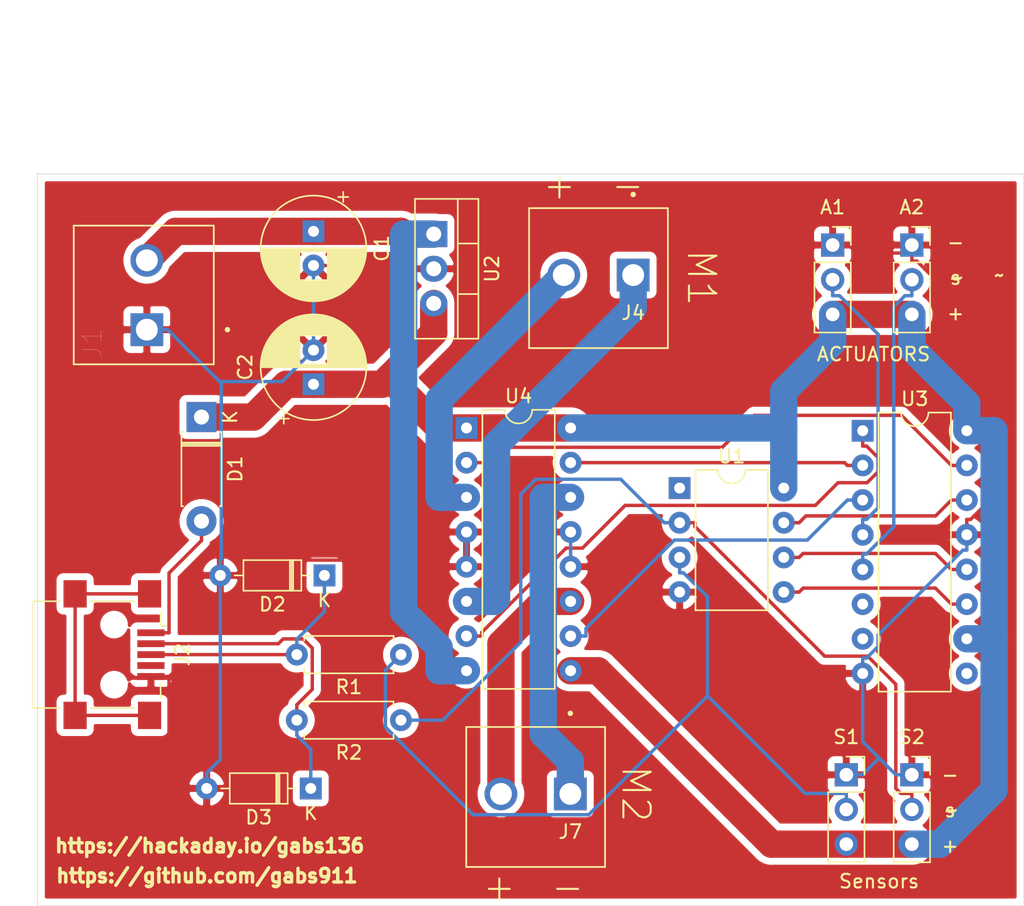
<source format=kicad_pcb>
(kicad_pcb (version 20171130) (host pcbnew "(5.1.10)-1")

  (general
    (thickness 1.6)
    (drawings 25)
    (tracks 225)
    (zones 0)
    (modules 19)
    (nets 28)
  )

  (page A4)
  (layers
    (0 F.Cu signal)
    (31 B.Cu signal)
    (32 B.Adhes user)
    (33 F.Adhes user)
    (34 B.Paste user)
    (35 F.Paste user)
    (36 B.SilkS user)
    (37 F.SilkS user)
    (38 B.Mask user)
    (39 F.Mask user)
    (40 Dwgs.User user)
    (41 Cmts.User user)
    (42 Eco1.User user)
    (43 Eco2.User user)
    (44 Edge.Cuts user)
    (45 Margin user)
    (46 B.CrtYd user)
    (47 F.CrtYd user)
    (48 B.Fab user)
    (49 F.Fab user)
  )

  (setup
    (last_trace_width 0.25)
    (trace_clearance 0.2)
    (zone_clearance 0.508)
    (zone_45_only no)
    (trace_min 0.2)
    (via_size 0.8)
    (via_drill 0.4)
    (via_min_size 0.4)
    (via_min_drill 0.3)
    (uvia_size 0.3)
    (uvia_drill 0.1)
    (uvias_allowed no)
    (uvia_min_size 0.2)
    (uvia_min_drill 0.1)
    (edge_width 0.05)
    (segment_width 0.2)
    (pcb_text_width 0.3)
    (pcb_text_size 1.5 1.5)
    (mod_edge_width 0.12)
    (mod_text_size 1 1)
    (mod_text_width 0.15)
    (pad_size 1.524 1.524)
    (pad_drill 0.762)
    (pad_to_mask_clearance 0)
    (aux_axis_origin 0 0)
    (visible_elements FFFFFF7F)
    (pcbplotparams
      (layerselection 0x010fc_ffffffff)
      (usegerberextensions false)
      (usegerberattributes true)
      (usegerberadvancedattributes true)
      (creategerberjobfile true)
      (excludeedgelayer true)
      (linewidth 0.100000)
      (plotframeref false)
      (viasonmask false)
      (mode 1)
      (useauxorigin false)
      (hpglpennumber 1)
      (hpglpenspeed 20)
      (hpglpendiameter 15.000000)
      (psnegative false)
      (psa4output false)
      (plotreference true)
      (plotvalue true)
      (plotinvisibletext false)
      (padsonsilk false)
      (subtractmaskfromsilk false)
      (outputformat 1)
      (mirror false)
      (drillshape 0)
      (scaleselection 1)
      (outputdirectory "../GERBER/"))
  )

  (net 0 "")
  (net 1 V_Bat)
  (net 2 GND)
  (net 3 5V)
  (net 4 "Net-(D1-Pad2)")
  (net 5 "Net-(D2-Pad1)")
  (net 6 "Net-(D3-Pad1)")
  (net 7 "Net-(J2-Pad4)")
  (net 8 "Net-(J2-Pad6)")
  (net 9 D-)
  (net 10 OUT2)
  (net 11 OUT1)
  (net 12 QE)
  (net 13 D+)
  (net 14 OUT3)
  (net 15 OUT4)
  (net 16 QF)
  (net 17 PB5)
  (net 18 PB0)
  (net 19 PB1)
  (net 20 PB2)
  (net 21 QA)
  (net 22 QH)
  (net 23 QG)
  (net 24 QD)
  (net 25 QC)
  (net 26 "Net-(U3-Pad9)")
  (net 27 QB)

  (net_class Default "This is the default net class."
    (clearance 0.2)
    (trace_width 0.25)
    (via_dia 0.8)
    (via_drill 0.4)
    (uvia_dia 0.3)
    (uvia_drill 0.1)
    (add_net D+)
    (add_net D-)
    (add_net GND)
    (add_net "Net-(D1-Pad2)")
    (add_net "Net-(D2-Pad1)")
    (add_net "Net-(D3-Pad1)")
    (add_net "Net-(J2-Pad4)")
    (add_net "Net-(J2-Pad6)")
    (add_net "Net-(U3-Pad9)")
    (add_net PB0)
    (add_net PB1)
    (add_net PB2)
    (add_net PB5)
    (add_net QA)
    (add_net QB)
    (add_net QC)
    (add_net QD)
    (add_net QE)
    (add_net QF)
    (add_net QG)
    (add_net QH)
  )

  (net_class PWR ""
    (clearance 0.2)
    (trace_width 2)
    (via_dia 0.8)
    (via_drill 0.4)
    (uvia_dia 0.3)
    (uvia_drill 0.1)
    (add_net 5V)
    (add_net OUT1)
    (add_net OUT2)
    (add_net OUT3)
    (add_net OUT4)
    (add_net V_Bat)
  )

  (module TB007-508-02BE:CUI_TB007-508-02BE (layer F.Cu) (tedit 60A08667) (tstamp 60A10AC0)
    (at 57.6 71.8 180)
    (path /60A499E7)
    (fp_text reference J7 (at 0 -2.77) (layer F.SilkS)
      (effects (font (size 1 1) (thickness 0.15)))
    )
    (fp_text value Conn_01x02_Female (at 0 5.31) (layer F.Fab)
      (effects (font (size 1 1) (thickness 0.15)))
    )
    (fp_text user %R (at 0 1.27 90) (layer F.Fab)
      (effects (font (size 1 1) (thickness 0.15)))
    )
    (fp_line (start -2.54 4.9) (end -2.54 -5.35) (layer F.Fab) (width 0.127))
    (fp_line (start -2.54 -5.35) (end 7.62 -5.35) (layer F.Fab) (width 0.127))
    (fp_line (start 7.62 -5.35) (end 7.62 4.9) (layer F.Fab) (width 0.127))
    (fp_line (start 7.62 4.9) (end -2.54 4.9) (layer F.Fab) (width 0.127))
    (fp_line (start -2.54 4.9) (end -2.54 -5.35) (layer F.SilkS) (width 0.127))
    (fp_line (start 7.62 -5.35) (end 7.62 4.9) (layer F.SilkS) (width 0.127))
    (fp_line (start -2.54 -5.35) (end 7.62 -5.35) (layer F.SilkS) (width 0.127))
    (fp_line (start 7.62 4.9) (end -2.54 4.9) (layer F.SilkS) (width 0.127))
    (fp_line (start -2.79 -5.6) (end 7.87 -5.6) (layer F.CrtYd) (width 0.05))
    (fp_line (start 7.87 5.15) (end -2.79 5.15) (layer F.CrtYd) (width 0.05))
    (fp_line (start -2.79 5.15) (end -2.79 -5.6) (layer F.CrtYd) (width 0.05))
    (fp_line (start 7.87 -5.6) (end 7.87 5.15) (layer F.CrtYd) (width 0.05))
    (fp_circle (center 0 5.9) (end 0.1 5.9) (layer F.SilkS) (width 0.2))
    (fp_circle (center 0 5.9) (end 0.1 5.9) (layer F.Fab) (width 0.2))
    (pad 2 thru_hole circle (at 5.08 0 180) (size 2.4 2.4) (drill 1.6) (layers *.Cu *.Mask)
      (net 14 OUT3))
    (pad 1 thru_hole rect (at 0 0 180) (size 2.4 2.4) (drill 1.6) (layers *.Cu *.Mask)
      (net 15 OUT4))
    (model "C:/Users/gabs/Downloads/CUI_DEVICES_TB007-508-02BE (1)/CUI_DEVICES_TB007-508-02BE.step"
      (offset (xyz 0 -5 0))
      (scale (xyz 1 1 1))
      (rotate (xyz -90 0 -90))
    )
  )

  (module TB007-508-02BE:CUI_TB007-508-02BE (layer F.Cu) (tedit 60A08667) (tstamp 60A10A7C)
    (at 62.2 33.8 180)
    (path /60A48167)
    (fp_text reference J4 (at 0 -2.77) (layer F.SilkS)
      (effects (font (size 1 1) (thickness 0.15)))
    )
    (fp_text value Conn_01x02_Female (at 0 5.31) (layer F.Fab)
      (effects (font (size 1 1) (thickness 0.15)))
    )
    (fp_text user %R (at 0 1.27 90) (layer F.Fab)
      (effects (font (size 1 1) (thickness 0.15)))
    )
    (fp_line (start -2.54 4.9) (end -2.54 -5.35) (layer F.Fab) (width 0.127))
    (fp_line (start -2.54 -5.35) (end 7.62 -5.35) (layer F.Fab) (width 0.127))
    (fp_line (start 7.62 -5.35) (end 7.62 4.9) (layer F.Fab) (width 0.127))
    (fp_line (start 7.62 4.9) (end -2.54 4.9) (layer F.Fab) (width 0.127))
    (fp_line (start -2.54 4.9) (end -2.54 -5.35) (layer F.SilkS) (width 0.127))
    (fp_line (start 7.62 -5.35) (end 7.62 4.9) (layer F.SilkS) (width 0.127))
    (fp_line (start -2.54 -5.35) (end 7.62 -5.35) (layer F.SilkS) (width 0.127))
    (fp_line (start 7.62 4.9) (end -2.54 4.9) (layer F.SilkS) (width 0.127))
    (fp_line (start -2.79 -5.6) (end 7.87 -5.6) (layer F.CrtYd) (width 0.05))
    (fp_line (start 7.87 5.15) (end -2.79 5.15) (layer F.CrtYd) (width 0.05))
    (fp_line (start -2.79 5.15) (end -2.79 -5.6) (layer F.CrtYd) (width 0.05))
    (fp_line (start 7.87 -5.6) (end 7.87 5.15) (layer F.CrtYd) (width 0.05))
    (fp_circle (center 0 5.9) (end 0.1 5.9) (layer F.SilkS) (width 0.2))
    (fp_circle (center 0 5.9) (end 0.1 5.9) (layer F.Fab) (width 0.2))
    (pad 2 thru_hole circle (at 5.08 0 180) (size 2.4 2.4) (drill 1.6) (layers *.Cu *.Mask)
      (net 11 OUT1))
    (pad 1 thru_hole rect (at 0 0 180) (size 2.4 2.4) (drill 1.6) (layers *.Cu *.Mask)
      (net 10 OUT2))
    (model "C:/Users/gabs/Downloads/CUI_DEVICES_TB007-508-02BE (1)/CUI_DEVICES_TB007-508-02BE.step"
      (offset (xyz 5 5 0))
      (scale (xyz 1 1 1))
      (rotate (xyz -90 0 90))
    )
  )

  (module Capacitor_THT:CP_Radial_D7.5mm_P2.50mm (layer F.Cu) (tedit 5AE50EF0) (tstamp 60A10909)
    (at 38.8 30.6 270)
    (descr "CP, Radial series, Radial, pin pitch=2.50mm, , diameter=7.5mm, Electrolytic Capacitor")
    (tags "CP Radial series Radial pin pitch 2.50mm  diameter 7.5mm Electrolytic Capacitor")
    (path /60A07BFD)
    (fp_text reference C1 (at 1.25 -5 90) (layer F.SilkS)
      (effects (font (size 1 1) (thickness 0.15)))
    )
    (fp_text value 100uF (at 1.25 5 90) (layer F.Fab)
      (effects (font (size 1 1) (thickness 0.15)))
    )
    (fp_line (start -2.517211 -2.55) (end -2.517211 -1.8) (layer F.SilkS) (width 0.12))
    (fp_line (start -2.892211 -2.175) (end -2.142211 -2.175) (layer F.SilkS) (width 0.12))
    (fp_line (start 5.091 -0.441) (end 5.091 0.441) (layer F.SilkS) (width 0.12))
    (fp_line (start 5.051 -0.693) (end 5.051 0.693) (layer F.SilkS) (width 0.12))
    (fp_line (start 5.011 -0.877) (end 5.011 0.877) (layer F.SilkS) (width 0.12))
    (fp_line (start 4.971 -1.028) (end 4.971 1.028) (layer F.SilkS) (width 0.12))
    (fp_line (start 4.931 -1.158) (end 4.931 1.158) (layer F.SilkS) (width 0.12))
    (fp_line (start 4.891 -1.275) (end 4.891 1.275) (layer F.SilkS) (width 0.12))
    (fp_line (start 4.851 -1.381) (end 4.851 1.381) (layer F.SilkS) (width 0.12))
    (fp_line (start 4.811 -1.478) (end 4.811 1.478) (layer F.SilkS) (width 0.12))
    (fp_line (start 4.771 -1.569) (end 4.771 1.569) (layer F.SilkS) (width 0.12))
    (fp_line (start 4.731 -1.654) (end 4.731 1.654) (layer F.SilkS) (width 0.12))
    (fp_line (start 4.691 -1.733) (end 4.691 1.733) (layer F.SilkS) (width 0.12))
    (fp_line (start 4.651 -1.809) (end 4.651 1.809) (layer F.SilkS) (width 0.12))
    (fp_line (start 4.611 -1.881) (end 4.611 1.881) (layer F.SilkS) (width 0.12))
    (fp_line (start 4.571 -1.949) (end 4.571 1.949) (layer F.SilkS) (width 0.12))
    (fp_line (start 4.531 -2.014) (end 4.531 2.014) (layer F.SilkS) (width 0.12))
    (fp_line (start 4.491 -2.077) (end 4.491 2.077) (layer F.SilkS) (width 0.12))
    (fp_line (start 4.451 -2.137) (end 4.451 2.137) (layer F.SilkS) (width 0.12))
    (fp_line (start 4.411 -2.195) (end 4.411 2.195) (layer F.SilkS) (width 0.12))
    (fp_line (start 4.371 -2.25) (end 4.371 2.25) (layer F.SilkS) (width 0.12))
    (fp_line (start 4.331 -2.304) (end 4.331 2.304) (layer F.SilkS) (width 0.12))
    (fp_line (start 4.291 -2.355) (end 4.291 2.355) (layer F.SilkS) (width 0.12))
    (fp_line (start 4.251 -2.405) (end 4.251 2.405) (layer F.SilkS) (width 0.12))
    (fp_line (start 4.211 -2.454) (end 4.211 2.454) (layer F.SilkS) (width 0.12))
    (fp_line (start 4.171 -2.5) (end 4.171 2.5) (layer F.SilkS) (width 0.12))
    (fp_line (start 4.131 -2.546) (end 4.131 2.546) (layer F.SilkS) (width 0.12))
    (fp_line (start 4.091 -2.589) (end 4.091 2.589) (layer F.SilkS) (width 0.12))
    (fp_line (start 4.051 -2.632) (end 4.051 2.632) (layer F.SilkS) (width 0.12))
    (fp_line (start 4.011 -2.673) (end 4.011 2.673) (layer F.SilkS) (width 0.12))
    (fp_line (start 3.971 -2.713) (end 3.971 2.713) (layer F.SilkS) (width 0.12))
    (fp_line (start 3.931 -2.752) (end 3.931 2.752) (layer F.SilkS) (width 0.12))
    (fp_line (start 3.891 -2.79) (end 3.891 2.79) (layer F.SilkS) (width 0.12))
    (fp_line (start 3.851 -2.827) (end 3.851 2.827) (layer F.SilkS) (width 0.12))
    (fp_line (start 3.811 -2.863) (end 3.811 2.863) (layer F.SilkS) (width 0.12))
    (fp_line (start 3.771 -2.898) (end 3.771 2.898) (layer F.SilkS) (width 0.12))
    (fp_line (start 3.731 -2.931) (end 3.731 2.931) (layer F.SilkS) (width 0.12))
    (fp_line (start 3.691 -2.964) (end 3.691 2.964) (layer F.SilkS) (width 0.12))
    (fp_line (start 3.651 -2.996) (end 3.651 2.996) (layer F.SilkS) (width 0.12))
    (fp_line (start 3.611 -3.028) (end 3.611 3.028) (layer F.SilkS) (width 0.12))
    (fp_line (start 3.571 -3.058) (end 3.571 3.058) (layer F.SilkS) (width 0.12))
    (fp_line (start 3.531 1.04) (end 3.531 3.088) (layer F.SilkS) (width 0.12))
    (fp_line (start 3.531 -3.088) (end 3.531 -1.04) (layer F.SilkS) (width 0.12))
    (fp_line (start 3.491 1.04) (end 3.491 3.116) (layer F.SilkS) (width 0.12))
    (fp_line (start 3.491 -3.116) (end 3.491 -1.04) (layer F.SilkS) (width 0.12))
    (fp_line (start 3.451 1.04) (end 3.451 3.144) (layer F.SilkS) (width 0.12))
    (fp_line (start 3.451 -3.144) (end 3.451 -1.04) (layer F.SilkS) (width 0.12))
    (fp_line (start 3.411 1.04) (end 3.411 3.172) (layer F.SilkS) (width 0.12))
    (fp_line (start 3.411 -3.172) (end 3.411 -1.04) (layer F.SilkS) (width 0.12))
    (fp_line (start 3.371 1.04) (end 3.371 3.198) (layer F.SilkS) (width 0.12))
    (fp_line (start 3.371 -3.198) (end 3.371 -1.04) (layer F.SilkS) (width 0.12))
    (fp_line (start 3.331 1.04) (end 3.331 3.224) (layer F.SilkS) (width 0.12))
    (fp_line (start 3.331 -3.224) (end 3.331 -1.04) (layer F.SilkS) (width 0.12))
    (fp_line (start 3.291 1.04) (end 3.291 3.249) (layer F.SilkS) (width 0.12))
    (fp_line (start 3.291 -3.249) (end 3.291 -1.04) (layer F.SilkS) (width 0.12))
    (fp_line (start 3.251 1.04) (end 3.251 3.274) (layer F.SilkS) (width 0.12))
    (fp_line (start 3.251 -3.274) (end 3.251 -1.04) (layer F.SilkS) (width 0.12))
    (fp_line (start 3.211 1.04) (end 3.211 3.297) (layer F.SilkS) (width 0.12))
    (fp_line (start 3.211 -3.297) (end 3.211 -1.04) (layer F.SilkS) (width 0.12))
    (fp_line (start 3.171 1.04) (end 3.171 3.321) (layer F.SilkS) (width 0.12))
    (fp_line (start 3.171 -3.321) (end 3.171 -1.04) (layer F.SilkS) (width 0.12))
    (fp_line (start 3.131 1.04) (end 3.131 3.343) (layer F.SilkS) (width 0.12))
    (fp_line (start 3.131 -3.343) (end 3.131 -1.04) (layer F.SilkS) (width 0.12))
    (fp_line (start 3.091 1.04) (end 3.091 3.365) (layer F.SilkS) (width 0.12))
    (fp_line (start 3.091 -3.365) (end 3.091 -1.04) (layer F.SilkS) (width 0.12))
    (fp_line (start 3.051 1.04) (end 3.051 3.386) (layer F.SilkS) (width 0.12))
    (fp_line (start 3.051 -3.386) (end 3.051 -1.04) (layer F.SilkS) (width 0.12))
    (fp_line (start 3.011 1.04) (end 3.011 3.407) (layer F.SilkS) (width 0.12))
    (fp_line (start 3.011 -3.407) (end 3.011 -1.04) (layer F.SilkS) (width 0.12))
    (fp_line (start 2.971 1.04) (end 2.971 3.427) (layer F.SilkS) (width 0.12))
    (fp_line (start 2.971 -3.427) (end 2.971 -1.04) (layer F.SilkS) (width 0.12))
    (fp_line (start 2.931 1.04) (end 2.931 3.447) (layer F.SilkS) (width 0.12))
    (fp_line (start 2.931 -3.447) (end 2.931 -1.04) (layer F.SilkS) (width 0.12))
    (fp_line (start 2.891 1.04) (end 2.891 3.466) (layer F.SilkS) (width 0.12))
    (fp_line (start 2.891 -3.466) (end 2.891 -1.04) (layer F.SilkS) (width 0.12))
    (fp_line (start 2.851 1.04) (end 2.851 3.484) (layer F.SilkS) (width 0.12))
    (fp_line (start 2.851 -3.484) (end 2.851 -1.04) (layer F.SilkS) (width 0.12))
    (fp_line (start 2.811 1.04) (end 2.811 3.502) (layer F.SilkS) (width 0.12))
    (fp_line (start 2.811 -3.502) (end 2.811 -1.04) (layer F.SilkS) (width 0.12))
    (fp_line (start 2.771 1.04) (end 2.771 3.52) (layer F.SilkS) (width 0.12))
    (fp_line (start 2.771 -3.52) (end 2.771 -1.04) (layer F.SilkS) (width 0.12))
    (fp_line (start 2.731 1.04) (end 2.731 3.536) (layer F.SilkS) (width 0.12))
    (fp_line (start 2.731 -3.536) (end 2.731 -1.04) (layer F.SilkS) (width 0.12))
    (fp_line (start 2.691 1.04) (end 2.691 3.553) (layer F.SilkS) (width 0.12))
    (fp_line (start 2.691 -3.553) (end 2.691 -1.04) (layer F.SilkS) (width 0.12))
    (fp_line (start 2.651 1.04) (end 2.651 3.568) (layer F.SilkS) (width 0.12))
    (fp_line (start 2.651 -3.568) (end 2.651 -1.04) (layer F.SilkS) (width 0.12))
    (fp_line (start 2.611 1.04) (end 2.611 3.584) (layer F.SilkS) (width 0.12))
    (fp_line (start 2.611 -3.584) (end 2.611 -1.04) (layer F.SilkS) (width 0.12))
    (fp_line (start 2.571 1.04) (end 2.571 3.598) (layer F.SilkS) (width 0.12))
    (fp_line (start 2.571 -3.598) (end 2.571 -1.04) (layer F.SilkS) (width 0.12))
    (fp_line (start 2.531 1.04) (end 2.531 3.613) (layer F.SilkS) (width 0.12))
    (fp_line (start 2.531 -3.613) (end 2.531 -1.04) (layer F.SilkS) (width 0.12))
    (fp_line (start 2.491 1.04) (end 2.491 3.626) (layer F.SilkS) (width 0.12))
    (fp_line (start 2.491 -3.626) (end 2.491 -1.04) (layer F.SilkS) (width 0.12))
    (fp_line (start 2.451 1.04) (end 2.451 3.64) (layer F.SilkS) (width 0.12))
    (fp_line (start 2.451 -3.64) (end 2.451 -1.04) (layer F.SilkS) (width 0.12))
    (fp_line (start 2.411 1.04) (end 2.411 3.653) (layer F.SilkS) (width 0.12))
    (fp_line (start 2.411 -3.653) (end 2.411 -1.04) (layer F.SilkS) (width 0.12))
    (fp_line (start 2.371 1.04) (end 2.371 3.665) (layer F.SilkS) (width 0.12))
    (fp_line (start 2.371 -3.665) (end 2.371 -1.04) (layer F.SilkS) (width 0.12))
    (fp_line (start 2.331 1.04) (end 2.331 3.677) (layer F.SilkS) (width 0.12))
    (fp_line (start 2.331 -3.677) (end 2.331 -1.04) (layer F.SilkS) (width 0.12))
    (fp_line (start 2.291 1.04) (end 2.291 3.688) (layer F.SilkS) (width 0.12))
    (fp_line (start 2.291 -3.688) (end 2.291 -1.04) (layer F.SilkS) (width 0.12))
    (fp_line (start 2.251 1.04) (end 2.251 3.699) (layer F.SilkS) (width 0.12))
    (fp_line (start 2.251 -3.699) (end 2.251 -1.04) (layer F.SilkS) (width 0.12))
    (fp_line (start 2.211 1.04) (end 2.211 3.71) (layer F.SilkS) (width 0.12))
    (fp_line (start 2.211 -3.71) (end 2.211 -1.04) (layer F.SilkS) (width 0.12))
    (fp_line (start 2.171 1.04) (end 2.171 3.72) (layer F.SilkS) (width 0.12))
    (fp_line (start 2.171 -3.72) (end 2.171 -1.04) (layer F.SilkS) (width 0.12))
    (fp_line (start 2.131 1.04) (end 2.131 3.729) (layer F.SilkS) (width 0.12))
    (fp_line (start 2.131 -3.729) (end 2.131 -1.04) (layer F.SilkS) (width 0.12))
    (fp_line (start 2.091 1.04) (end 2.091 3.738) (layer F.SilkS) (width 0.12))
    (fp_line (start 2.091 -3.738) (end 2.091 -1.04) (layer F.SilkS) (width 0.12))
    (fp_line (start 2.051 1.04) (end 2.051 3.747) (layer F.SilkS) (width 0.12))
    (fp_line (start 2.051 -3.747) (end 2.051 -1.04) (layer F.SilkS) (width 0.12))
    (fp_line (start 2.011 1.04) (end 2.011 3.755) (layer F.SilkS) (width 0.12))
    (fp_line (start 2.011 -3.755) (end 2.011 -1.04) (layer F.SilkS) (width 0.12))
    (fp_line (start 1.971 1.04) (end 1.971 3.763) (layer F.SilkS) (width 0.12))
    (fp_line (start 1.971 -3.763) (end 1.971 -1.04) (layer F.SilkS) (width 0.12))
    (fp_line (start 1.93 1.04) (end 1.93 3.77) (layer F.SilkS) (width 0.12))
    (fp_line (start 1.93 -3.77) (end 1.93 -1.04) (layer F.SilkS) (width 0.12))
    (fp_line (start 1.89 1.04) (end 1.89 3.777) (layer F.SilkS) (width 0.12))
    (fp_line (start 1.89 -3.777) (end 1.89 -1.04) (layer F.SilkS) (width 0.12))
    (fp_line (start 1.85 1.04) (end 1.85 3.784) (layer F.SilkS) (width 0.12))
    (fp_line (start 1.85 -3.784) (end 1.85 -1.04) (layer F.SilkS) (width 0.12))
    (fp_line (start 1.81 1.04) (end 1.81 3.79) (layer F.SilkS) (width 0.12))
    (fp_line (start 1.81 -3.79) (end 1.81 -1.04) (layer F.SilkS) (width 0.12))
    (fp_line (start 1.77 1.04) (end 1.77 3.795) (layer F.SilkS) (width 0.12))
    (fp_line (start 1.77 -3.795) (end 1.77 -1.04) (layer F.SilkS) (width 0.12))
    (fp_line (start 1.73 1.04) (end 1.73 3.801) (layer F.SilkS) (width 0.12))
    (fp_line (start 1.73 -3.801) (end 1.73 -1.04) (layer F.SilkS) (width 0.12))
    (fp_line (start 1.69 1.04) (end 1.69 3.805) (layer F.SilkS) (width 0.12))
    (fp_line (start 1.69 -3.805) (end 1.69 -1.04) (layer F.SilkS) (width 0.12))
    (fp_line (start 1.65 1.04) (end 1.65 3.81) (layer F.SilkS) (width 0.12))
    (fp_line (start 1.65 -3.81) (end 1.65 -1.04) (layer F.SilkS) (width 0.12))
    (fp_line (start 1.61 1.04) (end 1.61 3.814) (layer F.SilkS) (width 0.12))
    (fp_line (start 1.61 -3.814) (end 1.61 -1.04) (layer F.SilkS) (width 0.12))
    (fp_line (start 1.57 1.04) (end 1.57 3.817) (layer F.SilkS) (width 0.12))
    (fp_line (start 1.57 -3.817) (end 1.57 -1.04) (layer F.SilkS) (width 0.12))
    (fp_line (start 1.53 1.04) (end 1.53 3.82) (layer F.SilkS) (width 0.12))
    (fp_line (start 1.53 -3.82) (end 1.53 -1.04) (layer F.SilkS) (width 0.12))
    (fp_line (start 1.49 1.04) (end 1.49 3.823) (layer F.SilkS) (width 0.12))
    (fp_line (start 1.49 -3.823) (end 1.49 -1.04) (layer F.SilkS) (width 0.12))
    (fp_line (start 1.45 -3.825) (end 1.45 3.825) (layer F.SilkS) (width 0.12))
    (fp_line (start 1.41 -3.827) (end 1.41 3.827) (layer F.SilkS) (width 0.12))
    (fp_line (start 1.37 -3.829) (end 1.37 3.829) (layer F.SilkS) (width 0.12))
    (fp_line (start 1.33 -3.83) (end 1.33 3.83) (layer F.SilkS) (width 0.12))
    (fp_line (start 1.29 -3.83) (end 1.29 3.83) (layer F.SilkS) (width 0.12))
    (fp_line (start 1.25 -3.83) (end 1.25 3.83) (layer F.SilkS) (width 0.12))
    (fp_line (start -1.586233 -2.0125) (end -1.586233 -1.2625) (layer F.Fab) (width 0.1))
    (fp_line (start -1.961233 -1.6375) (end -1.211233 -1.6375) (layer F.Fab) (width 0.1))
    (fp_circle (center 1.25 0) (end 5.25 0) (layer F.CrtYd) (width 0.05))
    (fp_circle (center 1.25 0) (end 5.12 0) (layer F.SilkS) (width 0.12))
    (fp_circle (center 1.25 0) (end 5 0) (layer F.Fab) (width 0.1))
    (fp_text user %R (at 1.25 0 90) (layer F.Fab)
      (effects (font (size 1 1) (thickness 0.15)))
    )
    (pad 1 thru_hole rect (at 0 0 270) (size 1.6 1.6) (drill 0.8) (layers *.Cu *.Mask)
      (net 1 V_Bat))
    (pad 2 thru_hole circle (at 2.5 0 270) (size 1.6 1.6) (drill 0.8) (layers *.Cu *.Mask)
      (net 2 GND))
    (model ${KISYS3DMOD}/Capacitor_THT.3dshapes/CP_Radial_D7.5mm_P2.50mm.wrl
      (at (xyz 0 0 0))
      (scale (xyz 1 1 1))
      (rotate (xyz 0 0 0))
    )
  )

  (module Capacitor_THT:CP_Radial_D7.5mm_P2.50mm (layer F.Cu) (tedit 5AE50EF0) (tstamp 60A109AC)
    (at 38.8 41.8 90)
    (descr "CP, Radial series, Radial, pin pitch=2.50mm, , diameter=7.5mm, Electrolytic Capacitor")
    (tags "CP Radial series Radial pin pitch 2.50mm  diameter 7.5mm Electrolytic Capacitor")
    (path /60A0CA33)
    (fp_text reference C2 (at 1.25 -5 90) (layer F.SilkS)
      (effects (font (size 1 1) (thickness 0.15)))
    )
    (fp_text value 10uF (at 1.25 5 90) (layer F.Fab)
      (effects (font (size 1 1) (thickness 0.15)))
    )
    (fp_text user %R (at 1.25 0 90) (layer F.Fab)
      (effects (font (size 1 1) (thickness 0.15)))
    )
    (fp_circle (center 1.25 0) (end 5 0) (layer F.Fab) (width 0.1))
    (fp_circle (center 1.25 0) (end 5.12 0) (layer F.SilkS) (width 0.12))
    (fp_circle (center 1.25 0) (end 5.25 0) (layer F.CrtYd) (width 0.05))
    (fp_line (start -1.961233 -1.6375) (end -1.211233 -1.6375) (layer F.Fab) (width 0.1))
    (fp_line (start -1.586233 -2.0125) (end -1.586233 -1.2625) (layer F.Fab) (width 0.1))
    (fp_line (start 1.25 -3.83) (end 1.25 3.83) (layer F.SilkS) (width 0.12))
    (fp_line (start 1.29 -3.83) (end 1.29 3.83) (layer F.SilkS) (width 0.12))
    (fp_line (start 1.33 -3.83) (end 1.33 3.83) (layer F.SilkS) (width 0.12))
    (fp_line (start 1.37 -3.829) (end 1.37 3.829) (layer F.SilkS) (width 0.12))
    (fp_line (start 1.41 -3.827) (end 1.41 3.827) (layer F.SilkS) (width 0.12))
    (fp_line (start 1.45 -3.825) (end 1.45 3.825) (layer F.SilkS) (width 0.12))
    (fp_line (start 1.49 -3.823) (end 1.49 -1.04) (layer F.SilkS) (width 0.12))
    (fp_line (start 1.49 1.04) (end 1.49 3.823) (layer F.SilkS) (width 0.12))
    (fp_line (start 1.53 -3.82) (end 1.53 -1.04) (layer F.SilkS) (width 0.12))
    (fp_line (start 1.53 1.04) (end 1.53 3.82) (layer F.SilkS) (width 0.12))
    (fp_line (start 1.57 -3.817) (end 1.57 -1.04) (layer F.SilkS) (width 0.12))
    (fp_line (start 1.57 1.04) (end 1.57 3.817) (layer F.SilkS) (width 0.12))
    (fp_line (start 1.61 -3.814) (end 1.61 -1.04) (layer F.SilkS) (width 0.12))
    (fp_line (start 1.61 1.04) (end 1.61 3.814) (layer F.SilkS) (width 0.12))
    (fp_line (start 1.65 -3.81) (end 1.65 -1.04) (layer F.SilkS) (width 0.12))
    (fp_line (start 1.65 1.04) (end 1.65 3.81) (layer F.SilkS) (width 0.12))
    (fp_line (start 1.69 -3.805) (end 1.69 -1.04) (layer F.SilkS) (width 0.12))
    (fp_line (start 1.69 1.04) (end 1.69 3.805) (layer F.SilkS) (width 0.12))
    (fp_line (start 1.73 -3.801) (end 1.73 -1.04) (layer F.SilkS) (width 0.12))
    (fp_line (start 1.73 1.04) (end 1.73 3.801) (layer F.SilkS) (width 0.12))
    (fp_line (start 1.77 -3.795) (end 1.77 -1.04) (layer F.SilkS) (width 0.12))
    (fp_line (start 1.77 1.04) (end 1.77 3.795) (layer F.SilkS) (width 0.12))
    (fp_line (start 1.81 -3.79) (end 1.81 -1.04) (layer F.SilkS) (width 0.12))
    (fp_line (start 1.81 1.04) (end 1.81 3.79) (layer F.SilkS) (width 0.12))
    (fp_line (start 1.85 -3.784) (end 1.85 -1.04) (layer F.SilkS) (width 0.12))
    (fp_line (start 1.85 1.04) (end 1.85 3.784) (layer F.SilkS) (width 0.12))
    (fp_line (start 1.89 -3.777) (end 1.89 -1.04) (layer F.SilkS) (width 0.12))
    (fp_line (start 1.89 1.04) (end 1.89 3.777) (layer F.SilkS) (width 0.12))
    (fp_line (start 1.93 -3.77) (end 1.93 -1.04) (layer F.SilkS) (width 0.12))
    (fp_line (start 1.93 1.04) (end 1.93 3.77) (layer F.SilkS) (width 0.12))
    (fp_line (start 1.971 -3.763) (end 1.971 -1.04) (layer F.SilkS) (width 0.12))
    (fp_line (start 1.971 1.04) (end 1.971 3.763) (layer F.SilkS) (width 0.12))
    (fp_line (start 2.011 -3.755) (end 2.011 -1.04) (layer F.SilkS) (width 0.12))
    (fp_line (start 2.011 1.04) (end 2.011 3.755) (layer F.SilkS) (width 0.12))
    (fp_line (start 2.051 -3.747) (end 2.051 -1.04) (layer F.SilkS) (width 0.12))
    (fp_line (start 2.051 1.04) (end 2.051 3.747) (layer F.SilkS) (width 0.12))
    (fp_line (start 2.091 -3.738) (end 2.091 -1.04) (layer F.SilkS) (width 0.12))
    (fp_line (start 2.091 1.04) (end 2.091 3.738) (layer F.SilkS) (width 0.12))
    (fp_line (start 2.131 -3.729) (end 2.131 -1.04) (layer F.SilkS) (width 0.12))
    (fp_line (start 2.131 1.04) (end 2.131 3.729) (layer F.SilkS) (width 0.12))
    (fp_line (start 2.171 -3.72) (end 2.171 -1.04) (layer F.SilkS) (width 0.12))
    (fp_line (start 2.171 1.04) (end 2.171 3.72) (layer F.SilkS) (width 0.12))
    (fp_line (start 2.211 -3.71) (end 2.211 -1.04) (layer F.SilkS) (width 0.12))
    (fp_line (start 2.211 1.04) (end 2.211 3.71) (layer F.SilkS) (width 0.12))
    (fp_line (start 2.251 -3.699) (end 2.251 -1.04) (layer F.SilkS) (width 0.12))
    (fp_line (start 2.251 1.04) (end 2.251 3.699) (layer F.SilkS) (width 0.12))
    (fp_line (start 2.291 -3.688) (end 2.291 -1.04) (layer F.SilkS) (width 0.12))
    (fp_line (start 2.291 1.04) (end 2.291 3.688) (layer F.SilkS) (width 0.12))
    (fp_line (start 2.331 -3.677) (end 2.331 -1.04) (layer F.SilkS) (width 0.12))
    (fp_line (start 2.331 1.04) (end 2.331 3.677) (layer F.SilkS) (width 0.12))
    (fp_line (start 2.371 -3.665) (end 2.371 -1.04) (layer F.SilkS) (width 0.12))
    (fp_line (start 2.371 1.04) (end 2.371 3.665) (layer F.SilkS) (width 0.12))
    (fp_line (start 2.411 -3.653) (end 2.411 -1.04) (layer F.SilkS) (width 0.12))
    (fp_line (start 2.411 1.04) (end 2.411 3.653) (layer F.SilkS) (width 0.12))
    (fp_line (start 2.451 -3.64) (end 2.451 -1.04) (layer F.SilkS) (width 0.12))
    (fp_line (start 2.451 1.04) (end 2.451 3.64) (layer F.SilkS) (width 0.12))
    (fp_line (start 2.491 -3.626) (end 2.491 -1.04) (layer F.SilkS) (width 0.12))
    (fp_line (start 2.491 1.04) (end 2.491 3.626) (layer F.SilkS) (width 0.12))
    (fp_line (start 2.531 -3.613) (end 2.531 -1.04) (layer F.SilkS) (width 0.12))
    (fp_line (start 2.531 1.04) (end 2.531 3.613) (layer F.SilkS) (width 0.12))
    (fp_line (start 2.571 -3.598) (end 2.571 -1.04) (layer F.SilkS) (width 0.12))
    (fp_line (start 2.571 1.04) (end 2.571 3.598) (layer F.SilkS) (width 0.12))
    (fp_line (start 2.611 -3.584) (end 2.611 -1.04) (layer F.SilkS) (width 0.12))
    (fp_line (start 2.611 1.04) (end 2.611 3.584) (layer F.SilkS) (width 0.12))
    (fp_line (start 2.651 -3.568) (end 2.651 -1.04) (layer F.SilkS) (width 0.12))
    (fp_line (start 2.651 1.04) (end 2.651 3.568) (layer F.SilkS) (width 0.12))
    (fp_line (start 2.691 -3.553) (end 2.691 -1.04) (layer F.SilkS) (width 0.12))
    (fp_line (start 2.691 1.04) (end 2.691 3.553) (layer F.SilkS) (width 0.12))
    (fp_line (start 2.731 -3.536) (end 2.731 -1.04) (layer F.SilkS) (width 0.12))
    (fp_line (start 2.731 1.04) (end 2.731 3.536) (layer F.SilkS) (width 0.12))
    (fp_line (start 2.771 -3.52) (end 2.771 -1.04) (layer F.SilkS) (width 0.12))
    (fp_line (start 2.771 1.04) (end 2.771 3.52) (layer F.SilkS) (width 0.12))
    (fp_line (start 2.811 -3.502) (end 2.811 -1.04) (layer F.SilkS) (width 0.12))
    (fp_line (start 2.811 1.04) (end 2.811 3.502) (layer F.SilkS) (width 0.12))
    (fp_line (start 2.851 -3.484) (end 2.851 -1.04) (layer F.SilkS) (width 0.12))
    (fp_line (start 2.851 1.04) (end 2.851 3.484) (layer F.SilkS) (width 0.12))
    (fp_line (start 2.891 -3.466) (end 2.891 -1.04) (layer F.SilkS) (width 0.12))
    (fp_line (start 2.891 1.04) (end 2.891 3.466) (layer F.SilkS) (width 0.12))
    (fp_line (start 2.931 -3.447) (end 2.931 -1.04) (layer F.SilkS) (width 0.12))
    (fp_line (start 2.931 1.04) (end 2.931 3.447) (layer F.SilkS) (width 0.12))
    (fp_line (start 2.971 -3.427) (end 2.971 -1.04) (layer F.SilkS) (width 0.12))
    (fp_line (start 2.971 1.04) (end 2.971 3.427) (layer F.SilkS) (width 0.12))
    (fp_line (start 3.011 -3.407) (end 3.011 -1.04) (layer F.SilkS) (width 0.12))
    (fp_line (start 3.011 1.04) (end 3.011 3.407) (layer F.SilkS) (width 0.12))
    (fp_line (start 3.051 -3.386) (end 3.051 -1.04) (layer F.SilkS) (width 0.12))
    (fp_line (start 3.051 1.04) (end 3.051 3.386) (layer F.SilkS) (width 0.12))
    (fp_line (start 3.091 -3.365) (end 3.091 -1.04) (layer F.SilkS) (width 0.12))
    (fp_line (start 3.091 1.04) (end 3.091 3.365) (layer F.SilkS) (width 0.12))
    (fp_line (start 3.131 -3.343) (end 3.131 -1.04) (layer F.SilkS) (width 0.12))
    (fp_line (start 3.131 1.04) (end 3.131 3.343) (layer F.SilkS) (width 0.12))
    (fp_line (start 3.171 -3.321) (end 3.171 -1.04) (layer F.SilkS) (width 0.12))
    (fp_line (start 3.171 1.04) (end 3.171 3.321) (layer F.SilkS) (width 0.12))
    (fp_line (start 3.211 -3.297) (end 3.211 -1.04) (layer F.SilkS) (width 0.12))
    (fp_line (start 3.211 1.04) (end 3.211 3.297) (layer F.SilkS) (width 0.12))
    (fp_line (start 3.251 -3.274) (end 3.251 -1.04) (layer F.SilkS) (width 0.12))
    (fp_line (start 3.251 1.04) (end 3.251 3.274) (layer F.SilkS) (width 0.12))
    (fp_line (start 3.291 -3.249) (end 3.291 -1.04) (layer F.SilkS) (width 0.12))
    (fp_line (start 3.291 1.04) (end 3.291 3.249) (layer F.SilkS) (width 0.12))
    (fp_line (start 3.331 -3.224) (end 3.331 -1.04) (layer F.SilkS) (width 0.12))
    (fp_line (start 3.331 1.04) (end 3.331 3.224) (layer F.SilkS) (width 0.12))
    (fp_line (start 3.371 -3.198) (end 3.371 -1.04) (layer F.SilkS) (width 0.12))
    (fp_line (start 3.371 1.04) (end 3.371 3.198) (layer F.SilkS) (width 0.12))
    (fp_line (start 3.411 -3.172) (end 3.411 -1.04) (layer F.SilkS) (width 0.12))
    (fp_line (start 3.411 1.04) (end 3.411 3.172) (layer F.SilkS) (width 0.12))
    (fp_line (start 3.451 -3.144) (end 3.451 -1.04) (layer F.SilkS) (width 0.12))
    (fp_line (start 3.451 1.04) (end 3.451 3.144) (layer F.SilkS) (width 0.12))
    (fp_line (start 3.491 -3.116) (end 3.491 -1.04) (layer F.SilkS) (width 0.12))
    (fp_line (start 3.491 1.04) (end 3.491 3.116) (layer F.SilkS) (width 0.12))
    (fp_line (start 3.531 -3.088) (end 3.531 -1.04) (layer F.SilkS) (width 0.12))
    (fp_line (start 3.531 1.04) (end 3.531 3.088) (layer F.SilkS) (width 0.12))
    (fp_line (start 3.571 -3.058) (end 3.571 3.058) (layer F.SilkS) (width 0.12))
    (fp_line (start 3.611 -3.028) (end 3.611 3.028) (layer F.SilkS) (width 0.12))
    (fp_line (start 3.651 -2.996) (end 3.651 2.996) (layer F.SilkS) (width 0.12))
    (fp_line (start 3.691 -2.964) (end 3.691 2.964) (layer F.SilkS) (width 0.12))
    (fp_line (start 3.731 -2.931) (end 3.731 2.931) (layer F.SilkS) (width 0.12))
    (fp_line (start 3.771 -2.898) (end 3.771 2.898) (layer F.SilkS) (width 0.12))
    (fp_line (start 3.811 -2.863) (end 3.811 2.863) (layer F.SilkS) (width 0.12))
    (fp_line (start 3.851 -2.827) (end 3.851 2.827) (layer F.SilkS) (width 0.12))
    (fp_line (start 3.891 -2.79) (end 3.891 2.79) (layer F.SilkS) (width 0.12))
    (fp_line (start 3.931 -2.752) (end 3.931 2.752) (layer F.SilkS) (width 0.12))
    (fp_line (start 3.971 -2.713) (end 3.971 2.713) (layer F.SilkS) (width 0.12))
    (fp_line (start 4.011 -2.673) (end 4.011 2.673) (layer F.SilkS) (width 0.12))
    (fp_line (start 4.051 -2.632) (end 4.051 2.632) (layer F.SilkS) (width 0.12))
    (fp_line (start 4.091 -2.589) (end 4.091 2.589) (layer F.SilkS) (width 0.12))
    (fp_line (start 4.131 -2.546) (end 4.131 2.546) (layer F.SilkS) (width 0.12))
    (fp_line (start 4.171 -2.5) (end 4.171 2.5) (layer F.SilkS) (width 0.12))
    (fp_line (start 4.211 -2.454) (end 4.211 2.454) (layer F.SilkS) (width 0.12))
    (fp_line (start 4.251 -2.405) (end 4.251 2.405) (layer F.SilkS) (width 0.12))
    (fp_line (start 4.291 -2.355) (end 4.291 2.355) (layer F.SilkS) (width 0.12))
    (fp_line (start 4.331 -2.304) (end 4.331 2.304) (layer F.SilkS) (width 0.12))
    (fp_line (start 4.371 -2.25) (end 4.371 2.25) (layer F.SilkS) (width 0.12))
    (fp_line (start 4.411 -2.195) (end 4.411 2.195) (layer F.SilkS) (width 0.12))
    (fp_line (start 4.451 -2.137) (end 4.451 2.137) (layer F.SilkS) (width 0.12))
    (fp_line (start 4.491 -2.077) (end 4.491 2.077) (layer F.SilkS) (width 0.12))
    (fp_line (start 4.531 -2.014) (end 4.531 2.014) (layer F.SilkS) (width 0.12))
    (fp_line (start 4.571 -1.949) (end 4.571 1.949) (layer F.SilkS) (width 0.12))
    (fp_line (start 4.611 -1.881) (end 4.611 1.881) (layer F.SilkS) (width 0.12))
    (fp_line (start 4.651 -1.809) (end 4.651 1.809) (layer F.SilkS) (width 0.12))
    (fp_line (start 4.691 -1.733) (end 4.691 1.733) (layer F.SilkS) (width 0.12))
    (fp_line (start 4.731 -1.654) (end 4.731 1.654) (layer F.SilkS) (width 0.12))
    (fp_line (start 4.771 -1.569) (end 4.771 1.569) (layer F.SilkS) (width 0.12))
    (fp_line (start 4.811 -1.478) (end 4.811 1.478) (layer F.SilkS) (width 0.12))
    (fp_line (start 4.851 -1.381) (end 4.851 1.381) (layer F.SilkS) (width 0.12))
    (fp_line (start 4.891 -1.275) (end 4.891 1.275) (layer F.SilkS) (width 0.12))
    (fp_line (start 4.931 -1.158) (end 4.931 1.158) (layer F.SilkS) (width 0.12))
    (fp_line (start 4.971 -1.028) (end 4.971 1.028) (layer F.SilkS) (width 0.12))
    (fp_line (start 5.011 -0.877) (end 5.011 0.877) (layer F.SilkS) (width 0.12))
    (fp_line (start 5.051 -0.693) (end 5.051 0.693) (layer F.SilkS) (width 0.12))
    (fp_line (start 5.091 -0.441) (end 5.091 0.441) (layer F.SilkS) (width 0.12))
    (fp_line (start -2.892211 -2.175) (end -2.142211 -2.175) (layer F.SilkS) (width 0.12))
    (fp_line (start -2.517211 -2.55) (end -2.517211 -1.8) (layer F.SilkS) (width 0.12))
    (pad 2 thru_hole circle (at 2.5 0 90) (size 1.6 1.6) (drill 0.8) (layers *.Cu *.Mask)
      (net 2 GND))
    (pad 1 thru_hole rect (at 0 0 90) (size 1.6 1.6) (drill 0.8) (layers *.Cu *.Mask)
      (net 3 5V))
    (model ${KISYS3DMOD}/Capacitor_THT.3dshapes/CP_Radial_D7.5mm_P2.50mm.wrl
      (at (xyz 0 0 0))
      (scale (xyz 1 1 1))
      (rotate (xyz 0 0 0))
    )
  )

  (module Diode_THT:D_DO-41_SOD81_P7.62mm_Horizontal (layer F.Cu) (tedit 5AE50CD5) (tstamp 60A114CE)
    (at 30.6 44.2 270)
    (descr "Diode, DO-41_SOD81 series, Axial, Horizontal, pin pitch=7.62mm, , length*diameter=5.2*2.7mm^2, , http://www.diodes.com/_files/packages/DO-41%20(Plastic).pdf")
    (tags "Diode DO-41_SOD81 series Axial Horizontal pin pitch 7.62mm  length 5.2mm diameter 2.7mm")
    (path /60A1370F)
    (fp_text reference D1 (at 3.81 -2.47 90) (layer F.SilkS)
      (effects (font (size 1 1) (thickness 0.15)))
    )
    (fp_text value 1N5819 (at 3.81 2.47 90) (layer F.Fab)
      (effects (font (size 1 1) (thickness 0.15)))
    )
    (fp_line (start 8.97 -1.6) (end -1.35 -1.6) (layer F.CrtYd) (width 0.05))
    (fp_line (start 8.97 1.6) (end 8.97 -1.6) (layer F.CrtYd) (width 0.05))
    (fp_line (start -1.35 1.6) (end 8.97 1.6) (layer F.CrtYd) (width 0.05))
    (fp_line (start -1.35 -1.6) (end -1.35 1.6) (layer F.CrtYd) (width 0.05))
    (fp_line (start 1.87 -1.47) (end 1.87 1.47) (layer F.SilkS) (width 0.12))
    (fp_line (start 2.11 -1.47) (end 2.11 1.47) (layer F.SilkS) (width 0.12))
    (fp_line (start 1.99 -1.47) (end 1.99 1.47) (layer F.SilkS) (width 0.12))
    (fp_line (start 6.53 1.47) (end 6.53 1.34) (layer F.SilkS) (width 0.12))
    (fp_line (start 1.09 1.47) (end 6.53 1.47) (layer F.SilkS) (width 0.12))
    (fp_line (start 1.09 1.34) (end 1.09 1.47) (layer F.SilkS) (width 0.12))
    (fp_line (start 6.53 -1.47) (end 6.53 -1.34) (layer F.SilkS) (width 0.12))
    (fp_line (start 1.09 -1.47) (end 6.53 -1.47) (layer F.SilkS) (width 0.12))
    (fp_line (start 1.09 -1.34) (end 1.09 -1.47) (layer F.SilkS) (width 0.12))
    (fp_line (start 1.89 -1.35) (end 1.89 1.35) (layer F.Fab) (width 0.1))
    (fp_line (start 2.09 -1.35) (end 2.09 1.35) (layer F.Fab) (width 0.1))
    (fp_line (start 1.99 -1.35) (end 1.99 1.35) (layer F.Fab) (width 0.1))
    (fp_line (start 7.62 0) (end 6.41 0) (layer F.Fab) (width 0.1))
    (fp_line (start 0 0) (end 1.21 0) (layer F.Fab) (width 0.1))
    (fp_line (start 6.41 -1.35) (end 1.21 -1.35) (layer F.Fab) (width 0.1))
    (fp_line (start 6.41 1.35) (end 6.41 -1.35) (layer F.Fab) (width 0.1))
    (fp_line (start 1.21 1.35) (end 6.41 1.35) (layer F.Fab) (width 0.1))
    (fp_line (start 1.21 -1.35) (end 1.21 1.35) (layer F.Fab) (width 0.1))
    (fp_text user %R (at 4.2 0 90) (layer F.Fab)
      (effects (font (size 1 1) (thickness 0.15)))
    )
    (fp_text user K (at 0 -2.1 90) (layer F.Fab)
      (effects (font (size 1 1) (thickness 0.15)))
    )
    (fp_text user K (at 0 -2.1 90) (layer F.SilkS)
      (effects (font (size 1 1) (thickness 0.15)))
    )
    (pad 1 thru_hole rect (at 0 0 270) (size 2.2 2.2) (drill 1.1) (layers *.Cu *.Mask)
      (net 3 5V))
    (pad 2 thru_hole oval (at 7.62 0 270) (size 2.2 2.2) (drill 1.1) (layers *.Cu *.Mask)
      (net 4 "Net-(D1-Pad2)"))
    (model ${KISYS3DMOD}/Diode_THT.3dshapes/D_DO-41_SOD81_P7.62mm_Horizontal.wrl
      (at (xyz 0 0 0))
      (scale (xyz 1 1 1))
      (rotate (xyz 0 0 0))
    )
  )

  (module Diode_THT:D_DO-35_SOD27_P7.62mm_Horizontal (layer F.Cu) (tedit 5AE50CD5) (tstamp 60A109EA)
    (at 39.6 55.8 180)
    (descr "Diode, DO-35_SOD27 series, Axial, Horizontal, pin pitch=7.62mm, , length*diameter=4*2mm^2, , http://www.diodes.com/_files/packages/DO-35.pdf")
    (tags "Diode DO-35_SOD27 series Axial Horizontal pin pitch 7.62mm  length 4mm diameter 2mm")
    (path /60A13F33)
    (fp_text reference D2 (at 3.81 -2.12) (layer F.SilkS)
      (effects (font (size 1 1) (thickness 0.15)))
    )
    (fp_text value D_Zener (at 3.81 2.12) (layer F.Fab)
      (effects (font (size 1 1) (thickness 0.15)))
    )
    (fp_text user K (at 0 -1.8) (layer F.SilkS)
      (effects (font (size 1 1) (thickness 0.15)))
    )
    (fp_text user K (at 0 -1.8) (layer F.Fab)
      (effects (font (size 1 1) (thickness 0.15)))
    )
    (fp_text user %R (at 4 0) (layer F.Fab)
      (effects (font (size 0.8 0.8) (thickness 0.12)))
    )
    (fp_line (start 1.81 -1) (end 1.81 1) (layer F.Fab) (width 0.1))
    (fp_line (start 1.81 1) (end 5.81 1) (layer F.Fab) (width 0.1))
    (fp_line (start 5.81 1) (end 5.81 -1) (layer F.Fab) (width 0.1))
    (fp_line (start 5.81 -1) (end 1.81 -1) (layer F.Fab) (width 0.1))
    (fp_line (start 0 0) (end 1.81 0) (layer F.Fab) (width 0.1))
    (fp_line (start 7.62 0) (end 5.81 0) (layer F.Fab) (width 0.1))
    (fp_line (start 2.41 -1) (end 2.41 1) (layer F.Fab) (width 0.1))
    (fp_line (start 2.51 -1) (end 2.51 1) (layer F.Fab) (width 0.1))
    (fp_line (start 2.31 -1) (end 2.31 1) (layer F.Fab) (width 0.1))
    (fp_line (start 1.69 -1.12) (end 1.69 1.12) (layer F.SilkS) (width 0.12))
    (fp_line (start 1.69 1.12) (end 5.93 1.12) (layer F.SilkS) (width 0.12))
    (fp_line (start 5.93 1.12) (end 5.93 -1.12) (layer F.SilkS) (width 0.12))
    (fp_line (start 5.93 -1.12) (end 1.69 -1.12) (layer F.SilkS) (width 0.12))
    (fp_line (start 1.04 0) (end 1.69 0) (layer F.SilkS) (width 0.12))
    (fp_line (start 6.58 0) (end 5.93 0) (layer F.SilkS) (width 0.12))
    (fp_line (start 2.41 -1.12) (end 2.41 1.12) (layer F.SilkS) (width 0.12))
    (fp_line (start 2.53 -1.12) (end 2.53 1.12) (layer F.SilkS) (width 0.12))
    (fp_line (start 2.29 -1.12) (end 2.29 1.12) (layer F.SilkS) (width 0.12))
    (fp_line (start -1.05 -1.25) (end -1.05 1.25) (layer F.CrtYd) (width 0.05))
    (fp_line (start -1.05 1.25) (end 8.67 1.25) (layer F.CrtYd) (width 0.05))
    (fp_line (start 8.67 1.25) (end 8.67 -1.25) (layer F.CrtYd) (width 0.05))
    (fp_line (start 8.67 -1.25) (end -1.05 -1.25) (layer F.CrtYd) (width 0.05))
    (pad 2 thru_hole oval (at 7.62 0 180) (size 1.6 1.6) (drill 0.8) (layers *.Cu *.Mask)
      (net 2 GND))
    (pad 1 thru_hole rect (at 0 0 180) (size 1.6 1.6) (drill 0.8) (layers *.Cu *.Mask)
      (net 5 "Net-(D2-Pad1)"))
    (model ${KISYS3DMOD}/Diode_THT.3dshapes/D_DO-35_SOD27_P7.62mm_Horizontal.wrl
      (at (xyz 0 0 0))
      (scale (xyz 1 1 1))
      (rotate (xyz 0 0 0))
    )
  )

  (module Diode_THT:D_DO-35_SOD27_P7.62mm_Horizontal (layer F.Cu) (tedit 5AE50CD5) (tstamp 60A10A09)
    (at 38.6 71.4 180)
    (descr "Diode, DO-35_SOD27 series, Axial, Horizontal, pin pitch=7.62mm, , length*diameter=4*2mm^2, , http://www.diodes.com/_files/packages/DO-35.pdf")
    (tags "Diode DO-35_SOD27 series Axial Horizontal pin pitch 7.62mm  length 4mm diameter 2mm")
    (path /60A1C601)
    (fp_text reference D3 (at 3.81 -2.12) (layer F.SilkS)
      (effects (font (size 1 1) (thickness 0.15)))
    )
    (fp_text value D_Zener (at 3.81 2.12) (layer F.Fab)
      (effects (font (size 1 1) (thickness 0.15)))
    )
    (fp_line (start 8.67 -1.25) (end -1.05 -1.25) (layer F.CrtYd) (width 0.05))
    (fp_line (start 8.67 1.25) (end 8.67 -1.25) (layer F.CrtYd) (width 0.05))
    (fp_line (start -1.05 1.25) (end 8.67 1.25) (layer F.CrtYd) (width 0.05))
    (fp_line (start -1.05 -1.25) (end -1.05 1.25) (layer F.CrtYd) (width 0.05))
    (fp_line (start 2.29 -1.12) (end 2.29 1.12) (layer F.SilkS) (width 0.12))
    (fp_line (start 2.53 -1.12) (end 2.53 1.12) (layer F.SilkS) (width 0.12))
    (fp_line (start 2.41 -1.12) (end 2.41 1.12) (layer F.SilkS) (width 0.12))
    (fp_line (start 6.58 0) (end 5.93 0) (layer F.SilkS) (width 0.12))
    (fp_line (start 1.04 0) (end 1.69 0) (layer F.SilkS) (width 0.12))
    (fp_line (start 5.93 -1.12) (end 1.69 -1.12) (layer F.SilkS) (width 0.12))
    (fp_line (start 5.93 1.12) (end 5.93 -1.12) (layer F.SilkS) (width 0.12))
    (fp_line (start 1.69 1.12) (end 5.93 1.12) (layer F.SilkS) (width 0.12))
    (fp_line (start 1.69 -1.12) (end 1.69 1.12) (layer F.SilkS) (width 0.12))
    (fp_line (start 2.31 -1) (end 2.31 1) (layer F.Fab) (width 0.1))
    (fp_line (start 2.51 -1) (end 2.51 1) (layer F.Fab) (width 0.1))
    (fp_line (start 2.41 -1) (end 2.41 1) (layer F.Fab) (width 0.1))
    (fp_line (start 7.62 0) (end 5.81 0) (layer F.Fab) (width 0.1))
    (fp_line (start 0 0) (end 1.81 0) (layer F.Fab) (width 0.1))
    (fp_line (start 5.81 -1) (end 1.81 -1) (layer F.Fab) (width 0.1))
    (fp_line (start 5.81 1) (end 5.81 -1) (layer F.Fab) (width 0.1))
    (fp_line (start 1.81 1) (end 5.81 1) (layer F.Fab) (width 0.1))
    (fp_line (start 1.81 -1) (end 1.81 1) (layer F.Fab) (width 0.1))
    (fp_text user %R (at 4.11 0) (layer F.Fab)
      (effects (font (size 0.8 0.8) (thickness 0.12)))
    )
    (fp_text user K (at 0 -1.8) (layer F.Fab)
      (effects (font (size 1 1) (thickness 0.15)))
    )
    (fp_text user K (at 0 -1.8) (layer F.SilkS)
      (effects (font (size 1 1) (thickness 0.15)))
    )
    (pad 1 thru_hole rect (at 0 0 180) (size 1.6 1.6) (drill 0.8) (layers *.Cu *.Mask)
      (net 6 "Net-(D3-Pad1)"))
    (pad 2 thru_hole oval (at 7.62 0 180) (size 1.6 1.6) (drill 0.8) (layers *.Cu *.Mask)
      (net 2 GND))
    (model ${KISYS3DMOD}/Diode_THT.3dshapes/D_DO-35_SOD27_P7.62mm_Horizontal.wrl
      (at (xyz 0 0 0))
      (scale (xyz 1 1 1))
      (rotate (xyz 0 0 0))
    )
  )

  (module TB007-508-02BE:CUI_TB007-508-02BE (layer F.Cu) (tedit 60A08667) (tstamp 60A10A1D)
    (at 26.6 37.8 90)
    (path /60A753B6)
    (fp_text reference J1 (at -1 -4 270) (layer F.SilkS)
      (effects (font (size 1.4 1.4) (thickness 0.015)))
    )
    (fp_text value Screw_Terminal_01x02 (at 12.462 6.261 90) (layer F.Fab)
      (effects (font (size 1.4 1.4) (thickness 0.015)))
    )
    (fp_circle (center 0 5.9) (end 0.1 5.9) (layer F.Fab) (width 0.2))
    (fp_circle (center 0 5.9) (end 0.1 5.9) (layer F.SilkS) (width 0.2))
    (fp_line (start 7.87 -5.6) (end 7.87 5.15) (layer F.CrtYd) (width 0.05))
    (fp_line (start -2.79 5.15) (end -2.79 -5.6) (layer F.CrtYd) (width 0.05))
    (fp_line (start 7.87 5.15) (end -2.79 5.15) (layer F.CrtYd) (width 0.05))
    (fp_line (start -2.79 -5.6) (end 7.87 -5.6) (layer F.CrtYd) (width 0.05))
    (fp_line (start 7.62 4.9) (end -2.54 4.9) (layer F.SilkS) (width 0.127))
    (fp_line (start -2.54 -5.35) (end 7.62 -5.35) (layer F.SilkS) (width 0.127))
    (fp_line (start 7.62 -5.35) (end 7.62 4.9) (layer F.SilkS) (width 0.127))
    (fp_line (start -2.54 4.9) (end -2.54 -5.35) (layer F.SilkS) (width 0.127))
    (fp_line (start 7.62 4.9) (end -2.54 4.9) (layer F.Fab) (width 0.127))
    (fp_line (start 7.62 -5.35) (end 7.62 4.9) (layer F.Fab) (width 0.127))
    (fp_line (start -2.54 -5.35) (end 7.62 -5.35) (layer F.Fab) (width 0.127))
    (fp_line (start -2.54 4.9) (end -2.54 -5.35) (layer F.Fab) (width 0.127))
    (pad 1 thru_hole rect (at 0 0 90) (size 2.4 2.4) (drill 1.6) (layers *.Cu *.Mask)
      (net 2 GND))
    (pad 2 thru_hole circle (at 5.08 0 90) (size 2.4 2.4) (drill 1.6) (layers *.Cu *.Mask)
      (net 1 V_Bat))
    (model "C:/Users/gabs/Downloads/CUI_DEVICES_TB007-508-02BE (1)/CUI_DEVICES_TB007-508-02BE.step"
      (offset (xyz 0 -5 0))
      (scale (xyz 1 1 1))
      (rotate (xyz -90 0 -90))
    )
  )

  (module Connector_USB:USB_Mini-B_Lumberg_2486_01_Horizontal (layer F.Cu) (tedit 5AC6B535) (tstamp 60A10A4F)
    (at 24.2 61.6 270)
    (descr "USB Mini-B 5-pin SMD connector, http://downloads.lumberg.com/datenblaetter/en/2486_01.pdf")
    (tags "USB USB_B USB_Mini connector")
    (path /60A12932)
    (attr smd)
    (fp_text reference J2 (at 0 -5 90) (layer F.SilkS)
      (effects (font (size 1 1) (thickness 0.15)))
    )
    (fp_text value USB_B_Mini (at 0 7.5 90) (layer F.Fab)
      (effects (font (size 1 1) (thickness 0.15)))
    )
    (fp_line (start -4.35 6.35) (end -4.35 4.2) (layer F.CrtYd) (width 0.05))
    (fp_line (start -4.35 4.2) (end -5.95 4.2) (layer F.CrtYd) (width 0.05))
    (fp_line (start -5.95 1.5) (end -5.95 4.2) (layer F.CrtYd) (width 0.05))
    (fp_line (start -4.35 1.5) (end -5.95 1.5) (layer F.CrtYd) (width 0.05))
    (fp_line (start -4.35 -1.25) (end -4.35 1.5) (layer F.CrtYd) (width 0.05))
    (fp_line (start -4.35 -1.25) (end -5.95 -1.25) (layer F.CrtYd) (width 0.05))
    (fp_line (start -5.95 -3.95) (end -5.95 -1.25) (layer F.CrtYd) (width 0.05))
    (fp_line (start -5.95 -3.95) (end -2.35 -3.95) (layer F.CrtYd) (width 0.05))
    (fp_line (start -2.35 -3.95) (end -2.35 -4.2) (layer F.CrtYd) (width 0.05))
    (fp_line (start 5.95 -3.95) (end 5.95 -1.25) (layer F.CrtYd) (width 0.05))
    (fp_line (start 4.35 -1.25) (end 5.95 -1.25) (layer F.CrtYd) (width 0.05))
    (fp_line (start 4.35 -1.25) (end 4.35 1.5) (layer F.CrtYd) (width 0.05))
    (fp_line (start -1.95 -3.35) (end -1.6 -2.85) (layer F.Fab) (width 0.1))
    (fp_line (start 5.95 1.5) (end 5.95 4.2) (layer F.CrtYd) (width 0.05))
    (fp_line (start 5.95 -3.95) (end 2.35 -3.95) (layer F.CrtYd) (width 0.05))
    (fp_line (start -4.35 6.35) (end 4.35 6.35) (layer F.CrtYd) (width 0.05))
    (fp_line (start -3.85 -3.35) (end 3.85 -3.35) (layer F.Fab) (width 0.1))
    (fp_line (start -3.85 -3.35) (end -3.85 5.85) (layer F.Fab) (width 0.1))
    (fp_line (start -3.85 5.85) (end 3.85 5.85) (layer F.Fab) (width 0.1))
    (fp_line (start 3.85 5.85) (end 3.85 -3.35) (layer F.Fab) (width 0.1))
    (fp_line (start -3.91 5.91) (end -3.91 3.96) (layer F.SilkS) (width 0.12))
    (fp_line (start -3.91 1.74) (end -3.91 -1.49) (layer F.SilkS) (width 0.12))
    (fp_line (start -3.19 -3.41) (end -2.11 -3.41) (layer F.SilkS) (width 0.12))
    (fp_line (start 2.11 -3.41) (end 3.19 -3.41) (layer F.SilkS) (width 0.12))
    (fp_line (start 3.91 1.74) (end 3.91 -1.49) (layer F.SilkS) (width 0.12))
    (fp_line (start 3.91 5.91) (end 3.91 3.96) (layer F.SilkS) (width 0.12))
    (fp_line (start -2.11 -3.41) (end -2.11 -3.84) (layer F.SilkS) (width 0.12))
    (fp_line (start -1.6 -2.85) (end -1.25 -3.35) (layer F.Fab) (width 0.1))
    (fp_line (start 3.91 5.91) (end -3.91 5.91) (layer F.SilkS) (width 0.12))
    (fp_line (start 4.35 6.35) (end 4.35 4.2) (layer F.CrtYd) (width 0.05))
    (fp_line (start 4.35 4.2) (end 5.95 4.2) (layer F.CrtYd) (width 0.05))
    (fp_line (start 4.35 1.5) (end 5.95 1.5) (layer F.CrtYd) (width 0.05))
    (fp_line (start 2.35 -3.95) (end 2.35 -4.2) (layer F.CrtYd) (width 0.05))
    (fp_line (start 2.35 -4.2) (end -2.35 -4.2) (layer F.CrtYd) (width 0.05))
    (fp_text user %R (at 0 1.6 270) (layer F.Fab)
      (effects (font (size 1 1) (thickness 0.15)))
    )
    (pad 1 smd rect (at -1.6 -2.7 270) (size 0.5 2) (layers F.Cu F.Paste F.Mask)
      (net 4 "Net-(D1-Pad2)"))
    (pad 2 smd rect (at -0.8 -2.7 270) (size 0.5 2) (layers F.Cu F.Paste F.Mask)
      (net 6 "Net-(D3-Pad1)"))
    (pad 3 smd rect (at 0 -2.7 270) (size 0.5 2) (layers F.Cu F.Paste F.Mask)
      (net 5 "Net-(D2-Pad1)"))
    (pad 4 smd rect (at 0.8 -2.7 270) (size 0.5 2) (layers F.Cu F.Paste F.Mask)
      (net 7 "Net-(J2-Pad4)"))
    (pad 5 smd rect (at 1.6 -2.7 270) (size 0.5 2) (layers F.Cu F.Paste F.Mask)
      (net 2 GND))
    (pad 6 smd rect (at -4.45 -2.6 270) (size 2 1.7) (layers F.Cu F.Paste F.Mask)
      (net 8 "Net-(J2-Pad6)"))
    (pad 6 smd rect (at -4.45 2.85 270) (size 2 1.7) (layers F.Cu F.Paste F.Mask)
      (net 8 "Net-(J2-Pad6)"))
    (pad 6 smd rect (at 4.45 -2.6 270) (size 2 1.7) (layers F.Cu F.Paste F.Mask)
      (net 8 "Net-(J2-Pad6)"))
    (pad 6 smd rect (at 4.45 2.85 270) (size 2 1.7) (layers F.Cu F.Paste F.Mask)
      (net 8 "Net-(J2-Pad6)"))
    (pad "" np_thru_hole circle (at -2.2 0 270) (size 1 1) (drill 1) (layers *.Cu *.Mask))
    (pad "" np_thru_hole circle (at 2.2 0 270) (size 1 1) (drill 1) (layers *.Cu *.Mask))
    (model ${KISYS3DMOD}/Connector_USB.3dshapes/USB_Mini-B_Lumberg_2486_01_Horizontal.wrl
      (at (xyz 0 0 0))
      (scale (xyz 1 1 1))
      (rotate (xyz 0 0 0))
    )
  )

  (module Connector_PinSocket_2.54mm:PinSocket_1x03_P2.54mm_Vertical (layer F.Cu) (tedit 5A19A429) (tstamp 60A10A66)
    (at 82.6 70.4)
    (descr "Through hole straight socket strip, 1x03, 2.54mm pitch, single row (from Kicad 4.0.7), script generated")
    (tags "Through hole socket strip THT 1x03 2.54mm single row")
    (path /60A3F560)
    (fp_text reference S2 (at 0 -2.77) (layer F.SilkS)
      (effects (font (size 1 1) (thickness 0.15)))
    )
    (fp_text value Conn_01x03_Female (at 0 7.85) (layer F.Fab)
      (effects (font (size 1 1) (thickness 0.15)))
    )
    (fp_line (start -1.8 6.85) (end -1.8 -1.8) (layer F.CrtYd) (width 0.05))
    (fp_line (start 1.75 6.85) (end -1.8 6.85) (layer F.CrtYd) (width 0.05))
    (fp_line (start 1.75 -1.8) (end 1.75 6.85) (layer F.CrtYd) (width 0.05))
    (fp_line (start -1.8 -1.8) (end 1.75 -1.8) (layer F.CrtYd) (width 0.05))
    (fp_line (start 0 -1.33) (end 1.33 -1.33) (layer F.SilkS) (width 0.12))
    (fp_line (start 1.33 -1.33) (end 1.33 0) (layer F.SilkS) (width 0.12))
    (fp_line (start 1.33 1.27) (end 1.33 6.41) (layer F.SilkS) (width 0.12))
    (fp_line (start -1.33 6.41) (end 1.33 6.41) (layer F.SilkS) (width 0.12))
    (fp_line (start -1.33 1.27) (end -1.33 6.41) (layer F.SilkS) (width 0.12))
    (fp_line (start -1.33 1.27) (end 1.33 1.27) (layer F.SilkS) (width 0.12))
    (fp_line (start -1.27 6.35) (end -1.27 -1.27) (layer F.Fab) (width 0.1))
    (fp_line (start 1.27 6.35) (end -1.27 6.35) (layer F.Fab) (width 0.1))
    (fp_line (start 1.27 -0.635) (end 1.27 6.35) (layer F.Fab) (width 0.1))
    (fp_line (start 0.635 -1.27) (end 1.27 -0.635) (layer F.Fab) (width 0.1))
    (fp_line (start -1.27 -1.27) (end 0.635 -1.27) (layer F.Fab) (width 0.1))
    (fp_text user %R (at 0 2.54 90) (layer F.Fab)
      (effects (font (size 1 1) (thickness 0.15)))
    )
    (pad 1 thru_hole rect (at 0 0) (size 1.7 1.7) (drill 1) (layers *.Cu *.Mask)
      (net 2 GND))
    (pad 2 thru_hole oval (at 0 2.54) (size 1.7 1.7) (drill 1) (layers *.Cu *.Mask)
      (net 9 D-))
    (pad 3 thru_hole oval (at 0 5.08) (size 1.7 1.7) (drill 1) (layers *.Cu *.Mask)
      (net 3 5V))
    (model ${KISYS3DMOD}/Connector_PinSocket_2.54mm.3dshapes/PinSocket_1x03_P2.54mm_Vertical.wrl
      (at (xyz 0 0 0))
      (scale (xyz 1 1 1))
      (rotate (xyz 0 0 0))
    )
  )

  (module Connector_PinSocket_2.54mm:PinSocket_1x03_P2.54mm_Vertical (layer F.Cu) (tedit 5A19A429) (tstamp 60A10A93)
    (at 76.8 31.6)
    (descr "Through hole straight socket strip, 1x03, 2.54mm pitch, single row (from Kicad 4.0.7), script generated")
    (tags "Through hole socket strip THT 1x03 2.54mm single row")
    (path /60A4D552)
    (fp_text reference A1 (at 0 -2.77) (layer F.SilkS)
      (effects (font (size 1 1) (thickness 0.15)))
    )
    (fp_text value Conn_01x03_Female (at 0 7.85) (layer F.Fab)
      (effects (font (size 1 1) (thickness 0.15)))
    )
    (fp_line (start -1.8 6.85) (end -1.8 -1.8) (layer F.CrtYd) (width 0.05))
    (fp_line (start 1.75 6.85) (end -1.8 6.85) (layer F.CrtYd) (width 0.05))
    (fp_line (start 1.75 -1.8) (end 1.75 6.85) (layer F.CrtYd) (width 0.05))
    (fp_line (start -1.8 -1.8) (end 1.75 -1.8) (layer F.CrtYd) (width 0.05))
    (fp_line (start 0 -1.33) (end 1.33 -1.33) (layer F.SilkS) (width 0.12))
    (fp_line (start 1.33 -1.33) (end 1.33 0) (layer F.SilkS) (width 0.12))
    (fp_line (start 1.33 1.27) (end 1.33 6.41) (layer F.SilkS) (width 0.12))
    (fp_line (start -1.33 6.41) (end 1.33 6.41) (layer F.SilkS) (width 0.12))
    (fp_line (start -1.33 1.27) (end -1.33 6.41) (layer F.SilkS) (width 0.12))
    (fp_line (start -1.33 1.27) (end 1.33 1.27) (layer F.SilkS) (width 0.12))
    (fp_line (start -1.27 6.35) (end -1.27 -1.27) (layer F.Fab) (width 0.1))
    (fp_line (start 1.27 6.35) (end -1.27 6.35) (layer F.Fab) (width 0.1))
    (fp_line (start 1.27 -0.635) (end 1.27 6.35) (layer F.Fab) (width 0.1))
    (fp_line (start 0.635 -1.27) (end 1.27 -0.635) (layer F.Fab) (width 0.1))
    (fp_line (start -1.27 -1.27) (end 0.635 -1.27) (layer F.Fab) (width 0.1))
    (fp_text user %R (at 0 2.54 90) (layer F.Fab)
      (effects (font (size 1 1) (thickness 0.15)))
    )
    (pad 1 thru_hole rect (at 0 0) (size 1.7 1.7) (drill 1) (layers *.Cu *.Mask)
      (net 2 GND))
    (pad 2 thru_hole oval (at 0 2.54) (size 1.7 1.7) (drill 1) (layers *.Cu *.Mask)
      (net 12 QE))
    (pad 3 thru_hole oval (at 0 5.08) (size 1.7 1.7) (drill 1) (layers *.Cu *.Mask)
      (net 3 5V))
    (model ${KISYS3DMOD}/Connector_PinSocket_2.54mm.3dshapes/PinSocket_1x03_P2.54mm_Vertical.wrl
      (at (xyz 0 0 0))
      (scale (xyz 1 1 1))
      (rotate (xyz 0 0 0))
    )
  )

  (module Connector_PinSocket_2.54mm:PinSocket_1x03_P2.54mm_Vertical (layer F.Cu) (tedit 5A19A429) (tstamp 60A10AAA)
    (at 77.8 70.4)
    (descr "Through hole straight socket strip, 1x03, 2.54mm pitch, single row (from Kicad 4.0.7), script generated")
    (tags "Through hole socket strip THT 1x03 2.54mm single row")
    (path /60A406D3)
    (fp_text reference S1 (at 0 -2.77) (layer F.SilkS)
      (effects (font (size 1 1) (thickness 0.15)))
    )
    (fp_text value Conn_01x03_Female (at 0 7.85) (layer F.Fab)
      (effects (font (size 1 1) (thickness 0.15)))
    )
    (fp_text user %R (at 0 2.54 90) (layer F.Fab)
      (effects (font (size 1 1) (thickness 0.15)))
    )
    (fp_line (start -1.27 -1.27) (end 0.635 -1.27) (layer F.Fab) (width 0.1))
    (fp_line (start 0.635 -1.27) (end 1.27 -0.635) (layer F.Fab) (width 0.1))
    (fp_line (start 1.27 -0.635) (end 1.27 6.35) (layer F.Fab) (width 0.1))
    (fp_line (start 1.27 6.35) (end -1.27 6.35) (layer F.Fab) (width 0.1))
    (fp_line (start -1.27 6.35) (end -1.27 -1.27) (layer F.Fab) (width 0.1))
    (fp_line (start -1.33 1.27) (end 1.33 1.27) (layer F.SilkS) (width 0.12))
    (fp_line (start -1.33 1.27) (end -1.33 6.41) (layer F.SilkS) (width 0.12))
    (fp_line (start -1.33 6.41) (end 1.33 6.41) (layer F.SilkS) (width 0.12))
    (fp_line (start 1.33 1.27) (end 1.33 6.41) (layer F.SilkS) (width 0.12))
    (fp_line (start 1.33 -1.33) (end 1.33 0) (layer F.SilkS) (width 0.12))
    (fp_line (start 0 -1.33) (end 1.33 -1.33) (layer F.SilkS) (width 0.12))
    (fp_line (start -1.8 -1.8) (end 1.75 -1.8) (layer F.CrtYd) (width 0.05))
    (fp_line (start 1.75 -1.8) (end 1.75 6.85) (layer F.CrtYd) (width 0.05))
    (fp_line (start 1.75 6.85) (end -1.8 6.85) (layer F.CrtYd) (width 0.05))
    (fp_line (start -1.8 6.85) (end -1.8 -1.8) (layer F.CrtYd) (width 0.05))
    (pad 3 thru_hole oval (at 0 5.08) (size 1.7 1.7) (drill 1) (layers *.Cu *.Mask)
      (net 3 5V))
    (pad 2 thru_hole oval (at 0 2.54) (size 1.7 1.7) (drill 1) (layers *.Cu *.Mask)
      (net 13 D+))
    (pad 1 thru_hole rect (at 0 0) (size 1.7 1.7) (drill 1) (layers *.Cu *.Mask)
      (net 2 GND))
    (model ${KISYS3DMOD}/Connector_PinSocket_2.54mm.3dshapes/PinSocket_1x03_P2.54mm_Vertical.wrl
      (at (xyz 0 0 0))
      (scale (xyz 1 1 1))
      (rotate (xyz 0 0 0))
    )
  )

  (module Connector_PinSocket_2.54mm:PinSocket_1x03_P2.54mm_Vertical (layer F.Cu) (tedit 5A19A429) (tstamp 60A10AD7)
    (at 82.6 31.6)
    (descr "Through hole straight socket strip, 1x03, 2.54mm pitch, single row (from Kicad 4.0.7), script generated")
    (tags "Through hole socket strip THT 1x03 2.54mm single row")
    (path /60A4E633)
    (fp_text reference A2 (at 0 -2.77) (layer F.SilkS)
      (effects (font (size 1 1) (thickness 0.15)))
    )
    (fp_text value Conn_01x03_Female (at 0 7.85) (layer F.Fab)
      (effects (font (size 1 1) (thickness 0.15)))
    )
    (fp_text user %R (at 0 2.54 90) (layer F.Fab)
      (effects (font (size 1 1) (thickness 0.15)))
    )
    (fp_line (start -1.27 -1.27) (end 0.635 -1.27) (layer F.Fab) (width 0.1))
    (fp_line (start 0.635 -1.27) (end 1.27 -0.635) (layer F.Fab) (width 0.1))
    (fp_line (start 1.27 -0.635) (end 1.27 6.35) (layer F.Fab) (width 0.1))
    (fp_line (start 1.27 6.35) (end -1.27 6.35) (layer F.Fab) (width 0.1))
    (fp_line (start -1.27 6.35) (end -1.27 -1.27) (layer F.Fab) (width 0.1))
    (fp_line (start -1.33 1.27) (end 1.33 1.27) (layer F.SilkS) (width 0.12))
    (fp_line (start -1.33 1.27) (end -1.33 6.41) (layer F.SilkS) (width 0.12))
    (fp_line (start -1.33 6.41) (end 1.33 6.41) (layer F.SilkS) (width 0.12))
    (fp_line (start 1.33 1.27) (end 1.33 6.41) (layer F.SilkS) (width 0.12))
    (fp_line (start 1.33 -1.33) (end 1.33 0) (layer F.SilkS) (width 0.12))
    (fp_line (start 0 -1.33) (end 1.33 -1.33) (layer F.SilkS) (width 0.12))
    (fp_line (start -1.8 -1.8) (end 1.75 -1.8) (layer F.CrtYd) (width 0.05))
    (fp_line (start 1.75 -1.8) (end 1.75 6.85) (layer F.CrtYd) (width 0.05))
    (fp_line (start 1.75 6.85) (end -1.8 6.85) (layer F.CrtYd) (width 0.05))
    (fp_line (start -1.8 6.85) (end -1.8 -1.8) (layer F.CrtYd) (width 0.05))
    (pad 3 thru_hole oval (at 0 5.08) (size 1.7 1.7) (drill 1) (layers *.Cu *.Mask)
      (net 3 5V))
    (pad 2 thru_hole oval (at 0 2.54) (size 1.7 1.7) (drill 1) (layers *.Cu *.Mask)
      (net 16 QF))
    (pad 1 thru_hole rect (at 0 0) (size 1.7 1.7) (drill 1) (layers *.Cu *.Mask)
      (net 2 GND))
    (model ${KISYS3DMOD}/Connector_PinSocket_2.54mm.3dshapes/PinSocket_1x03_P2.54mm_Vertical.wrl
      (at (xyz 0 0 0))
      (scale (xyz 1 1 1))
      (rotate (xyz 0 0 0))
    )
  )

  (module Resistor_THT:R_Axial_DIN0207_L6.3mm_D2.5mm_P7.62mm_Horizontal (layer F.Cu) (tedit 5AE5139B) (tstamp 60A10AEE)
    (at 45.2 61.6 180)
    (descr "Resistor, Axial_DIN0207 series, Axial, Horizontal, pin pitch=7.62mm, 0.25W = 1/4W, length*diameter=6.3*2.5mm^2, http://cdn-reichelt.de/documents/datenblatt/B400/1_4W%23YAG.pdf")
    (tags "Resistor Axial_DIN0207 series Axial Horizontal pin pitch 7.62mm 0.25W = 1/4W length 6.3mm diameter 2.5mm")
    (path /60A17A26)
    (fp_text reference R1 (at 3.81 -2.37) (layer F.SilkS)
      (effects (font (size 1 1) (thickness 0.15)))
    )
    (fp_text value 66.5 (at 3.81 2.37) (layer F.Fab)
      (effects (font (size 1 1) (thickness 0.15)))
    )
    (fp_text user %R (at 3.81 0) (layer F.Fab)
      (effects (font (size 1 1) (thickness 0.15)))
    )
    (fp_line (start 0.66 -1.25) (end 0.66 1.25) (layer F.Fab) (width 0.1))
    (fp_line (start 0.66 1.25) (end 6.96 1.25) (layer F.Fab) (width 0.1))
    (fp_line (start 6.96 1.25) (end 6.96 -1.25) (layer F.Fab) (width 0.1))
    (fp_line (start 6.96 -1.25) (end 0.66 -1.25) (layer F.Fab) (width 0.1))
    (fp_line (start 0 0) (end 0.66 0) (layer F.Fab) (width 0.1))
    (fp_line (start 7.62 0) (end 6.96 0) (layer F.Fab) (width 0.1))
    (fp_line (start 0.54 -1.04) (end 0.54 -1.37) (layer F.SilkS) (width 0.12))
    (fp_line (start 0.54 -1.37) (end 7.08 -1.37) (layer F.SilkS) (width 0.12))
    (fp_line (start 7.08 -1.37) (end 7.08 -1.04) (layer F.SilkS) (width 0.12))
    (fp_line (start 0.54 1.04) (end 0.54 1.37) (layer F.SilkS) (width 0.12))
    (fp_line (start 0.54 1.37) (end 7.08 1.37) (layer F.SilkS) (width 0.12))
    (fp_line (start 7.08 1.37) (end 7.08 1.04) (layer F.SilkS) (width 0.12))
    (fp_line (start -1.05 -1.5) (end -1.05 1.5) (layer F.CrtYd) (width 0.05))
    (fp_line (start -1.05 1.5) (end 8.67 1.5) (layer F.CrtYd) (width 0.05))
    (fp_line (start 8.67 1.5) (end 8.67 -1.5) (layer F.CrtYd) (width 0.05))
    (fp_line (start 8.67 -1.5) (end -1.05 -1.5) (layer F.CrtYd) (width 0.05))
    (pad 2 thru_hole oval (at 7.62 0 180) (size 1.6 1.6) (drill 0.8) (layers *.Cu *.Mask)
      (net 5 "Net-(D2-Pad1)"))
    (pad 1 thru_hole circle (at 0 0 180) (size 1.6 1.6) (drill 0.8) (layers *.Cu *.Mask)
      (net 13 D+))
    (model ${KISYS3DMOD}/Resistor_THT.3dshapes/R_Axial_DIN0207_L6.3mm_D2.5mm_P7.62mm_Horizontal.wrl
      (at (xyz 0 0 0))
      (scale (xyz 1 1 1))
      (rotate (xyz 0 0 0))
    )
  )

  (module Resistor_THT:R_Axial_DIN0207_L6.3mm_D2.5mm_P7.62mm_Horizontal (layer F.Cu) (tedit 5AE5139B) (tstamp 60A10B05)
    (at 45.2 66.4 180)
    (descr "Resistor, Axial_DIN0207 series, Axial, Horizontal, pin pitch=7.62mm, 0.25W = 1/4W, length*diameter=6.3*2.5mm^2, http://cdn-reichelt.de/documents/datenblatt/B400/1_4W%23YAG.pdf")
    (tags "Resistor Axial_DIN0207 series Axial Horizontal pin pitch 7.62mm 0.25W = 1/4W length 6.3mm diameter 2.5mm")
    (path /60A18124)
    (fp_text reference R2 (at 3.81 -2.37) (layer F.SilkS)
      (effects (font (size 1 1) (thickness 0.15)))
    )
    (fp_text value 66.5 (at 3.81 2.37) (layer F.Fab)
      (effects (font (size 1 1) (thickness 0.15)))
    )
    (fp_line (start 8.67 -1.5) (end -1.05 -1.5) (layer F.CrtYd) (width 0.05))
    (fp_line (start 8.67 1.5) (end 8.67 -1.5) (layer F.CrtYd) (width 0.05))
    (fp_line (start -1.05 1.5) (end 8.67 1.5) (layer F.CrtYd) (width 0.05))
    (fp_line (start -1.05 -1.5) (end -1.05 1.5) (layer F.CrtYd) (width 0.05))
    (fp_line (start 7.08 1.37) (end 7.08 1.04) (layer F.SilkS) (width 0.12))
    (fp_line (start 0.54 1.37) (end 7.08 1.37) (layer F.SilkS) (width 0.12))
    (fp_line (start 0.54 1.04) (end 0.54 1.37) (layer F.SilkS) (width 0.12))
    (fp_line (start 7.08 -1.37) (end 7.08 -1.04) (layer F.SilkS) (width 0.12))
    (fp_line (start 0.54 -1.37) (end 7.08 -1.37) (layer F.SilkS) (width 0.12))
    (fp_line (start 0.54 -1.04) (end 0.54 -1.37) (layer F.SilkS) (width 0.12))
    (fp_line (start 7.62 0) (end 6.96 0) (layer F.Fab) (width 0.1))
    (fp_line (start 0 0) (end 0.66 0) (layer F.Fab) (width 0.1))
    (fp_line (start 6.96 -1.25) (end 0.66 -1.25) (layer F.Fab) (width 0.1))
    (fp_line (start 6.96 1.25) (end 6.96 -1.25) (layer F.Fab) (width 0.1))
    (fp_line (start 0.66 1.25) (end 6.96 1.25) (layer F.Fab) (width 0.1))
    (fp_line (start 0.66 -1.25) (end 0.66 1.25) (layer F.Fab) (width 0.1))
    (fp_text user %R (at 3.8 0) (layer F.Fab)
      (effects (font (size 1 1) (thickness 0.15)))
    )
    (pad 1 thru_hole circle (at 0 0 180) (size 1.6 1.6) (drill 0.8) (layers *.Cu *.Mask)
      (net 9 D-))
    (pad 2 thru_hole oval (at 7.62 0 180) (size 1.6 1.6) (drill 0.8) (layers *.Cu *.Mask)
      (net 6 "Net-(D3-Pad1)"))
    (model ${KISYS3DMOD}/Resistor_THT.3dshapes/R_Axial_DIN0207_L6.3mm_D2.5mm_P7.62mm_Horizontal.wrl
      (at (xyz 0 0 0))
      (scale (xyz 1 1 1))
      (rotate (xyz 0 0 0))
    )
  )

  (module Package_DIP:DIP-8_W7.62mm (layer F.Cu) (tedit 5A02E8C5) (tstamp 60A10B21)
    (at 65.6 49.4)
    (descr "8-lead though-hole mounted DIP package, row spacing 7.62 mm (300 mils)")
    (tags "THT DIP DIL PDIP 2.54mm 7.62mm 300mil")
    (path /60A06402)
    (fp_text reference U1 (at 3.81 -2.33) (layer F.SilkS)
      (effects (font (size 1 1) (thickness 0.15)))
    )
    (fp_text value ATtiny85-20PU (at 3.81 9.95) (layer F.Fab)
      (effects (font (size 1 1) (thickness 0.15)))
    )
    (fp_line (start 8.7 -1.55) (end -1.1 -1.55) (layer F.CrtYd) (width 0.05))
    (fp_line (start 8.7 9.15) (end 8.7 -1.55) (layer F.CrtYd) (width 0.05))
    (fp_line (start -1.1 9.15) (end 8.7 9.15) (layer F.CrtYd) (width 0.05))
    (fp_line (start -1.1 -1.55) (end -1.1 9.15) (layer F.CrtYd) (width 0.05))
    (fp_line (start 6.46 -1.33) (end 4.81 -1.33) (layer F.SilkS) (width 0.12))
    (fp_line (start 6.46 8.95) (end 6.46 -1.33) (layer F.SilkS) (width 0.12))
    (fp_line (start 1.16 8.95) (end 6.46 8.95) (layer F.SilkS) (width 0.12))
    (fp_line (start 1.16 -1.33) (end 1.16 8.95) (layer F.SilkS) (width 0.12))
    (fp_line (start 2.81 -1.33) (end 1.16 -1.33) (layer F.SilkS) (width 0.12))
    (fp_line (start 0.635 -0.27) (end 1.635 -1.27) (layer F.Fab) (width 0.1))
    (fp_line (start 0.635 8.89) (end 0.635 -0.27) (layer F.Fab) (width 0.1))
    (fp_line (start 6.985 8.89) (end 0.635 8.89) (layer F.Fab) (width 0.1))
    (fp_line (start 6.985 -1.27) (end 6.985 8.89) (layer F.Fab) (width 0.1))
    (fp_line (start 1.635 -1.27) (end 6.985 -1.27) (layer F.Fab) (width 0.1))
    (fp_arc (start 3.81 -1.33) (end 2.81 -1.33) (angle -180) (layer F.SilkS) (width 0.12))
    (fp_text user %R (at 4.024999 4.224999) (layer F.Fab)
      (effects (font (size 1 1) (thickness 0.15)))
    )
    (pad 1 thru_hole rect (at 0 0) (size 1.6 1.6) (drill 0.8) (layers *.Cu *.Mask)
      (net 17 PB5))
    (pad 5 thru_hole oval (at 7.62 7.62) (size 1.6 1.6) (drill 0.8) (layers *.Cu *.Mask)
      (net 18 PB0))
    (pad 2 thru_hole oval (at 0 2.54) (size 1.6 1.6) (drill 0.8) (layers *.Cu *.Mask)
      (net 9 D-))
    (pad 6 thru_hole oval (at 7.62 5.08) (size 1.6 1.6) (drill 0.8) (layers *.Cu *.Mask)
      (net 19 PB1))
    (pad 3 thru_hole oval (at 0 5.08) (size 1.6 1.6) (drill 0.8) (layers *.Cu *.Mask)
      (net 13 D+))
    (pad 7 thru_hole oval (at 7.62 2.54) (size 1.6 1.6) (drill 0.8) (layers *.Cu *.Mask)
      (net 20 PB2))
    (pad 4 thru_hole oval (at 0 7.62) (size 1.6 1.6) (drill 0.8) (layers *.Cu *.Mask)
      (net 2 GND))
    (pad 8 thru_hole oval (at 7.62 0) (size 1.6 1.6) (drill 0.8) (layers *.Cu *.Mask)
      (net 3 5V))
    (model ${KISYS3DMOD}/Package_DIP.3dshapes/DIP-8_W7.62mm.wrl
      (at (xyz 0 0 0))
      (scale (xyz 1 1 1))
      (rotate (xyz 0 0 0))
    )
  )

  (module Package_TO_SOT_THT:TO-220-3_Vertical (layer F.Cu) (tedit 5AC8BA0D) (tstamp 60A10B3B)
    (at 47.6 30.8 270)
    (descr "TO-220-3, Vertical, RM 2.54mm, see https://www.vishay.com/docs/66542/to-220-1.pdf")
    (tags "TO-220-3 Vertical RM 2.54mm")
    (path /60A0785C)
    (fp_text reference U2 (at 2.54 -4.27 90) (layer F.SilkS)
      (effects (font (size 1 1) (thickness 0.15)))
    )
    (fp_text value L7805 (at 2.54 2.5 90) (layer F.Fab)
      (effects (font (size 1 1) (thickness 0.15)))
    )
    (fp_line (start 7.79 -3.4) (end -2.71 -3.4) (layer F.CrtYd) (width 0.05))
    (fp_line (start 7.79 1.51) (end 7.79 -3.4) (layer F.CrtYd) (width 0.05))
    (fp_line (start -2.71 1.51) (end 7.79 1.51) (layer F.CrtYd) (width 0.05))
    (fp_line (start -2.71 -3.4) (end -2.71 1.51) (layer F.CrtYd) (width 0.05))
    (fp_line (start 4.391 -3.27) (end 4.391 -1.76) (layer F.SilkS) (width 0.12))
    (fp_line (start 0.69 -3.27) (end 0.69 -1.76) (layer F.SilkS) (width 0.12))
    (fp_line (start -2.58 -1.76) (end 7.66 -1.76) (layer F.SilkS) (width 0.12))
    (fp_line (start 7.66 -3.27) (end 7.66 1.371) (layer F.SilkS) (width 0.12))
    (fp_line (start -2.58 -3.27) (end -2.58 1.371) (layer F.SilkS) (width 0.12))
    (fp_line (start -2.58 1.371) (end 7.66 1.371) (layer F.SilkS) (width 0.12))
    (fp_line (start -2.58 -3.27) (end 7.66 -3.27) (layer F.SilkS) (width 0.12))
    (fp_line (start 4.39 -3.15) (end 4.39 -1.88) (layer F.Fab) (width 0.1))
    (fp_line (start 0.69 -3.15) (end 0.69 -1.88) (layer F.Fab) (width 0.1))
    (fp_line (start -2.46 -1.88) (end 7.54 -1.88) (layer F.Fab) (width 0.1))
    (fp_line (start 7.54 -3.15) (end -2.46 -3.15) (layer F.Fab) (width 0.1))
    (fp_line (start 7.54 1.25) (end 7.54 -3.15) (layer F.Fab) (width 0.1))
    (fp_line (start -2.46 1.25) (end 7.54 1.25) (layer F.Fab) (width 0.1))
    (fp_line (start -2.46 -3.15) (end -2.46 1.25) (layer F.Fab) (width 0.1))
    (fp_text user %R (at 2.54 -4.27 90) (layer F.Fab)
      (effects (font (size 1 1) (thickness 0.15)))
    )
    (pad 1 thru_hole rect (at 0 0 270) (size 1.905 2) (drill 1.1) (layers *.Cu *.Mask)
      (net 1 V_Bat))
    (pad 2 thru_hole oval (at 2.54 0 270) (size 1.905 2) (drill 1.1) (layers *.Cu *.Mask)
      (net 2 GND))
    (pad 3 thru_hole oval (at 5.08 0 270) (size 1.905 2) (drill 1.1) (layers *.Cu *.Mask)
      (net 3 5V))
    (model ${KISYS3DMOD}/Package_TO_SOT_THT.3dshapes/TO-220-3_Vertical.wrl
      (at (xyz 0 0 0))
      (scale (xyz 1 1 1))
      (rotate (xyz 0 0 0))
    )
  )

  (module Package_DIP:DIP-16_W7.62mm (layer F.Cu) (tedit 5A02E8C5) (tstamp 60A10B5F)
    (at 79 45.2)
    (descr "16-lead though-hole mounted DIP package, row spacing 7.62 mm (300 mils)")
    (tags "THT DIP DIL PDIP 2.54mm 7.62mm 300mil")
    (path /60A08D55)
    (fp_text reference U3 (at 3.81 -2.33) (layer F.SilkS)
      (effects (font (size 1 1) (thickness 0.15)))
    )
    (fp_text value 74HC595 (at 3.81 20.11) (layer F.Fab)
      (effects (font (size 1 1) (thickness 0.15)))
    )
    (fp_text user %R (at 3.4 9.6) (layer F.Fab)
      (effects (font (size 1 1) (thickness 0.15)))
    )
    (fp_arc (start 3.81 -1.33) (end 2.81 -1.33) (angle -180) (layer F.SilkS) (width 0.12))
    (fp_line (start 1.635 -1.27) (end 6.985 -1.27) (layer F.Fab) (width 0.1))
    (fp_line (start 6.985 -1.27) (end 6.985 19.05) (layer F.Fab) (width 0.1))
    (fp_line (start 6.985 19.05) (end 0.635 19.05) (layer F.Fab) (width 0.1))
    (fp_line (start 0.635 19.05) (end 0.635 -0.27) (layer F.Fab) (width 0.1))
    (fp_line (start 0.635 -0.27) (end 1.635 -1.27) (layer F.Fab) (width 0.1))
    (fp_line (start 2.81 -1.33) (end 1.16 -1.33) (layer F.SilkS) (width 0.12))
    (fp_line (start 1.16 -1.33) (end 1.16 19.11) (layer F.SilkS) (width 0.12))
    (fp_line (start 1.16 19.11) (end 6.46 19.11) (layer F.SilkS) (width 0.12))
    (fp_line (start 6.46 19.11) (end 6.46 -1.33) (layer F.SilkS) (width 0.12))
    (fp_line (start 6.46 -1.33) (end 4.81 -1.33) (layer F.SilkS) (width 0.12))
    (fp_line (start -1.1 -1.55) (end -1.1 19.3) (layer F.CrtYd) (width 0.05))
    (fp_line (start -1.1 19.3) (end 8.7 19.3) (layer F.CrtYd) (width 0.05))
    (fp_line (start 8.7 19.3) (end 8.7 -1.55) (layer F.CrtYd) (width 0.05))
    (fp_line (start 8.7 -1.55) (end -1.1 -1.55) (layer F.CrtYd) (width 0.05))
    (pad 16 thru_hole oval (at 7.62 0) (size 1.6 1.6) (drill 0.8) (layers *.Cu *.Mask)
      (net 3 5V))
    (pad 8 thru_hole oval (at 0 17.78) (size 1.6 1.6) (drill 0.8) (layers *.Cu *.Mask)
      (net 2 GND))
    (pad 15 thru_hole oval (at 7.62 2.54) (size 1.6 1.6) (drill 0.8) (layers *.Cu *.Mask)
      (net 21 QA))
    (pad 7 thru_hole oval (at 0 15.24) (size 1.6 1.6) (drill 0.8) (layers *.Cu *.Mask)
      (net 22 QH))
    (pad 14 thru_hole oval (at 7.62 5.08) (size 1.6 1.6) (drill 0.8) (layers *.Cu *.Mask)
      (net 20 PB2))
    (pad 6 thru_hole oval (at 0 12.7) (size 1.6 1.6) (drill 0.8) (layers *.Cu *.Mask)
      (net 23 QG))
    (pad 13 thru_hole oval (at 7.62 7.62) (size 1.6 1.6) (drill 0.8) (layers *.Cu *.Mask)
      (net 2 GND))
    (pad 5 thru_hole oval (at 0 10.16) (size 1.6 1.6) (drill 0.8) (layers *.Cu *.Mask)
      (net 16 QF))
    (pad 12 thru_hole oval (at 7.62 10.16) (size 1.6 1.6) (drill 0.8) (layers *.Cu *.Mask)
      (net 19 PB1))
    (pad 4 thru_hole oval (at 0 7.62) (size 1.6 1.6) (drill 0.8) (layers *.Cu *.Mask)
      (net 12 QE))
    (pad 11 thru_hole oval (at 7.62 12.7) (size 1.6 1.6) (drill 0.8) (layers *.Cu *.Mask)
      (net 18 PB0))
    (pad 3 thru_hole oval (at 0 5.08) (size 1.6 1.6) (drill 0.8) (layers *.Cu *.Mask)
      (net 24 QD))
    (pad 10 thru_hole oval (at 7.62 15.24) (size 1.6 1.6) (drill 0.8) (layers *.Cu *.Mask)
      (net 3 5V))
    (pad 2 thru_hole oval (at 0 2.54) (size 1.6 1.6) (drill 0.8) (layers *.Cu *.Mask)
      (net 25 QC))
    (pad 9 thru_hole oval (at 7.62 17.78) (size 1.6 1.6) (drill 0.8) (layers *.Cu *.Mask)
      (net 26 "Net-(U3-Pad9)"))
    (pad 1 thru_hole rect (at 0 0) (size 1.6 1.6) (drill 0.8) (layers *.Cu *.Mask)
      (net 27 QB))
    (model ${KISYS3DMOD}/Package_DIP.3dshapes/DIP-16_W7.62mm.wrl
      (at (xyz 0 0 0))
      (scale (xyz 1 1 1))
      (rotate (xyz 0 0 0))
    )
  )

  (module Package_DIP:DIP-16_W7.62mm (layer F.Cu) (tedit 5A02E8C5) (tstamp 60A10B83)
    (at 50 45)
    (descr "16-lead though-hole mounted DIP package, row spacing 7.62 mm (300 mils)")
    (tags "THT DIP DIL PDIP 2.54mm 7.62mm 300mil")
    (path /60A326B5)
    (fp_text reference U4 (at 3.81 -2.33) (layer F.SilkS)
      (effects (font (size 1 1) (thickness 0.15)))
    )
    (fp_text value L293D (at 3.81 20.11) (layer F.Fab)
      (effects (font (size 1 1) (thickness 0.15)))
    )
    (fp_line (start 8.7 -1.55) (end -1.1 -1.55) (layer F.CrtYd) (width 0.05))
    (fp_line (start 8.7 19.3) (end 8.7 -1.55) (layer F.CrtYd) (width 0.05))
    (fp_line (start -1.1 19.3) (end 8.7 19.3) (layer F.CrtYd) (width 0.05))
    (fp_line (start -1.1 -1.55) (end -1.1 19.3) (layer F.CrtYd) (width 0.05))
    (fp_line (start 6.46 -1.33) (end 4.81 -1.33) (layer F.SilkS) (width 0.12))
    (fp_line (start 6.46 19.11) (end 6.46 -1.33) (layer F.SilkS) (width 0.12))
    (fp_line (start 1.16 19.11) (end 6.46 19.11) (layer F.SilkS) (width 0.12))
    (fp_line (start 1.16 -1.33) (end 1.16 19.11) (layer F.SilkS) (width 0.12))
    (fp_line (start 2.81 -1.33) (end 1.16 -1.33) (layer F.SilkS) (width 0.12))
    (fp_line (start 0.635 -0.27) (end 1.635 -1.27) (layer F.Fab) (width 0.1))
    (fp_line (start 0.635 19.05) (end 0.635 -0.27) (layer F.Fab) (width 0.1))
    (fp_line (start 6.985 19.05) (end 0.635 19.05) (layer F.Fab) (width 0.1))
    (fp_line (start 6.985 -1.27) (end 6.985 19.05) (layer F.Fab) (width 0.1))
    (fp_line (start 1.635 -1.27) (end 6.985 -1.27) (layer F.Fab) (width 0.1))
    (fp_arc (start 3.81 -1.33) (end 2.81 -1.33) (angle -180) (layer F.SilkS) (width 0.12))
    (fp_text user %R (at 3.81 8.89) (layer F.Fab)
      (effects (font (size 1 1) (thickness 0.15)))
    )
    (pad 1 thru_hole rect (at 0 0) (size 1.6 1.6) (drill 0.8) (layers *.Cu *.Mask)
      (net 3 5V))
    (pad 9 thru_hole oval (at 7.62 17.78) (size 1.6 1.6) (drill 0.8) (layers *.Cu *.Mask)
      (net 3 5V))
    (pad 2 thru_hole oval (at 0 2.54) (size 1.6 1.6) (drill 0.8) (layers *.Cu *.Mask)
      (net 21 QA))
    (pad 10 thru_hole oval (at 7.62 15.24) (size 1.6 1.6) (drill 0.8) (layers *.Cu *.Mask)
      (net 24 QD))
    (pad 3 thru_hole oval (at 0 5.08) (size 1.6 1.6) (drill 0.8) (layers *.Cu *.Mask)
      (net 11 OUT1))
    (pad 11 thru_hole oval (at 7.62 12.7) (size 1.6 1.6) (drill 0.8) (layers *.Cu *.Mask)
      (net 14 OUT3))
    (pad 4 thru_hole oval (at 0 7.62) (size 1.6 1.6) (drill 0.8) (layers *.Cu *.Mask)
      (net 2 GND))
    (pad 12 thru_hole oval (at 7.62 10.16) (size 1.6 1.6) (drill 0.8) (layers *.Cu *.Mask)
      (net 2 GND))
    (pad 5 thru_hole oval (at 0 10.16) (size 1.6 1.6) (drill 0.8) (layers *.Cu *.Mask)
      (net 2 GND))
    (pad 13 thru_hole oval (at 7.62 7.62) (size 1.6 1.6) (drill 0.8) (layers *.Cu *.Mask)
      (net 2 GND))
    (pad 6 thru_hole oval (at 0 12.7) (size 1.6 1.6) (drill 0.8) (layers *.Cu *.Mask)
      (net 10 OUT2))
    (pad 14 thru_hole oval (at 7.62 5.08) (size 1.6 1.6) (drill 0.8) (layers *.Cu *.Mask)
      (net 15 OUT4))
    (pad 7 thru_hole oval (at 0 15.24) (size 1.6 1.6) (drill 0.8) (layers *.Cu *.Mask)
      (net 27 QB))
    (pad 15 thru_hole oval (at 7.62 2.54) (size 1.6 1.6) (drill 0.8) (layers *.Cu *.Mask)
      (net 25 QC))
    (pad 8 thru_hole oval (at 0 17.78) (size 1.6 1.6) (drill 0.8) (layers *.Cu *.Mask)
      (net 1 V_Bat))
    (pad 16 thru_hole oval (at 7.62 0) (size 1.6 1.6) (drill 0.8) (layers *.Cu *.Mask)
      (net 3 5V))
    (model ${KISYS3DMOD}/Package_DIP.3dshapes/DIP-16_W7.62mm.wrl
      (at (xyz 0 0 0))
      (scale (xyz 1 1 1))
      (rotate (xyz 0 0 0))
    )
  )

  (gr_text ACTUATORS (at 79.8 39.6) (layer F.SilkS)
    (effects (font (size 1 1) (thickness 0.15)))
  )
  (gr_text Sensors (at 80.2 78.2) (layer F.SilkS)
    (effects (font (size 1 1) (thickness 0.15)))
  )
  (gr_text https://github.com/gabs911 (at 31 77.8) (layer F.SilkS)
    (effects (font (size 1 1) (thickness 0.25)))
  )
  (gr_text https://hackaday.io/gabs136 (at 31.2 75.6) (layer F.SilkS)
    (effects (font (size 1 1) (thickness 0.25)))
  )
  (gr_text + (at 56.8 27.2) (layer F.SilkS) (tstamp 60A1474F)
    (effects (font (size 2 2) (thickness 0.15)))
  )
  (gr_text - (at 61.8 27.2) (layer F.SilkS) (tstamp 60A1474E)
    (effects (font (size 2 2) (thickness 0.15)))
  )
  (gr_text - (at 57.4 78.6) (layer F.SilkS)
    (effects (font (size 2 2) (thickness 0.15)))
  )
  (gr_text + (at 52.4 78.6) (layer F.SilkS)
    (effects (font (size 2 2) (thickness 0.15)))
  )
  (gr_text M2 (at 62.4 71.8 270) (layer F.SilkS)
    (effects (font (size 2 2) (thickness 0.15)))
  )
  (gr_text M1 (at 67.2 34 -90) (layer F.SilkS)
    (effects (font (size 2 2) (thickness 0.15)))
  )
  (gr_text - (at 85.4 70.4) (layer F.SilkS) (tstamp 60A14379)
    (effects (font (size 1 1) (thickness 0.15)))
  )
  (gr_text ~ (at 85.6 73) (layer F.SilkS) (tstamp 60A14378)
    (effects (font (size 1 1) (thickness 0.15)))
  )
  (gr_text + (at 85.4 75.6) (layer F.SilkS) (tstamp 60A14377)
    (effects (font (size 1 1) (thickness 0.15)))
  )
  (gr_text s (at 85.4 73) (layer F.SilkS) (tstamp 60A14376)
    (effects (font (size 1 1) (thickness 0.15)))
  )
  (gr_text ~ (at 85.4 73) (layer F.SilkS) (tstamp 60A14375)
    (effects (font (size 1 1) (thickness 0.15)))
  )
  (gr_text s (at 85.8 34) (layer F.SilkS)
    (effects (font (size 1 1) (thickness 0.15)))
  )
  (gr_text ~ (at 85.8 34) (layer F.SilkS)
    (effects (font (size 1 1) (thickness 0.15)))
  )
  (gr_text + (at 85.8 36.6) (layer F.SilkS)
    (effects (font (size 1 1) (thickness 0.15)))
  )
  (gr_text ~ (at 89 33.8) (layer F.SilkS)
    (effects (font (size 1 1) (thickness 0.15)))
  )
  (gr_text ~ (at 86 34) (layer F.SilkS)
    (effects (font (size 1 1) (thickness 0.15)))
  )
  (gr_text - (at 85.8 31.4) (layer F.SilkS)
    (effects (font (size 1 1) (thickness 0.15)))
  )
  (gr_line (start 18.6 80) (end 90.8 80) (layer Edge.Cuts) (width 0.05) (tstamp 60A140DE))
  (gr_line (start 18.6 26.4) (end 90.8 26.4) (layer Edge.Cuts) (width 0.05) (tstamp 60A140DB))
  (gr_line (start 18.6 80) (end 18.6 26.4) (layer Edge.Cuts) (width 0.05))
  (gr_line (start 90.8 26.4) (end 90.8 80) (layer Edge.Cuts) (width 0.05) (tstamp 60A13DB0))

  (segment (start 47.6 30.8) (end 45.3997 30.8) (width 2) (layer B.Cu) (net 1))
  (segment (start 50 62.78) (end 47.9997 62.78) (width 2) (layer B.Cu) (net 1))
  (segment (start 47.9997 62.78) (end 47.9997 61.0763) (width 2) (layer B.Cu) (net 1))
  (segment (start 47.9997 61.0763) (end 45.3997 58.4763) (width 2) (layer B.Cu) (net 1))
  (segment (start 45.3997 58.4763) (end 45.3997 30.8) (width 2) (layer B.Cu) (net 1))
  (segment (start 26.6 32.72) (end 28.72 30.6) (width 2) (layer F.Cu) (net 1))
  (segment (start 28.72 30.6) (end 38.8 30.6) (width 2) (layer F.Cu) (net 1))
  (segment (start 47.6 30.8) (end 45.3997 30.8) (width 2) (layer F.Cu) (net 1))
  (segment (start 45.3997 30.8) (end 45.1997 30.6) (width 2) (layer F.Cu) (net 1))
  (segment (start 45.1997 30.6) (end 38.8 30.6) (width 2) (layer F.Cu) (net 1))
  (segment (start 76.8 31.6) (end 77.9753 31.6) (width 0.25) (layer F.Cu) (net 2))
  (segment (start 82.6 32.1876) (end 78.5629 32.1876) (width 0.25) (layer F.Cu) (net 2))
  (segment (start 78.5629 32.1876) (end 77.9753 31.6) (width 0.25) (layer F.Cu) (net 2))
  (segment (start 82.6 32.1876) (end 82.6 32.7753) (width 0.25) (layer F.Cu) (net 2))
  (segment (start 82.6 31.6) (end 82.6 32.1876) (width 0.25) (layer F.Cu) (net 2))
  (segment (start 86.62 52.82) (end 86.62 51.6947) (width 0.25) (layer F.Cu) (net 2))
  (segment (start 86.62 51.6947) (end 86.9013 51.6947) (width 0.25) (layer F.Cu) (net 2))
  (segment (start 86.9013 51.6947) (end 87.7769 50.8191) (width 0.25) (layer F.Cu) (net 2))
  (segment (start 87.7769 50.8191) (end 87.7769 37.5849) (width 0.25) (layer F.Cu) (net 2))
  (segment (start 87.7769 37.5849) (end 82.9673 32.7753) (width 0.25) (layer F.Cu) (net 2))
  (segment (start 82.9673 32.7753) (end 82.6 32.7753) (width 0.25) (layer F.Cu) (net 2))
  (segment (start 32.0506 41.6) (end 31.9253 41.6) (width 0.25) (layer B.Cu) (net 2))
  (segment (start 31.9253 41.6) (end 28.1253 37.8) (width 0.25) (layer B.Cu) (net 2))
  (segment (start 38.8 39.3) (end 36.5 41.6) (width 0.25) (layer B.Cu) (net 2))
  (segment (start 36.5 41.6) (end 32.0506 41.6) (width 0.25) (layer B.Cu) (net 2))
  (segment (start 32.0506 41.6) (end 32.0506 54.6041) (width 0.25) (layer B.Cu) (net 2))
  (segment (start 32.0506 54.6041) (end 31.98 54.6747) (width 0.25) (layer B.Cu) (net 2))
  (segment (start 26.6 37.8) (end 28.1253 37.8) (width 0.25) (layer B.Cu) (net 2))
  (segment (start 79 62.98) (end 79 61.8547) (width 0.25) (layer B.Cu) (net 2))
  (segment (start 79 61.8547) (end 79.2814 61.8547) (width 0.25) (layer B.Cu) (net 2))
  (segment (start 79.2814 61.8547) (end 80.1253 61.0108) (width 0.25) (layer B.Cu) (net 2))
  (segment (start 80.1253 61.0108) (end 80.1253 60.1586) (width 0.25) (layer B.Cu) (net 2))
  (segment (start 80.1253 60.1586) (end 86.3386 53.9453) (width 0.25) (layer B.Cu) (net 2))
  (segment (start 86.3386 53.9453) (end 86.62 53.9453) (width 0.25) (layer B.Cu) (net 2))
  (segment (start 79 62.98) (end 79 67.9753) (width 0.25) (layer B.Cu) (net 2))
  (segment (start 79 67.9753) (end 80.2 69.1753) (width 0.25) (layer B.Cu) (net 2))
  (segment (start 80.2 69.1753) (end 81.4247 70.4) (width 0.25) (layer B.Cu) (net 2))
  (segment (start 78.9753 70.4) (end 80.2 69.1753) (width 0.25) (layer B.Cu) (net 2))
  (segment (start 86.62 52.82) (end 86.62 53.9453) (width 0.25) (layer B.Cu) (net 2))
  (segment (start 57.62 52.62) (end 50 52.62) (width 0.25) (layer F.Cu) (net 2))
  (segment (start 47.6 33.34) (end 46.2747 33.34) (width 0.25) (layer F.Cu) (net 2))
  (segment (start 38.8 33.1) (end 46.0347 33.1) (width 0.25) (layer F.Cu) (net 2))
  (segment (start 46.0347 33.1) (end 46.2747 33.34) (width 0.25) (layer F.Cu) (net 2))
  (segment (start 38.8 33.1) (end 38.8 39.3) (width 0.25) (layer B.Cu) (net 2))
  (segment (start 31.98 55.8) (end 31.98 54.6747) (width 0.25) (layer B.Cu) (net 2))
  (segment (start 30.98 71.4) (end 30.98 70.2747) (width 0.25) (layer B.Cu) (net 2))
  (segment (start 31.98 55.8) (end 31.98 69.2747) (width 0.25) (layer B.Cu) (net 2))
  (segment (start 31.98 69.2747) (end 30.98 70.2747) (width 0.25) (layer B.Cu) (net 2))
  (segment (start 30.98 71.4) (end 30.98 70.2747) (width 0.25) (layer F.Cu) (net 2))
  (segment (start 26.9 63.2) (end 28.2253 63.2) (width 0.25) (layer F.Cu) (net 2))
  (segment (start 28.2253 63.2) (end 28.2253 67.52) (width 0.25) (layer F.Cu) (net 2))
  (segment (start 28.2253 67.52) (end 30.98 70.2747) (width 0.25) (layer F.Cu) (net 2))
  (segment (start 65.6 57.02) (end 66.7253 57.02) (width 0.25) (layer F.Cu) (net 2))
  (segment (start 79 62.98) (end 72.6853 62.98) (width 0.25) (layer F.Cu) (net 2))
  (segment (start 72.6853 62.98) (end 66.7253 57.02) (width 0.25) (layer F.Cu) (net 2))
  (segment (start 77.8 70.4) (end 78.9753 70.4) (width 0.25) (layer B.Cu) (net 2))
  (segment (start 82.6 70.4) (end 81.4247 70.4) (width 0.25) (layer B.Cu) (net 2))
  (segment (start 31.98 55.8) (end 33.1053 55.8) (width 0.25) (layer F.Cu) (net 2))
  (segment (start 50 55.16) (end 48.8747 55.16) (width 0.25) (layer F.Cu) (net 2))
  (segment (start 48.8747 55.16) (end 48.3894 54.6747) (width 0.25) (layer F.Cu) (net 2))
  (segment (start 48.3894 54.6747) (end 34.2306 54.6747) (width 0.25) (layer F.Cu) (net 2))
  (segment (start 34.2306 54.6747) (end 33.1053 55.8) (width 0.25) (layer F.Cu) (net 2))
  (segment (start 65.6 57.02) (end 64.4747 57.02) (width 0.25) (layer F.Cu) (net 2))
  (segment (start 57.62 55.16) (end 62.6147 55.16) (width 0.25) (layer F.Cu) (net 2))
  (segment (start 62.6147 55.16) (end 64.4747 57.02) (width 0.25) (layer F.Cu) (net 2))
  (segment (start 50 55.16) (end 50 52.62) (width 0.25) (layer B.Cu) (net 2))
  (segment (start 57.62 52.62) (end 57.62 55.16) (width 0.25) (layer B.Cu) (net 2))
  (segment (start 44.3163 41.3165) (end 47.6 38.0328) (width 2) (layer F.Cu) (net 3))
  (segment (start 40.2502 41.8) (end 43.8328 41.8) (width 2) (layer F.Cu) (net 3))
  (segment (start 43.8328 41.8) (end 44.3163 41.3165) (width 2) (layer F.Cu) (net 3))
  (segment (start 44.3163 41.3165) (end 47.9997 45) (width 2) (layer F.Cu) (net 3))
  (segment (start 47.6 35.88) (end 47.6 38.0328) (width 2) (layer F.Cu) (net 3))
  (segment (start 38.8 41.8) (end 40.2502 41.8) (width 2) (layer F.Cu) (net 3))
  (segment (start 86.62 45.2) (end 86.62 43.1997) (width 2) (layer B.Cu) (net 3))
  (segment (start 82.6 36.68) (end 82.6 38.7303) (width 2) (layer B.Cu) (net 3))
  (segment (start 82.6 38.7303) (end 82.6001 38.7303) (width 2) (layer B.Cu) (net 3))
  (segment (start 82.6001 38.7303) (end 82.6001 39.1798) (width 2) (layer B.Cu) (net 3))
  (segment (start 82.6001 39.1798) (end 86.62 43.1997) (width 2) (layer B.Cu) (net 3))
  (segment (start 82.6 75.48) (end 84.6503 75.48) (width 2) (layer B.Cu) (net 3))
  (segment (start 84.6503 75.48) (end 88.6203 71.51) (width 2) (layer B.Cu) (net 3))
  (segment (start 88.6203 71.51) (end 88.6203 60.44) (width 2) (layer B.Cu) (net 3))
  (segment (start 86.62 45.2) (end 88.6203 45.2) (width 2) (layer B.Cu) (net 3))
  (segment (start 88.6203 45.2) (end 88.6203 60.44) (width 2) (layer B.Cu) (net 3))
  (segment (start 86.62 60.44) (end 88.6203 60.44) (width 2) (layer B.Cu) (net 3))
  (segment (start 38.8 41.8) (end 36.7997 41.8) (width 2) (layer F.Cu) (net 3))
  (segment (start 36.7997 41.8) (end 34.3997 44.2) (width 2) (layer F.Cu) (net 3))
  (segment (start 34.3997 44.2) (end 30.6 44.2) (width 2) (layer F.Cu) (net 3))
  (segment (start 73.22 45) (end 73.22 42.3103) (width 2) (layer B.Cu) (net 3))
  (segment (start 73.22 42.3103) (end 76.8 38.7303) (width 2) (layer B.Cu) (net 3))
  (segment (start 73.22 49.4) (end 73.22 45) (width 2) (layer B.Cu) (net 3))
  (segment (start 73.22 45) (end 59.6203 45) (width 2) (layer B.Cu) (net 3))
  (segment (start 57.62 45) (end 59.6203 45) (width 2) (layer B.Cu) (net 3))
  (segment (start 76.8 36.68) (end 82.6 36.68) (width 2) (layer F.Cu) (net 3))
  (segment (start 77.8 75.48) (end 82.6 75.48) (width 2) (layer F.Cu) (net 3))
  (segment (start 59.6203 62.78) (end 72.3203 75.48) (width 2) (layer F.Cu) (net 3))
  (segment (start 72.3203 75.48) (end 77.8 75.48) (width 2) (layer F.Cu) (net 3))
  (segment (start 76.8 36.68) (end 76.8 38.7303) (width 2) (layer B.Cu) (net 3))
  (segment (start 50 45) (end 47.9997 45) (width 2) (layer F.Cu) (net 3))
  (segment (start 57.62 45) (end 50 45) (width 2) (layer F.Cu) (net 3))
  (segment (start 57.62 62.78) (end 59.6203 62.78) (width 2) (layer F.Cu) (net 3))
  (segment (start 30.6 51.82) (end 30.6 53.2453) (width 0.25) (layer F.Cu) (net 4))
  (segment (start 26.9 60) (end 28.2253 60) (width 0.25) (layer F.Cu) (net 4))
  (segment (start 28.2253 60) (end 28.2253 55.62) (width 0.25) (layer F.Cu) (net 4))
  (segment (start 28.2253 55.62) (end 30.6 53.2453) (width 0.25) (layer F.Cu) (net 4))
  (segment (start 37.58 61.6) (end 37.58 60.4747) (width 0.25) (layer B.Cu) (net 5))
  (segment (start 37.58 60.4747) (end 39.6 58.4547) (width 0.25) (layer B.Cu) (net 5))
  (segment (start 39.6 58.4547) (end 39.6 55.8) (width 0.25) (layer B.Cu) (net 5))
  (segment (start 26.9 61.6) (end 37.58 61.6) (width 0.25) (layer F.Cu) (net 5))
  (segment (start 37.58 66.4) (end 37.58 65.2747) (width 0.25) (layer F.Cu) (net 6))
  (segment (start 37.58 65.2747) (end 38.7088 64.1459) (width 0.25) (layer F.Cu) (net 6))
  (segment (start 38.7088 64.1459) (end 38.7088 61.1198) (width 0.25) (layer F.Cu) (net 6))
  (segment (start 38.7088 61.1198) (end 38.0394 60.4504) (width 0.25) (layer F.Cu) (net 6))
  (segment (start 38.0394 60.4504) (end 36.5796 60.4504) (width 0.25) (layer F.Cu) (net 6))
  (segment (start 36.5796 60.4504) (end 36.23 60.8) (width 0.25) (layer F.Cu) (net 6))
  (segment (start 36.23 60.8) (end 26.9 60.8) (width 0.25) (layer F.Cu) (net 6))
  (segment (start 37.58 66.4) (end 37.58 67.5253) (width 0.25) (layer B.Cu) (net 6))
  (segment (start 37.58 67.5253) (end 38.6 68.5453) (width 0.25) (layer B.Cu) (net 6))
  (segment (start 38.6 68.5453) (end 38.6 71.4) (width 0.25) (layer B.Cu) (net 6))
  (segment (start 21.35 66.05) (end 25.6247 66.05) (width 0.25) (layer F.Cu) (net 8))
  (segment (start 26.8 66.05) (end 25.6247 66.05) (width 0.25) (layer F.Cu) (net 8))
  (segment (start 21.35 66.05) (end 21.35 58.4753) (width 0.25) (layer F.Cu) (net 8))
  (segment (start 21.35 57.15) (end 21.35 58.4753) (width 0.25) (layer F.Cu) (net 8))
  (segment (start 21.35 57.15) (end 25.6247 57.15) (width 0.25) (layer F.Cu) (net 8))
  (segment (start 26.8 57.15) (end 25.6247 57.15) (width 0.25) (layer F.Cu) (net 8))
  (segment (start 82.6 72.94) (end 82.6 71.7647) (width 0.25) (layer F.Cu) (net 9))
  (segment (start 65.6 51.94) (end 66.7253 51.94) (width 0.25) (layer F.Cu) (net 9))
  (segment (start 66.7253 51.94) (end 66.7253 52.2213) (width 0.25) (layer F.Cu) (net 9))
  (segment (start 66.7253 52.2213) (end 76.214 61.71) (width 0.25) (layer F.Cu) (net 9))
  (segment (start 76.214 61.71) (end 79.3617 61.71) (width 0.25) (layer F.Cu) (net 9))
  (segment (start 79.3617 61.71) (end 81.4247 63.773) (width 0.25) (layer F.Cu) (net 9))
  (segment (start 81.4247 63.773) (end 81.4247 71.3975) (width 0.25) (layer F.Cu) (net 9))
  (segment (start 81.4247 71.3975) (end 81.7919 71.7647) (width 0.25) (layer F.Cu) (net 9))
  (segment (start 81.7919 71.7647) (end 82.6 71.7647) (width 0.25) (layer F.Cu) (net 9))
  (segment (start 65.6 51.94) (end 64.4747 51.94) (width 0.25) (layer B.Cu) (net 9))
  (segment (start 64.4747 51.94) (end 61.2893 48.7546) (width 0.25) (layer B.Cu) (net 9))
  (segment (start 61.2893 48.7546) (end 55.0703 48.7546) (width 0.25) (layer B.Cu) (net 9))
  (segment (start 55.0703 48.7546) (end 53.9693 49.8556) (width 0.25) (layer B.Cu) (net 9))
  (segment (start 53.9693 49.8556) (end 53.9693 60.6932) (width 0.25) (layer B.Cu) (net 9))
  (segment (start 53.9693 60.6932) (end 48.2625 66.4) (width 0.25) (layer B.Cu) (net 9))
  (segment (start 48.2625 66.4) (end 45.2 66.4) (width 0.25) (layer B.Cu) (net 9))
  (segment (start 52.0003 57.7) (end 52.2003 57.5) (width 2) (layer B.Cu) (net 10))
  (segment (start 52.2003 57.5) (end 52.2003 46.2) (width 2) (layer B.Cu) (net 10))
  (segment (start 52.2003 46.2) (end 62.2 36.2003) (width 2) (layer B.Cu) (net 10))
  (segment (start 62.2 33.8) (end 62.2 36.2003) (width 2) (layer B.Cu) (net 10))
  (segment (start 50 57.7) (end 52.0003 57.7) (width 2) (layer B.Cu) (net 10))
  (segment (start 50 50.08) (end 47.9997 50.08) (width 2) (layer B.Cu) (net 11))
  (segment (start 47.9997 50.08) (end 47.9997 42.9203) (width 2) (layer B.Cu) (net 11))
  (segment (start 47.9997 42.9203) (end 57.12 33.8) (width 2) (layer B.Cu) (net 11))
  (segment (start 79 51.6947) (end 79.2813 51.6947) (width 0.25) (layer B.Cu) (net 12))
  (segment (start 79.2813 51.6947) (end 80.1254 50.8506) (width 0.25) (layer B.Cu) (net 12))
  (segment (start 80.1254 50.8506) (end 80.1254 38.1311) (width 0.25) (layer B.Cu) (net 12))
  (segment (start 80.1254 38.1311) (end 77.3096 35.3153) (width 0.25) (layer B.Cu) (net 12))
  (segment (start 77.3096 35.3153) (end 76.8 35.3153) (width 0.25) (layer B.Cu) (net 12))
  (segment (start 76.8 34.14) (end 76.8 35.3153) (width 0.25) (layer B.Cu) (net 12))
  (segment (start 79 52.82) (end 79 51.6947) (width 0.25) (layer B.Cu) (net 12))
  (segment (start 67.6404 64.6261) (end 58.9411 73.3254) (width 0.25) (layer B.Cu) (net 13))
  (segment (start 58.9411 73.3254) (end 50.4827 73.3254) (width 0.25) (layer B.Cu) (net 13))
  (segment (start 50.4827 73.3254) (end 44.063 66.9057) (width 0.25) (layer B.Cu) (net 13))
  (segment (start 44.063 66.9057) (end 44.063 62.737) (width 0.25) (layer B.Cu) (net 13))
  (segment (start 44.063 62.737) (end 45.2 61.6) (width 0.25) (layer B.Cu) (net 13))
  (segment (start 65.6 55.6053) (end 65.8814 55.6053) (width 0.25) (layer B.Cu) (net 13))
  (segment (start 65.8814 55.6053) (end 67.6404 57.3643) (width 0.25) (layer B.Cu) (net 13))
  (segment (start 67.6404 57.3643) (end 67.6404 64.6261) (width 0.25) (layer B.Cu) (net 13))
  (segment (start 67.6404 64.6261) (end 74.779 71.7647) (width 0.25) (layer B.Cu) (net 13))
  (segment (start 74.779 71.7647) (end 77.8 71.7647) (width 0.25) (layer B.Cu) (net 13))
  (segment (start 77.8 72.94) (end 77.8 71.7647) (width 0.25) (layer B.Cu) (net 13))
  (segment (start 65.6 54.48) (end 65.6 55.6053) (width 0.25) (layer B.Cu) (net 13))
  (segment (start 57.62 57.7) (end 55.6197 57.7) (width 2) (layer F.Cu) (net 14))
  (segment (start 55.6197 57.7) (end 52.52 60.7997) (width 2) (layer F.Cu) (net 14))
  (segment (start 52.52 60.7997) (end 52.52 71.8) (width 2) (layer F.Cu) (net 14))
  (segment (start 57.6 71.8) (end 57.6 69.3997) (width 2) (layer B.Cu) (net 15))
  (segment (start 57.62 50.08) (end 55.6197 50.08) (width 2) (layer B.Cu) (net 15))
  (segment (start 55.6197 50.08) (end 55.6197 67.4194) (width 2) (layer B.Cu) (net 15))
  (segment (start 55.6197 67.4194) (end 57.6 69.3997) (width 2) (layer B.Cu) (net 15))
  (segment (start 82.6 35.3153) (end 82.0904 35.3153) (width 0.25) (layer B.Cu) (net 16))
  (segment (start 82.0904 35.3153) (end 81.2747 36.131) (width 0.25) (layer B.Cu) (net 16))
  (segment (start 81.2747 36.131) (end 81.2747 52.2413) (width 0.25) (layer B.Cu) (net 16))
  (segment (start 81.2747 52.2413) (end 79.2813 54.2347) (width 0.25) (layer B.Cu) (net 16))
  (segment (start 79.2813 54.2347) (end 79 54.2347) (width 0.25) (layer B.Cu) (net 16))
  (segment (start 82.6 34.14) (end 82.6 35.3153) (width 0.25) (layer B.Cu) (net 16))
  (segment (start 79 55.36) (end 79 54.2347) (width 0.25) (layer B.Cu) (net 16))
  (segment (start 73.22 57.02) (end 74.3453 57.02) (width 0.25) (layer F.Cu) (net 18))
  (segment (start 86.62 57.9) (end 85.4947 57.9) (width 0.25) (layer F.Cu) (net 18))
  (segment (start 85.4947 57.9) (end 84.3222 56.7275) (width 0.25) (layer F.Cu) (net 18))
  (segment (start 84.3222 56.7275) (end 74.6378 56.7275) (width 0.25) (layer F.Cu) (net 18))
  (segment (start 74.6378 56.7275) (end 74.3453 57.02) (width 0.25) (layer F.Cu) (net 18))
  (segment (start 73.22 54.48) (end 74.3453 54.48) (width 0.25) (layer F.Cu) (net 19))
  (segment (start 86.62 55.36) (end 85.4947 55.36) (width 0.25) (layer F.Cu) (net 19))
  (segment (start 85.4947 55.36) (end 84.3222 54.1875) (width 0.25) (layer F.Cu) (net 19))
  (segment (start 84.3222 54.1875) (end 74.6378 54.1875) (width 0.25) (layer F.Cu) (net 19))
  (segment (start 74.6378 54.1875) (end 74.3453 54.48) (width 0.25) (layer F.Cu) (net 19))
  (segment (start 73.22 51.94) (end 74.3453 51.94) (width 0.25) (layer F.Cu) (net 20))
  (segment (start 86.62 50.28) (end 85.4947 50.28) (width 0.25) (layer F.Cu) (net 20))
  (segment (start 85.4947 50.28) (end 84.3347 51.44) (width 0.25) (layer F.Cu) (net 20))
  (segment (start 84.3347 51.44) (end 74.8453 51.44) (width 0.25) (layer F.Cu) (net 20))
  (segment (start 74.8453 51.44) (end 74.3453 51.94) (width 0.25) (layer F.Cu) (net 20))
  (segment (start 86.62 47.74) (end 85.4947 47.74) (width 0.25) (layer F.Cu) (net 21))
  (segment (start 50 47.54) (end 51.1253 47.54) (width 0.25) (layer F.Cu) (net 21))
  (segment (start 51.1253 47.54) (end 52.2506 46.4147) (width 0.25) (layer F.Cu) (net 21))
  (segment (start 52.2506 46.4147) (end 68.7276 46.4147) (width 0.25) (layer F.Cu) (net 21))
  (segment (start 68.7276 46.4147) (end 71.0677 44.0746) (width 0.25) (layer F.Cu) (net 21))
  (segment (start 71.0677 44.0746) (end 81.8293 44.0746) (width 0.25) (layer F.Cu) (net 21))
  (segment (start 81.8293 44.0746) (end 85.4947 47.74) (width 0.25) (layer F.Cu) (net 21))
  (segment (start 79 50.28) (end 77.8747 50.28) (width 0.25) (layer B.Cu) (net 24))
  (segment (start 57.62 60.24) (end 58.7453 60.24) (width 0.25) (layer B.Cu) (net 24))
  (segment (start 58.7453 60.24) (end 58.7453 59.6774) (width 0.25) (layer B.Cu) (net 24))
  (segment (start 58.7453 59.6774) (end 65.2127 53.21) (width 0.25) (layer B.Cu) (net 24))
  (segment (start 65.2127 53.21) (end 74.9447 53.21) (width 0.25) (layer B.Cu) (net 24))
  (segment (start 74.9447 53.21) (end 77.8747 50.28) (width 0.25) (layer B.Cu) (net 24))
  (segment (start 79 47.74) (end 77.8747 47.74) (width 0.25) (layer F.Cu) (net 25))
  (segment (start 57.62 47.54) (end 77.6747 47.54) (width 0.25) (layer F.Cu) (net 25))
  (segment (start 77.6747 47.54) (end 77.8747 47.74) (width 0.25) (layer F.Cu) (net 25))
  (segment (start 79 45.2) (end 79 46.3253) (width 0.25) (layer F.Cu) (net 27))
  (segment (start 50 60.24) (end 51.1253 60.24) (width 0.25) (layer F.Cu) (net 27))
  (segment (start 51.1253 60.24) (end 51.1253 59.9587) (width 0.25) (layer F.Cu) (net 27))
  (segment (start 51.1253 59.9587) (end 57.2868 53.7972) (width 0.25) (layer F.Cu) (net 27))
  (segment (start 57.2868 53.7972) (end 58.4891 53.7972) (width 0.25) (layer F.Cu) (net 27))
  (segment (start 58.4891 53.7972) (end 61.6163 50.67) (width 0.25) (layer F.Cu) (net 27))
  (segment (start 61.6163 50.67) (end 75.5343 50.67) (width 0.25) (layer F.Cu) (net 27))
  (segment (start 75.5343 50.67) (end 77.1943 49.01) (width 0.25) (layer F.Cu) (net 27))
  (segment (start 77.1943 49.01) (end 79.3218 49.01) (width 0.25) (layer F.Cu) (net 27))
  (segment (start 79.3218 49.01) (end 80.1253 48.2065) (width 0.25) (layer F.Cu) (net 27))
  (segment (start 80.1253 48.2065) (end 80.1253 47.1692) (width 0.25) (layer F.Cu) (net 27))
  (segment (start 80.1253 47.1692) (end 79.2814 46.3253) (width 0.25) (layer F.Cu) (net 27))
  (segment (start 79.2814 46.3253) (end 79 46.3253) (width 0.25) (layer F.Cu) (net 27))

  (zone (net 2) (net_name GND) (layer F.Cu) (tstamp 60A14C70) (hatch edge 0.508)
    (connect_pads (clearance 0.508))
    (min_thickness 0.254)
    (fill yes (arc_segments 32) (thermal_gap 0.508) (thermal_bridge_width 0.508))
    (polygon
      (pts
        (xy 90.6 79.8) (xy 18.8 79.8) (xy 18.8 26.6) (xy 90.6 26.6)
      )
    )
    (filled_polygon
      (pts
        (xy 90.140001 79.34) (xy 19.26 79.34) (xy 19.26 71.749039) (xy 29.588096 71.749039) (xy 29.628754 71.883087)
        (xy 29.748963 72.13742) (xy 29.916481 72.363414) (xy 30.124869 72.552385) (xy 30.366119 72.69707) (xy 30.63096 72.791909)
        (xy 30.853 72.670624) (xy 30.853 71.527) (xy 31.107 71.527) (xy 31.107 72.670624) (xy 31.32904 72.791909)
        (xy 31.593881 72.69707) (xy 31.835131 72.552385) (xy 32.043519 72.363414) (xy 32.211037 72.13742) (xy 32.331246 71.883087)
        (xy 32.371904 71.749039) (xy 32.249915 71.527) (xy 31.107 71.527) (xy 30.853 71.527) (xy 29.710085 71.527)
        (xy 29.588096 71.749039) (xy 19.26 71.749039) (xy 19.26 71.050961) (xy 29.588096 71.050961) (xy 29.710085 71.273)
        (xy 30.853 71.273) (xy 30.853 70.129376) (xy 31.107 70.129376) (xy 31.107 71.273) (xy 32.249915 71.273)
        (xy 32.371904 71.050961) (xy 32.331246 70.916913) (xy 32.211037 70.66258) (xy 32.16465 70.6) (xy 37.161928 70.6)
        (xy 37.161928 72.2) (xy 37.174188 72.324482) (xy 37.210498 72.44418) (xy 37.269463 72.554494) (xy 37.348815 72.651185)
        (xy 37.445506 72.730537) (xy 37.55582 72.789502) (xy 37.675518 72.825812) (xy 37.8 72.838072) (xy 39.4 72.838072)
        (xy 39.524482 72.825812) (xy 39.64418 72.789502) (xy 39.754494 72.730537) (xy 39.851185 72.651185) (xy 39.930537 72.554494)
        (xy 39.989502 72.44418) (xy 40.025812 72.324482) (xy 40.038072 72.2) (xy 40.038072 70.6) (xy 40.025812 70.475518)
        (xy 39.989502 70.35582) (xy 39.930537 70.245506) (xy 39.851185 70.148815) (xy 39.754494 70.069463) (xy 39.64418 70.010498)
        (xy 39.524482 69.974188) (xy 39.4 69.961928) (xy 37.8 69.961928) (xy 37.675518 69.974188) (xy 37.55582 70.010498)
        (xy 37.445506 70.069463) (xy 37.348815 70.148815) (xy 37.269463 70.245506) (xy 37.210498 70.35582) (xy 37.174188 70.475518)
        (xy 37.161928 70.6) (xy 32.16465 70.6) (xy 32.043519 70.436586) (xy 31.835131 70.247615) (xy 31.593881 70.10293)
        (xy 31.32904 70.008091) (xy 31.107 70.129376) (xy 30.853 70.129376) (xy 30.63096 70.008091) (xy 30.366119 70.10293)
        (xy 30.124869 70.247615) (xy 29.916481 70.436586) (xy 29.748963 70.66258) (xy 29.628754 70.916913) (xy 29.588096 71.050961)
        (xy 19.26 71.050961) (xy 19.26 56.15) (xy 19.861928 56.15) (xy 19.861928 58.15) (xy 19.874188 58.274482)
        (xy 19.910498 58.39418) (xy 19.969463 58.504494) (xy 20.048815 58.601185) (xy 20.145506 58.680537) (xy 20.25582 58.739502)
        (xy 20.375518 58.775812) (xy 20.5 58.788072) (xy 20.590001 58.788072) (xy 20.59 64.411928) (xy 20.5 64.411928)
        (xy 20.375518 64.424188) (xy 20.25582 64.460498) (xy 20.145506 64.519463) (xy 20.048815 64.598815) (xy 19.969463 64.695506)
        (xy 19.910498 64.80582) (xy 19.874188 64.925518) (xy 19.861928 65.05) (xy 19.861928 67.05) (xy 19.874188 67.174482)
        (xy 19.910498 67.29418) (xy 19.969463 67.404494) (xy 20.048815 67.501185) (xy 20.145506 67.580537) (xy 20.25582 67.639502)
        (xy 20.375518 67.675812) (xy 20.5 67.688072) (xy 22.2 67.688072) (xy 22.324482 67.675812) (xy 22.44418 67.639502)
        (xy 22.554494 67.580537) (xy 22.651185 67.501185) (xy 22.730537 67.404494) (xy 22.789502 67.29418) (xy 22.825812 67.174482)
        (xy 22.838072 67.05) (xy 22.838072 66.81) (xy 25.311928 66.81) (xy 25.311928 67.05) (xy 25.324188 67.174482)
        (xy 25.360498 67.29418) (xy 25.419463 67.404494) (xy 25.498815 67.501185) (xy 25.595506 67.580537) (xy 25.70582 67.639502)
        (xy 25.825518 67.675812) (xy 25.95 67.688072) (xy 27.65 67.688072) (xy 27.774482 67.675812) (xy 27.89418 67.639502)
        (xy 28.004494 67.580537) (xy 28.101185 67.501185) (xy 28.180537 67.404494) (xy 28.239502 67.29418) (xy 28.275812 67.174482)
        (xy 28.288072 67.05) (xy 28.288072 65.05) (xy 28.275812 64.925518) (xy 28.239502 64.80582) (xy 28.180537 64.695506)
        (xy 28.101185 64.598815) (xy 28.004494 64.519463) (xy 27.89418 64.460498) (xy 27.774482 64.424188) (xy 27.65 64.411928)
        (xy 25.95 64.411928) (xy 25.825518 64.424188) (xy 25.70582 64.460498) (xy 25.595506 64.519463) (xy 25.498815 64.598815)
        (xy 25.419463 64.695506) (xy 25.360498 64.80582) (xy 25.324188 64.925518) (xy 25.311928 65.05) (xy 25.311928 65.29)
        (xy 22.838072 65.29) (xy 22.838072 65.05) (xy 22.825812 64.925518) (xy 22.789502 64.80582) (xy 22.730537 64.695506)
        (xy 22.651185 64.598815) (xy 22.554494 64.519463) (xy 22.44418 64.460498) (xy 22.324482 64.424188) (xy 22.2 64.411928)
        (xy 22.11 64.411928) (xy 22.11 63.688212) (xy 23.065 63.688212) (xy 23.065 63.911788) (xy 23.108617 64.131067)
        (xy 23.194176 64.337624) (xy 23.318388 64.52352) (xy 23.47648 64.681612) (xy 23.662376 64.805824) (xy 23.868933 64.891383)
        (xy 24.088212 64.935) (xy 24.311788 64.935) (xy 24.531067 64.891383) (xy 24.737624 64.805824) (xy 24.92352 64.681612)
        (xy 25.081612 64.52352) (xy 25.205824 64.337624) (xy 25.291383 64.131067) (xy 25.335 63.911788) (xy 25.335 63.740379)
        (xy 25.373772 63.81086) (xy 25.454284 63.906588) (xy 25.551924 63.98477) (xy 25.662941 64.042401) (xy 25.783067 64.077266)
        (xy 25.907688 64.088026) (xy 26.61425 64.085) (xy 26.773 63.92625) (xy 26.773 63.323) (xy 27.027 63.323)
        (xy 27.027 63.92625) (xy 27.18575 64.085) (xy 27.892312 64.088026) (xy 28.016933 64.077266) (xy 28.137059 64.042401)
        (xy 28.248076 63.98477) (xy 28.345716 63.906588) (xy 28.426228 63.81086) (xy 28.486517 63.701264) (xy 28.524266 63.582013)
        (xy 28.535 63.48175) (xy 28.37625 63.323) (xy 27.027 63.323) (xy 26.773 63.323) (xy 25.42375 63.323)
        (xy 25.28741 63.45934) (xy 25.205824 63.262376) (xy 25.081612 63.07648) (xy 24.92352 62.918388) (xy 24.737624 62.794176)
        (xy 24.531067 62.708617) (xy 24.311788 62.665) (xy 24.088212 62.665) (xy 23.868933 62.708617) (xy 23.662376 62.794176)
        (xy 23.47648 62.918388) (xy 23.318388 63.07648) (xy 23.194176 63.262376) (xy 23.108617 63.468933) (xy 23.065 63.688212)
        (xy 22.11 63.688212) (xy 22.11 58.788072) (xy 22.2 58.788072) (xy 22.324482 58.775812) (xy 22.44418 58.739502)
        (xy 22.554494 58.680537) (xy 22.651185 58.601185) (xy 22.730537 58.504494) (xy 22.789502 58.39418) (xy 22.825812 58.274482)
        (xy 22.838072 58.15) (xy 22.838072 57.91) (xy 25.311928 57.91) (xy 25.311928 58.15) (xy 25.324188 58.274482)
        (xy 25.360498 58.39418) (xy 25.419463 58.504494) (xy 25.498815 58.601185) (xy 25.595506 58.680537) (xy 25.70582 58.739502)
        (xy 25.825518 58.775812) (xy 25.95 58.788072) (xy 27.4653 58.788072) (xy 27.4653 59.111928) (xy 25.9 59.111928)
        (xy 25.775518 59.124188) (xy 25.65582 59.160498) (xy 25.545506 59.219463) (xy 25.448815 59.298815) (xy 25.369463 59.395506)
        (xy 25.335 59.459981) (xy 25.335 59.288212) (xy 25.291383 59.068933) (xy 25.205824 58.862376) (xy 25.081612 58.67648)
        (xy 24.92352 58.518388) (xy 24.737624 58.394176) (xy 24.531067 58.308617) (xy 24.311788 58.265) (xy 24.088212 58.265)
        (xy 23.868933 58.308617) (xy 23.662376 58.394176) (xy 23.47648 58.518388) (xy 23.318388 58.67648) (xy 23.194176 58.862376)
        (xy 23.108617 59.068933) (xy 23.065 59.288212) (xy 23.065 59.511788) (xy 23.108617 59.731067) (xy 23.194176 59.937624)
        (xy 23.318388 60.12352) (xy 23.47648 60.281612) (xy 23.662376 60.405824) (xy 23.868933 60.491383) (xy 24.088212 60.535)
        (xy 24.311788 60.535) (xy 24.531067 60.491383) (xy 24.737624 60.405824) (xy 24.92352 60.281612) (xy 25.081612 60.12352)
        (xy 25.205824 59.937624) (xy 25.261928 59.802177) (xy 25.261928 60.25) (xy 25.274188 60.374482) (xy 25.281929 60.4)
        (xy 25.274188 60.425518) (xy 25.261928 60.55) (xy 25.261928 61.05) (xy 25.274188 61.174482) (xy 25.281929 61.2)
        (xy 25.274188 61.225518) (xy 25.261928 61.35) (xy 25.261928 61.85) (xy 25.274188 61.974482) (xy 25.281929 62)
        (xy 25.274188 62.025518) (xy 25.261928 62.15) (xy 25.261928 62.65) (xy 25.274188 62.774482) (xy 25.281684 62.799192)
        (xy 25.275734 62.817987) (xy 25.265 62.91825) (xy 25.42375 63.077) (xy 25.428967 63.077) (xy 25.448815 63.101185)
        (xy 25.545506 63.180537) (xy 25.65582 63.239502) (xy 25.775518 63.275812) (xy 25.9 63.288072) (xy 27.9 63.288072)
        (xy 28.024482 63.275812) (xy 28.14418 63.239502) (xy 28.254494 63.180537) (xy 28.351185 63.101185) (xy 28.371033 63.077)
        (xy 28.37625 63.077) (xy 28.535 62.91825) (xy 28.524266 62.817987) (xy 28.518316 62.799192) (xy 28.525812 62.774482)
        (xy 28.538072 62.65) (xy 28.538072 62.36) (xy 36.361957 62.36) (xy 36.465363 62.514759) (xy 36.665241 62.714637)
        (xy 36.900273 62.87168) (xy 37.161426 62.979853) (xy 37.438665 63.035) (xy 37.721335 63.035) (xy 37.9488 62.989754)
        (xy 37.9488 63.831098) (xy 37.068998 64.710901) (xy 37.04 64.734699) (xy 37.016202 64.763697) (xy 37.016201 64.763698)
        (xy 36.945026 64.850424) (xy 36.874454 64.982454) (xy 36.830998 65.125715) (xy 36.825843 65.178052) (xy 36.665241 65.285363)
        (xy 36.465363 65.485241) (xy 36.30832 65.720273) (xy 36.200147 65.981426) (xy 36.145 66.258665) (xy 36.145 66.541335)
        (xy 36.200147 66.818574) (xy 36.30832 67.079727) (xy 36.465363 67.314759) (xy 36.665241 67.514637) (xy 36.900273 67.67168)
        (xy 37.161426 67.779853) (xy 37.438665 67.835) (xy 37.721335 67.835) (xy 37.998574 67.779853) (xy 38.259727 67.67168)
        (xy 38.494759 67.514637) (xy 38.694637 67.314759) (xy 38.85168 67.079727) (xy 38.959853 66.818574) (xy 39.015 66.541335)
        (xy 39.015 66.258665) (xy 43.765 66.258665) (xy 43.765 66.541335) (xy 43.820147 66.818574) (xy 43.92832 67.079727)
        (xy 44.085363 67.314759) (xy 44.285241 67.514637) (xy 44.520273 67.67168) (xy 44.781426 67.779853) (xy 45.058665 67.835)
        (xy 45.341335 67.835) (xy 45.618574 67.779853) (xy 45.879727 67.67168) (xy 46.114759 67.514637) (xy 46.314637 67.314759)
        (xy 46.47168 67.079727) (xy 46.579853 66.818574) (xy 46.635 66.541335) (xy 46.635 66.258665) (xy 46.579853 65.981426)
        (xy 46.47168 65.720273) (xy 46.314637 65.485241) (xy 46.114759 65.285363) (xy 45.879727 65.12832) (xy 45.618574 65.020147)
        (xy 45.341335 64.965) (xy 45.058665 64.965) (xy 44.781426 65.020147) (xy 44.520273 65.12832) (xy 44.285241 65.285363)
        (xy 44.085363 65.485241) (xy 43.92832 65.720273) (xy 43.820147 65.981426) (xy 43.765 66.258665) (xy 39.015 66.258665)
        (xy 38.959853 65.981426) (xy 38.85168 65.720273) (xy 38.694637 65.485241) (xy 38.569449 65.360053) (xy 39.219804 64.709698)
        (xy 39.248801 64.685901) (xy 39.343774 64.570176) (xy 39.414346 64.438147) (xy 39.457803 64.294886) (xy 39.4688 64.183233)
        (xy 39.4688 64.183224) (xy 39.472476 64.145901) (xy 39.4688 64.108578) (xy 39.4688 61.458665) (xy 43.765 61.458665)
        (xy 43.765 61.741335) (xy 43.820147 62.018574) (xy 43.92832 62.279727) (xy 44.085363 62.514759) (xy 44.285241 62.714637)
        (xy 44.520273 62.87168) (xy 44.781426 62.979853) (xy 45.058665 63.035) (xy 45.341335 63.035) (xy 45.618574 62.979853)
        (xy 45.879727 62.87168) (xy 46.114759 62.714637) (xy 46.314637 62.514759) (xy 46.47168 62.279727) (xy 46.579853 62.018574)
        (xy 46.635 61.741335) (xy 46.635 61.458665) (xy 46.579853 61.181426) (xy 46.47168 60.920273) (xy 46.314637 60.685241)
        (xy 46.114759 60.485363) (xy 45.879727 60.32832) (xy 45.618574 60.220147) (xy 45.341335 60.165) (xy 45.058665 60.165)
        (xy 44.781426 60.220147) (xy 44.520273 60.32832) (xy 44.285241 60.485363) (xy 44.085363 60.685241) (xy 43.92832 60.920273)
        (xy 43.820147 61.181426) (xy 43.765 61.458665) (xy 39.4688 61.458665) (xy 39.4688 61.157133) (xy 39.472477 61.1198)
        (xy 39.457803 60.970814) (xy 39.414346 60.827553) (xy 39.343774 60.695524) (xy 39.272599 60.608797) (xy 39.248801 60.579799)
        (xy 39.219802 60.556) (xy 38.603203 59.939402) (xy 38.579401 59.910399) (xy 38.463676 59.815426) (xy 38.331647 59.744854)
        (xy 38.188386 59.701397) (xy 38.076733 59.6904) (xy 38.076722 59.6904) (xy 38.0394 59.686724) (xy 38.002078 59.6904)
        (xy 36.616922 59.6904) (xy 36.579599 59.686724) (xy 36.542276 59.6904) (xy 36.542267 59.6904) (xy 36.430614 59.701397)
        (xy 36.287353 59.744854) (xy 36.155324 59.815426) (xy 36.039599 59.910399) (xy 36.015796 59.939403) (xy 35.915199 60.04)
        (xy 28.985037 60.04) (xy 28.988977 60) (xy 28.9853 59.962667) (xy 28.9853 56.149039) (xy 30.588096 56.149039)
        (xy 30.628754 56.283087) (xy 30.748963 56.53742) (xy 30.916481 56.763414) (xy 31.124869 56.952385) (xy 31.366119 57.09707)
        (xy 31.63096 57.191909) (xy 31.853 57.070624) (xy 31.853 55.927) (xy 32.107 55.927) (xy 32.107 57.070624)
        (xy 32.32904 57.191909) (xy 32.593881 57.09707) (xy 32.835131 56.952385) (xy 33.043519 56.763414) (xy 33.211037 56.53742)
        (xy 33.331246 56.283087) (xy 33.371904 56.149039) (xy 33.249915 55.927) (xy 32.107 55.927) (xy 31.853 55.927)
        (xy 30.710085 55.927) (xy 30.588096 56.149039) (xy 28.9853 56.149039) (xy 28.9853 55.934801) (xy 29.46914 55.450961)
        (xy 30.588096 55.450961) (xy 30.710085 55.673) (xy 31.853 55.673) (xy 31.853 54.529376) (xy 32.107 54.529376)
        (xy 32.107 55.673) (xy 33.249915 55.673) (xy 33.371904 55.450961) (xy 33.331246 55.316913) (xy 33.211037 55.06258)
        (xy 33.16465 55) (xy 38.161928 55) (xy 38.161928 56.6) (xy 38.174188 56.724482) (xy 38.210498 56.84418)
        (xy 38.269463 56.954494) (xy 38.348815 57.051185) (xy 38.445506 57.130537) (xy 38.55582 57.189502) (xy 38.675518 57.225812)
        (xy 38.8 57.238072) (xy 40.4 57.238072) (xy 40.524482 57.225812) (xy 40.64418 57.189502) (xy 40.754494 57.130537)
        (xy 40.851185 57.051185) (xy 40.930537 56.954494) (xy 40.989502 56.84418) (xy 41.025812 56.724482) (xy 41.038072 56.6)
        (xy 41.038072 55) (xy 41.025812 54.875518) (xy 40.989502 54.75582) (xy 40.930537 54.645506) (xy 40.851185 54.548815)
        (xy 40.754494 54.469463) (xy 40.64418 54.410498) (xy 40.524482 54.374188) (xy 40.4 54.361928) (xy 38.8 54.361928)
        (xy 38.675518 54.374188) (xy 38.55582 54.410498) (xy 38.445506 54.469463) (xy 38.348815 54.548815) (xy 38.269463 54.645506)
        (xy 38.210498 54.75582) (xy 38.174188 54.875518) (xy 38.161928 55) (xy 33.16465 55) (xy 33.043519 54.836586)
        (xy 32.835131 54.647615) (xy 32.593881 54.50293) (xy 32.32904 54.408091) (xy 32.107 54.529376) (xy 31.853 54.529376)
        (xy 31.63096 54.408091) (xy 31.366119 54.50293) (xy 31.124869 54.647615) (xy 30.916481 54.836586) (xy 30.748963 55.06258)
        (xy 30.628754 55.316913) (xy 30.588096 55.450961) (xy 29.46914 55.450961) (xy 31.111003 53.809099) (xy 31.140001 53.785301)
        (xy 31.193592 53.72) (xy 31.234974 53.669577) (xy 31.305546 53.537547) (xy 31.322409 53.481955) (xy 31.349003 53.394286)
        (xy 31.349679 53.387423) (xy 31.421831 53.357537) (xy 31.705998 53.167663) (xy 31.904622 52.969039) (xy 48.608096 52.969039)
        (xy 48.648754 53.103087) (xy 48.768963 53.35742) (xy 48.936481 53.583414) (xy 49.144869 53.772385) (xy 49.340982 53.89)
        (xy 49.144869 54.007615) (xy 48.936481 54.196586) (xy 48.768963 54.42258) (xy 48.648754 54.676913) (xy 48.608096 54.810961)
        (xy 48.730085 55.033) (xy 49.873 55.033) (xy 49.873 52.747) (xy 50.127 52.747) (xy 50.127 55.033)
        (xy 51.269915 55.033) (xy 51.391904 54.810961) (xy 51.351246 54.676913) (xy 51.231037 54.42258) (xy 51.063519 54.196586)
        (xy 50.855131 54.007615) (xy 50.659018 53.89) (xy 50.855131 53.772385) (xy 51.063519 53.583414) (xy 51.231037 53.35742)
        (xy 51.351246 53.103087) (xy 51.391904 52.969039) (xy 51.269915 52.747) (xy 50.127 52.747) (xy 49.873 52.747)
        (xy 48.730085 52.747) (xy 48.608096 52.969039) (xy 31.904622 52.969039) (xy 31.947663 52.925998) (xy 32.137537 52.641831)
        (xy 32.268325 52.326081) (xy 32.335 51.990883) (xy 32.335 51.649117) (xy 32.268325 51.313919) (xy 32.137537 50.998169)
        (xy 31.947663 50.714002) (xy 31.705998 50.472337) (xy 31.421831 50.282463) (xy 31.106081 50.151675) (xy 30.770883 50.085)
        (xy 30.429117 50.085) (xy 30.093919 50.151675) (xy 29.778169 50.282463) (xy 29.494002 50.472337) (xy 29.252337 50.714002)
        (xy 29.062463 50.998169) (xy 28.931675 51.313919) (xy 28.865 51.649117) (xy 28.865 51.990883) (xy 28.931675 52.326081)
        (xy 29.062463 52.641831) (xy 29.252337 52.925998) (xy 29.494002 53.167663) (xy 29.559243 53.211255) (xy 27.714298 55.056201)
        (xy 27.6853 55.079999) (xy 27.661502 55.108997) (xy 27.661501 55.108998) (xy 27.590326 55.195724) (xy 27.519754 55.327754)
        (xy 27.509973 55.359999) (xy 27.476298 55.471014) (xy 27.472268 55.511928) (xy 25.95 55.511928) (xy 25.825518 55.524188)
        (xy 25.70582 55.560498) (xy 25.595506 55.619463) (xy 25.498815 55.698815) (xy 25.419463 55.795506) (xy 25.360498 55.90582)
        (xy 25.324188 56.025518) (xy 25.311928 56.15) (xy 25.311928 56.39) (xy 22.838072 56.39) (xy 22.838072 56.15)
        (xy 22.825812 56.025518) (xy 22.789502 55.90582) (xy 22.730537 55.795506) (xy 22.651185 55.698815) (xy 22.554494 55.619463)
        (xy 22.44418 55.560498) (xy 22.324482 55.524188) (xy 22.2 55.511928) (xy 20.5 55.511928) (xy 20.375518 55.524188)
        (xy 20.25582 55.560498) (xy 20.145506 55.619463) (xy 20.048815 55.698815) (xy 19.969463 55.795506) (xy 19.910498 55.90582)
        (xy 19.874188 56.025518) (xy 19.861928 56.15) (xy 19.26 56.15) (xy 19.26 43.1) (xy 28.861928 43.1)
        (xy 28.861928 45.3) (xy 28.874188 45.424482) (xy 28.910498 45.54418) (xy 28.969463 45.654494) (xy 29.048815 45.751185)
        (xy 29.145506 45.830537) (xy 29.25582 45.889502) (xy 29.375518 45.925812) (xy 29.5 45.938072) (xy 31.7 45.938072)
        (xy 31.824482 45.925812) (xy 31.94418 45.889502) (xy 32.046144 45.835) (xy 34.319381 45.835) (xy 34.3997 45.842911)
        (xy 34.480019 45.835) (xy 34.480022 45.835) (xy 34.720216 45.811343) (xy 35.028415 45.717852) (xy 35.312452 45.566031)
        (xy 35.561414 45.361714) (xy 35.612624 45.299314) (xy 37.47694 43.435) (xy 43.752481 43.435) (xy 43.8328 43.442911)
        (xy 43.913119 43.435) (xy 43.913122 43.435) (xy 44.10376 43.416224) (xy 46.78677 46.099307) (xy 46.837986 46.161714)
        (xy 46.971981 46.27168) (xy 47.086928 46.366018) (xy 47.08694 46.366024) (xy 47.086948 46.366031) (xy 47.21598 46.435)
        (xy 47.370964 46.517843) (xy 47.370974 46.517846) (xy 47.370985 46.517852) (xy 47.546898 46.571215) (xy 47.679161 46.611338)
        (xy 47.679171 46.611339) (xy 47.679184 46.611343) (xy 47.854877 46.628647) (xy 47.999677 46.642911) (xy 48.080009 46.635)
        (xy 48.878842 46.635) (xy 48.72832 46.860273) (xy 48.620147 47.121426) (xy 48.565 47.398665) (xy 48.565 47.681335)
        (xy 48.620147 47.958574) (xy 48.72832 48.219727) (xy 48.885363 48.454759) (xy 49.085241 48.654637) (xy 49.317759 48.81)
        (xy 49.085241 48.965363) (xy 48.885363 49.165241) (xy 48.72832 49.400273) (xy 48.620147 49.661426) (xy 48.565 49.938665)
        (xy 48.565 50.221335) (xy 48.620147 50.498574) (xy 48.72832 50.759727) (xy 48.885363 50.994759) (xy 49.085241 51.194637)
        (xy 49.320273 51.35168) (xy 49.330865 51.356067) (xy 49.144869 51.467615) (xy 48.936481 51.656586) (xy 48.768963 51.88258)
        (xy 48.648754 52.136913) (xy 48.608096 52.270961) (xy 48.730085 52.493) (xy 49.873 52.493) (xy 49.873 52.473)
        (xy 50.127 52.473) (xy 50.127 52.493) (xy 51.269915 52.493) (xy 51.391904 52.270961) (xy 51.351246 52.136913)
        (xy 51.231037 51.88258) (xy 51.063519 51.656586) (xy 50.855131 51.467615) (xy 50.669135 51.356067) (xy 50.679727 51.35168)
        (xy 50.914759 51.194637) (xy 51.114637 50.994759) (xy 51.27168 50.759727) (xy 51.379853 50.498574) (xy 51.435 50.221335)
        (xy 51.435 49.938665) (xy 51.379853 49.661426) (xy 51.27168 49.400273) (xy 51.114637 49.165241) (xy 50.914759 48.965363)
        (xy 50.682241 48.81) (xy 50.914759 48.654637) (xy 51.114637 48.454759) (xy 51.221947 48.294158) (xy 51.274286 48.289003)
        (xy 51.417547 48.245546) (xy 51.549576 48.174974) (xy 51.665301 48.080001) (xy 51.689104 48.050998) (xy 52.565402 47.1747)
        (xy 56.22955 47.1747) (xy 56.185 47.398665) (xy 56.185 47.681335) (xy 56.240147 47.958574) (xy 56.34832 48.219727)
        (xy 56.505363 48.454759) (xy 56.705241 48.654637) (xy 56.937759 48.81) (xy 56.705241 48.965363) (xy 56.505363 49.165241)
        (xy 56.34832 49.400273) (xy 56.240147 49.661426) (xy 56.185 49.938665) (xy 56.185 50.221335) (xy 56.240147 50.498574)
        (xy 56.34832 50.759727) (xy 56.505363 50.994759) (xy 56.705241 51.194637) (xy 56.940273 51.35168) (xy 56.950865 51.356067)
        (xy 56.764869 51.467615) (xy 56.556481 51.656586) (xy 56.388963 51.88258) (xy 56.268754 52.136913) (xy 56.228096 52.270961)
        (xy 56.350085 52.493) (xy 57.493 52.493) (xy 57.493 52.473) (xy 57.747 52.473) (xy 57.747 52.493)
        (xy 57.767 52.493) (xy 57.767 52.747) (xy 57.747 52.747) (xy 57.747 52.767) (xy 57.493 52.767)
        (xy 57.493 52.747) (xy 56.350085 52.747) (xy 56.228096 52.969039) (xy 56.268754 53.103087) (xy 56.388963 53.35742)
        (xy 56.500843 53.508355) (xy 50.896222 59.112977) (xy 50.682241 58.97) (xy 50.914759 58.814637) (xy 51.114637 58.614759)
        (xy 51.27168 58.379727) (xy 51.379853 58.118574) (xy 51.435 57.841335) (xy 51.435 57.558665) (xy 51.379853 57.281426)
        (xy 51.27168 57.020273) (xy 51.114637 56.785241) (xy 50.914759 56.585363) (xy 50.679727 56.42832) (xy 50.669135 56.423933)
        (xy 50.855131 56.312385) (xy 51.063519 56.123414) (xy 51.231037 55.89742) (xy 51.351246 55.643087) (xy 51.391904 55.509039)
        (xy 51.269915 55.287) (xy 50.127 55.287) (xy 50.127 55.307) (xy 49.873 55.307) (xy 49.873 55.287)
        (xy 48.730085 55.287) (xy 48.608096 55.509039) (xy 48.648754 55.643087) (xy 48.768963 55.89742) (xy 48.936481 56.123414)
        (xy 49.144869 56.312385) (xy 49.330865 56.423933) (xy 49.320273 56.42832) (xy 49.085241 56.585363) (xy 48.885363 56.785241)
        (xy 48.72832 57.020273) (xy 48.620147 57.281426) (xy 48.565 57.558665) (xy 48.565 57.841335) (xy 48.620147 58.118574)
        (xy 48.72832 58.379727) (xy 48.885363 58.614759) (xy 49.085241 58.814637) (xy 49.317759 58.97) (xy 49.085241 59.125363)
        (xy 48.885363 59.325241) (xy 48.72832 59.560273) (xy 48.620147 59.821426) (xy 48.565 60.098665) (xy 48.565 60.381335)
        (xy 48.620147 60.658574) (xy 48.72832 60.919727) (xy 48.885363 61.154759) (xy 49.085241 61.354637) (xy 49.317759 61.51)
        (xy 49.085241 61.665363) (xy 48.885363 61.865241) (xy 48.72832 62.100273) (xy 48.620147 62.361426) (xy 48.565 62.638665)
        (xy 48.565 62.921335) (xy 48.620147 63.198574) (xy 48.72832 63.459727) (xy 48.885363 63.694759) (xy 49.085241 63.894637)
        (xy 49.320273 64.05168) (xy 49.581426 64.159853) (xy 49.858665 64.215) (xy 50.141335 64.215) (xy 50.418574 64.159853)
        (xy 50.679727 64.05168) (xy 50.885 63.914521) (xy 50.885001 70.95215) (xy 50.755518 71.26475) (xy 50.685 71.619268)
        (xy 50.685 71.980732) (xy 50.755518 72.33525) (xy 50.893844 72.669199) (xy 51.094662 72.969744) (xy 51.350256 73.225338)
        (xy 51.650801 73.426156) (xy 51.98475 73.564482) (xy 52.339268 73.635) (xy 52.700732 73.635) (xy 53.05525 73.564482)
        (xy 53.389199 73.426156) (xy 53.689744 73.225338) (xy 53.945338 72.969744) (xy 54.146156 72.669199) (xy 54.284482 72.33525)
        (xy 54.355 71.980732) (xy 54.355 71.619268) (xy 54.284482 71.26475) (xy 54.155 70.952152) (xy 54.155 70.6)
        (xy 55.761928 70.6) (xy 55.761928 73) (xy 55.774188 73.124482) (xy 55.810498 73.24418) (xy 55.869463 73.354494)
        (xy 55.948815 73.451185) (xy 56.045506 73.530537) (xy 56.15582 73.589502) (xy 56.275518 73.625812) (xy 56.4 73.638072)
        (xy 58.8 73.638072) (xy 58.924482 73.625812) (xy 59.04418 73.589502) (xy 59.154494 73.530537) (xy 59.251185 73.451185)
        (xy 59.330537 73.354494) (xy 59.389502 73.24418) (xy 59.425812 73.124482) (xy 59.438072 73) (xy 59.438072 70.6)
        (xy 59.425812 70.475518) (xy 59.389502 70.35582) (xy 59.330537 70.245506) (xy 59.251185 70.148815) (xy 59.154494 70.069463)
        (xy 59.04418 70.010498) (xy 58.924482 69.974188) (xy 58.8 69.961928) (xy 56.4 69.961928) (xy 56.275518 69.974188)
        (xy 56.15582 70.010498) (xy 56.045506 70.069463) (xy 55.948815 70.148815) (xy 55.869463 70.245506) (xy 55.810498 70.35582)
        (xy 55.774188 70.475518) (xy 55.761928 70.6) (xy 54.155 70.6) (xy 54.155 61.476938) (xy 56.296939 59.335)
        (xy 56.498842 59.335) (xy 56.34832 59.560273) (xy 56.240147 59.821426) (xy 56.185 60.098665) (xy 56.185 60.381335)
        (xy 56.240147 60.658574) (xy 56.34832 60.919727) (xy 56.505363 61.154759) (xy 56.705241 61.354637) (xy 56.755466 61.388196)
        (xy 56.707248 61.413969) (xy 56.458286 61.618286) (xy 56.253969 61.867248) (xy 56.102148 62.151285) (xy 56.008657 62.459484)
        (xy 55.977089 62.78) (xy 56.008657 63.100516) (xy 56.102148 63.408715) (xy 56.253969 63.692752) (xy 56.458286 63.941714)
        (xy 56.707248 64.146031) (xy 56.991285 64.297852) (xy 57.299484 64.391343) (xy 57.539678 64.415) (xy 58.943062 64.415)
        (xy 71.10738 76.579319) (xy 71.158586 76.641714) (xy 71.407548 76.846031) (xy 71.691585 76.997852) (xy 71.999784 77.091343)
        (xy 72.239978 77.115) (xy 72.23998 77.115) (xy 72.320299 77.122911) (xy 72.400619 77.115) (xy 82.680322 77.115)
        (xy 82.920516 77.091343) (xy 83.228715 76.997852) (xy 83.512752 76.846031) (xy 83.761714 76.641714) (xy 83.966031 76.392752)
        (xy 84.117852 76.108715) (xy 84.211343 75.800516) (xy 84.242911 75.48) (xy 84.211343 75.159484) (xy 84.117852 74.851285)
        (xy 83.966031 74.567248) (xy 83.761714 74.318286) (xy 83.514192 74.115151) (xy 83.546632 74.093475) (xy 83.753475 73.886632)
        (xy 83.91599 73.643411) (xy 84.027932 73.373158) (xy 84.085 73.08626) (xy 84.085 72.79374) (xy 84.027932 72.506842)
        (xy 83.91599 72.236589) (xy 83.753475 71.993368) (xy 83.62162 71.861513) (xy 83.69418 71.839502) (xy 83.804494 71.780537)
        (xy 83.901185 71.701185) (xy 83.980537 71.604494) (xy 84.039502 71.49418) (xy 84.075812 71.374482) (xy 84.088072 71.25)
        (xy 84.085 70.68575) (xy 83.92625 70.527) (xy 82.727 70.527) (xy 82.727 70.547) (xy 82.473 70.547)
        (xy 82.473 70.527) (xy 82.453 70.527) (xy 82.453 70.273) (xy 82.473 70.273) (xy 82.473 69.07375)
        (xy 82.727 69.07375) (xy 82.727 70.273) (xy 83.92625 70.273) (xy 84.085 70.11425) (xy 84.088072 69.55)
        (xy 84.075812 69.425518) (xy 84.039502 69.30582) (xy 83.980537 69.195506) (xy 83.901185 69.098815) (xy 83.804494 69.019463)
        (xy 83.69418 68.960498) (xy 83.574482 68.924188) (xy 83.45 68.911928) (xy 82.88575 68.915) (xy 82.727 69.07375)
        (xy 82.473 69.07375) (xy 82.31425 68.915) (xy 82.1847 68.914295) (xy 82.1847 63.810333) (xy 82.188377 63.773)
        (xy 82.173703 63.624014) (xy 82.130246 63.480753) (xy 82.059674 63.348724) (xy 81.988499 63.261997) (xy 81.964701 63.232999)
        (xy 81.935704 63.209202) (xy 80.097949 61.371447) (xy 80.114637 61.354759) (xy 80.27168 61.119727) (xy 80.379853 60.858574)
        (xy 80.435 60.581335) (xy 80.435 60.298665) (xy 80.379853 60.021426) (xy 80.27168 59.760273) (xy 80.114637 59.525241)
        (xy 79.914759 59.325363) (xy 79.682241 59.17) (xy 79.914759 59.014637) (xy 80.114637 58.814759) (xy 80.27168 58.579727)
        (xy 80.379853 58.318574) (xy 80.435 58.041335) (xy 80.435 57.758665) (xy 80.381061 57.4875) (xy 84.007399 57.4875)
        (xy 84.930905 58.411008) (xy 84.954699 58.440001) (xy 84.983692 58.463795) (xy 84.983696 58.463799) (xy 85.033284 58.504494)
        (xy 85.070424 58.534974) (xy 85.202453 58.605546) (xy 85.345714 58.649003) (xy 85.398053 58.654158) (xy 85.505363 58.814759)
        (xy 85.705241 59.014637) (xy 85.937759 59.17) (xy 85.705241 59.325363) (xy 85.505363 59.525241) (xy 85.34832 59.760273)
        (xy 85.240147 60.021426) (xy 85.185 60.298665) (xy 85.185 60.581335) (xy 85.240147 60.858574) (xy 85.34832 61.119727)
        (xy 85.505363 61.354759) (xy 85.705241 61.554637) (xy 85.937759 61.71) (xy 85.705241 61.865363) (xy 85.505363 62.065241)
        (xy 85.34832 62.300273) (xy 85.240147 62.561426) (xy 85.185 62.838665) (xy 85.185 63.121335) (xy 85.240147 63.398574)
        (xy 85.34832 63.659727) (xy 85.505363 63.894759) (xy 85.705241 64.094637) (xy 85.940273 64.25168) (xy 86.201426 64.359853)
        (xy 86.478665 64.415) (xy 86.761335 64.415) (xy 87.038574 64.359853) (xy 87.299727 64.25168) (xy 87.534759 64.094637)
        (xy 87.734637 63.894759) (xy 87.89168 63.659727) (xy 87.999853 63.398574) (xy 88.055 63.121335) (xy 88.055 62.838665)
        (xy 87.999853 62.561426) (xy 87.89168 62.300273) (xy 87.734637 62.065241) (xy 87.534759 61.865363) (xy 87.302241 61.71)
        (xy 87.534759 61.554637) (xy 87.734637 61.354759) (xy 87.89168 61.119727) (xy 87.999853 60.858574) (xy 88.055 60.581335)
        (xy 88.055 60.298665) (xy 87.999853 60.021426) (xy 87.89168 59.760273) (xy 87.734637 59.525241) (xy 87.534759 59.325363)
        (xy 87.302241 59.17) (xy 87.534759 59.014637) (xy 87.734637 58.814759) (xy 87.89168 58.579727) (xy 87.999853 58.318574)
        (xy 88.055 58.041335) (xy 88.055 57.758665) (xy 87.999853 57.481426) (xy 87.89168 57.220273) (xy 87.734637 56.985241)
        (xy 87.534759 56.785363) (xy 87.302241 56.63) (xy 87.534759 56.474637) (xy 87.734637 56.274759) (xy 87.89168 56.039727)
        (xy 87.999853 55.778574) (xy 88.055 55.501335) (xy 88.055 55.218665) (xy 87.999853 54.941426) (xy 87.89168 54.680273)
        (xy 87.734637 54.445241) (xy 87.534759 54.245363) (xy 87.299727 54.08832) (xy 87.289135 54.083933) (xy 87.475131 53.972385)
        (xy 87.683519 53.783414) (xy 87.851037 53.55742) (xy 87.971246 53.303087) (xy 88.011904 53.169039) (xy 87.889915 52.947)
        (xy 86.747 52.947) (xy 86.747 52.967) (xy 86.493 52.967) (xy 86.493 52.947) (xy 85.350085 52.947)
        (xy 85.228096 53.169039) (xy 85.268754 53.303087) (xy 85.388963 53.55742) (xy 85.556481 53.783414) (xy 85.764869 53.972385)
        (xy 85.950865 54.083933) (xy 85.940273 54.08832) (xy 85.705241 54.245363) (xy 85.580053 54.370551) (xy 84.886003 53.676502)
        (xy 84.862201 53.647499) (xy 84.746476 53.552526) (xy 84.614447 53.481954) (xy 84.471186 53.438497) (xy 84.359533 53.4275)
        (xy 84.359522 53.4275) (xy 84.3222 53.423824) (xy 84.284878 53.4275) (xy 80.301597 53.4275) (xy 80.379853 53.238574)
        (xy 80.435 52.961335) (xy 80.435 52.678665) (xy 80.379853 52.401426) (xy 80.29642 52.2) (xy 84.297378 52.2)
        (xy 84.3347 52.203676) (xy 84.372022 52.2) (xy 84.372033 52.2) (xy 84.483686 52.189003) (xy 84.626947 52.145546)
        (xy 84.758976 52.074974) (xy 84.874701 51.980001) (xy 84.898504 51.950997) (xy 85.580053 51.269449) (xy 85.705241 51.394637)
        (xy 85.940273 51.55168) (xy 85.950865 51.556067) (xy 85.764869 51.667615) (xy 85.556481 51.856586) (xy 85.388963 52.08258)
        (xy 85.268754 52.336913) (xy 85.228096 52.470961) (xy 85.350085 52.693) (xy 86.493 52.693) (xy 86.493 52.673)
        (xy 86.747 52.673) (xy 86.747 52.693) (xy 87.889915 52.693) (xy 88.011904 52.470961) (xy 87.971246 52.336913)
        (xy 87.851037 52.08258) (xy 87.683519 51.856586) (xy 87.475131 51.667615) (xy 87.289135 51.556067) (xy 87.299727 51.55168)
        (xy 87.534759 51.394637) (xy 87.734637 51.194759) (xy 87.89168 50.959727) (xy 87.999853 50.698574) (xy 88.055 50.421335)
        (xy 88.055 50.138665) (xy 87.999853 49.861426) (xy 87.89168 49.600273) (xy 87.734637 49.365241) (xy 87.534759 49.165363)
        (xy 87.302241 49.01) (xy 87.534759 48.854637) (xy 87.734637 48.654759) (xy 87.89168 48.419727) (xy 87.999853 48.158574)
        (xy 88.055 47.881335) (xy 88.055 47.598665) (xy 87.999853 47.321426) (xy 87.89168 47.060273) (xy 87.734637 46.825241)
        (xy 87.534759 46.625363) (xy 87.302241 46.47) (xy 87.534759 46.314637) (xy 87.734637 46.114759) (xy 87.89168 45.879727)
        (xy 87.999853 45.618574) (xy 88.055 45.341335) (xy 88.055 45.058665) (xy 87.999853 44.781426) (xy 87.89168 44.520273)
        (xy 87.734637 44.285241) (xy 87.534759 44.085363) (xy 87.299727 43.92832) (xy 87.038574 43.820147) (xy 86.761335 43.765)
        (xy 86.478665 43.765) (xy 86.201426 43.820147) (xy 85.940273 43.92832) (xy 85.705241 44.085363) (xy 85.505363 44.285241)
        (xy 85.34832 44.520273) (xy 85.240147 44.781426) (xy 85.185 45.058665) (xy 85.185 45.341335) (xy 85.240147 45.618574)
        (xy 85.34832 45.879727) (xy 85.505363 46.114759) (xy 85.705241 46.314637) (xy 85.937759 46.47) (xy 85.705241 46.625363)
        (xy 85.580053 46.750551) (xy 82.393104 43.563603) (xy 82.369301 43.534599) (xy 82.253576 43.439626) (xy 82.121547 43.369054)
        (xy 81.978286 43.325597) (xy 81.866633 43.3146) (xy 81.866622 43.3146) (xy 81.8293 43.310924) (xy 81.791978 43.3146)
        (xy 71.105022 43.3146) (xy 71.067699 43.310924) (xy 71.030376 43.3146) (xy 71.030367 43.3146) (xy 70.918714 43.325597)
        (xy 70.775453 43.369054) (xy 70.643423 43.439626) (xy 70.559783 43.508268) (xy 70.527699 43.534599) (xy 70.503901 43.563597)
        (xy 68.412799 45.6547) (xy 59.123963 45.6547) (xy 59.137852 45.628715) (xy 59.231343 45.320516) (xy 59.262911 45)
        (xy 59.231343 44.679484) (xy 59.137852 44.371285) (xy 58.986031 44.087248) (xy 58.781714 43.838286) (xy 58.532752 43.633969)
        (xy 58.248715 43.482148) (xy 57.940516 43.388657) (xy 57.700322 43.365) (xy 48.676951 43.365) (xy 46.628522 41.316516)
        (xy 48.699319 39.24572) (xy 48.761714 39.194514) (xy 48.966031 38.945552) (xy 49.117852 38.661515) (xy 49.211343 38.353316)
        (xy 49.235 38.113122) (xy 49.235 38.11312) (xy 49.242911 38.032801) (xy 49.235 37.952481) (xy 49.235 36.68)
        (xy 75.157089 36.68) (xy 75.188657 37.000516) (xy 75.282148 37.308715) (xy 75.433969 37.592752) (xy 75.638286 37.841714)
        (xy 75.887248 38.046031) (xy 76.171285 38.197852) (xy 76.479484 38.291343) (xy 76.719678 38.315) (xy 82.680322 38.315)
        (xy 82.920516 38.291343) (xy 83.228715 38.197852) (xy 83.512752 38.046031) (xy 83.761714 37.841714) (xy 83.966031 37.592752)
        (xy 84.117852 37.308715) (xy 84.211343 37.000516) (xy 84.242911 36.68) (xy 84.211343 36.359484) (xy 84.117852 36.051285)
        (xy 83.966031 35.767248) (xy 83.761714 35.518286) (xy 83.514192 35.315151) (xy 83.546632 35.293475) (xy 83.753475 35.086632)
        (xy 83.91599 34.843411) (xy 84.027932 34.573158) (xy 84.085 34.28626) (xy 84.085 33.99374) (xy 84.027932 33.706842)
        (xy 83.91599 33.436589) (xy 83.753475 33.193368) (xy 83.62162 33.061513) (xy 83.69418 33.039502) (xy 83.804494 32.980537)
        (xy 83.901185 32.901185) (xy 83.980537 32.804494) (xy 84.039502 32.69418) (xy 84.075812 32.574482) (xy 84.088072 32.45)
        (xy 84.085 31.88575) (xy 83.92625 31.727) (xy 82.727 31.727) (xy 82.727 31.747) (xy 82.473 31.747)
        (xy 82.473 31.727) (xy 81.27375 31.727) (xy 81.115 31.88575) (xy 81.111928 32.45) (xy 81.124188 32.574482)
        (xy 81.160498 32.69418) (xy 81.219463 32.804494) (xy 81.298815 32.901185) (xy 81.395506 32.980537) (xy 81.50582 33.039502)
        (xy 81.57838 33.061513) (xy 81.446525 33.193368) (xy 81.28401 33.436589) (xy 81.172068 33.706842) (xy 81.115 33.99374)
        (xy 81.115 34.28626) (xy 81.172068 34.573158) (xy 81.28401 34.843411) (xy 81.418707 35.045) (xy 77.981293 35.045)
        (xy 78.11599 34.843411) (xy 78.227932 34.573158) (xy 78.285 34.28626) (xy 78.285 33.99374) (xy 78.227932 33.706842)
        (xy 78.11599 33.436589) (xy 77.953475 33.193368) (xy 77.82162 33.061513) (xy 77.89418 33.039502) (xy 78.004494 32.980537)
        (xy 78.101185 32.901185) (xy 78.180537 32.804494) (xy 78.239502 32.69418) (xy 78.275812 32.574482) (xy 78.288072 32.45)
        (xy 78.285 31.88575) (xy 78.12625 31.727) (xy 76.927 31.727) (xy 76.927 31.747) (xy 76.673 31.747)
        (xy 76.673 31.727) (xy 75.47375 31.727) (xy 75.315 31.88575) (xy 75.311928 32.45) (xy 75.324188 32.574482)
        (xy 75.360498 32.69418) (xy 75.419463 32.804494) (xy 75.498815 32.901185) (xy 75.595506 32.980537) (xy 75.70582 33.039502)
        (xy 75.77838 33.061513) (xy 75.646525 33.193368) (xy 75.48401 33.436589) (xy 75.372068 33.706842) (xy 75.315 33.99374)
        (xy 75.315 34.28626) (xy 75.372068 34.573158) (xy 75.48401 34.843411) (xy 75.646525 35.086632) (xy 75.853368 35.293475)
        (xy 75.885808 35.315151) (xy 75.638286 35.518286) (xy 75.433969 35.767248) (xy 75.282148 36.051285) (xy 75.188657 36.359484)
        (xy 75.157089 36.68) (xy 49.235 36.68) (xy 49.235 35.957986) (xy 49.242681 35.88) (xy 49.235 35.802014)
        (xy 49.235 35.799678) (xy 49.211343 35.559484) (xy 49.117852 35.251285) (xy 48.966031 34.967248) (xy 48.761714 34.718286)
        (xy 48.609637 34.59348) (xy 48.781315 34.449437) (xy 48.975969 34.206923) (xy 49.119571 33.931094) (xy 49.190563 33.71298)
        (xy 49.144858 33.619268) (xy 55.285 33.619268) (xy 55.285 33.980732) (xy 55.355518 34.33525) (xy 55.493844 34.669199)
        (xy 55.694662 34.969744) (xy 55.950256 35.225338) (xy 56.250801 35.426156) (xy 56.58475 35.564482) (xy 56.939268 35.635)
        (xy 57.300732 35.635) (xy 57.65525 35.564482) (xy 57.989199 35.426156) (xy 58.289744 35.225338) (xy 58.545338 34.969744)
        (xy 58.746156 34.669199) (xy 58.884482 34.33525) (xy 58.955 33.980732) (xy 58.955 33.619268) (xy 58.884482 33.26475)
        (xy 58.746156 32.930801) (xy 58.545338 32.630256) (xy 58.515082 32.6) (xy 60.361928 32.6) (xy 60.361928 35)
        (xy 60.374188 35.124482) (xy 60.410498 35.24418) (xy 60.469463 35.354494) (xy 60.548815 35.451185) (xy 60.645506 35.530537)
        (xy 60.75582 35.589502) (xy 60.875518 35.625812) (xy 61 35.638072) (xy 63.4 35.638072) (xy 63.524482 35.625812)
        (xy 63.64418 35.589502) (xy 63.754494 35.530537) (xy 63.851185 35.451185) (xy 63.930537 35.354494) (xy 63.989502 35.24418)
        (xy 64.025812 35.124482) (xy 64.038072 35) (xy 64.038072 32.6) (xy 64.025812 32.475518) (xy 63.989502 32.35582)
        (xy 63.930537 32.245506) (xy 63.851185 32.148815) (xy 63.754494 32.069463) (xy 63.64418 32.010498) (xy 63.524482 31.974188)
        (xy 63.4 31.961928) (xy 61 31.961928) (xy 60.875518 31.974188) (xy 60.75582 32.010498) (xy 60.645506 32.069463)
        (xy 60.548815 32.148815) (xy 60.469463 32.245506) (xy 60.410498 32.35582) (xy 60.374188 32.475518) (xy 60.361928 32.6)
        (xy 58.515082 32.6) (xy 58.289744 32.374662) (xy 57.989199 32.173844) (xy 57.65525 32.035518) (xy 57.300732 31.965)
        (xy 56.939268 31.965) (xy 56.58475 32.035518) (xy 56.250801 32.173844) (xy 55.950256 32.374662) (xy 55.694662 32.630256)
        (xy 55.493844 32.930801) (xy 55.355518 33.26475) (xy 55.285 33.619268) (xy 49.144858 33.619268) (xy 49.070594 33.467)
        (xy 47.727 33.467) (xy 47.727 33.487) (xy 47.473 33.487) (xy 47.473 33.467) (xy 46.129406 33.467)
        (xy 46.009437 33.71298) (xy 46.080429 33.931094) (xy 46.224031 34.206923) (xy 46.418685 34.449437) (xy 46.590363 34.59348)
        (xy 46.438286 34.718286) (xy 46.233969 34.967249) (xy 46.082148 35.251286) (xy 45.988657 35.559485) (xy 45.965 35.799679)
        (xy 45.965 35.802014) (xy 45.957319 35.88) (xy 45.965 35.957987) (xy 45.965001 37.35556) (xy 43.216985 40.103577)
        (xy 43.154603 40.154771) (xy 43.146208 40.165) (xy 39.844607 40.165) (xy 39.792704 40.113097) (xy 40.036671 40.041514)
        (xy 40.157571 39.786004) (xy 40.2263 39.511816) (xy 40.240217 39.229488) (xy 40.198787 38.94987) (xy 40.103603 38.683708)
        (xy 40.036671 38.558486) (xy 39.792702 38.486903) (xy 38.979605 39.3) (xy 38.993748 39.314143) (xy 38.814143 39.493748)
        (xy 38.8 39.479605) (xy 38.785858 39.493748) (xy 38.606253 39.314143) (xy 38.620395 39.3) (xy 37.807298 38.486903)
        (xy 37.563329 38.558486) (xy 37.442429 38.813996) (xy 37.3737 39.088184) (xy 37.359783 39.370512) (xy 37.401213 39.65013)
        (xy 37.496397 39.916292) (xy 37.563329 40.041514) (xy 37.807296 40.113097) (xy 37.755393 40.165) (xy 36.88003 40.165)
        (xy 36.7997 40.157088) (xy 36.479183 40.188657) (xy 36.170985 40.282148) (xy 35.886948 40.433969) (xy 35.637986 40.638286)
        (xy 35.586784 40.700676) (xy 33.722462 42.565) (xy 32.046144 42.565) (xy 31.94418 42.510498) (xy 31.824482 42.474188)
        (xy 31.7 42.461928) (xy 29.5 42.461928) (xy 29.375518 42.474188) (xy 29.25582 42.510498) (xy 29.145506 42.569463)
        (xy 29.048815 42.648815) (xy 28.969463 42.745506) (xy 28.910498 42.85582) (xy 28.874188 42.975518) (xy 28.861928 43.1)
        (xy 19.26 43.1) (xy 19.26 39) (xy 24.761928 39) (xy 24.774188 39.124482) (xy 24.810498 39.24418)
        (xy 24.869463 39.354494) (xy 24.948815 39.451185) (xy 25.045506 39.530537) (xy 25.15582 39.589502) (xy 25.275518 39.625812)
        (xy 25.4 39.638072) (xy 26.31425 39.635) (xy 26.473 39.47625) (xy 26.473 37.927) (xy 26.727 37.927)
        (xy 26.727 39.47625) (xy 26.88575 39.635) (xy 27.8 39.638072) (xy 27.924482 39.625812) (xy 28.04418 39.589502)
        (xy 28.154494 39.530537) (xy 28.251185 39.451185) (xy 28.330537 39.354494) (xy 28.389502 39.24418) (xy 28.425812 39.124482)
        (xy 28.438072 39) (xy 28.435745 38.307298) (xy 37.986903 38.307298) (xy 38.8 39.120395) (xy 39.613097 38.307298)
        (xy 39.541514 38.063329) (xy 39.286004 37.942429) (xy 39.011816 37.8737) (xy 38.729488 37.859783) (xy 38.44987 37.901213)
        (xy 38.183708 37.996397) (xy 38.058486 38.063329) (xy 37.986903 38.307298) (xy 28.435745 38.307298) (xy 28.435 38.08575)
        (xy 28.27625 37.927) (xy 26.727 37.927) (xy 26.473 37.927) (xy 24.92375 37.927) (xy 24.765 38.08575)
        (xy 24.761928 39) (xy 19.26 39) (xy 19.26 36.6) (xy 24.761928 36.6) (xy 24.765 37.51425)
        (xy 24.92375 37.673) (xy 26.473 37.673) (xy 26.473 36.12375) (xy 26.727 36.12375) (xy 26.727 37.673)
        (xy 28.27625 37.673) (xy 28.435 37.51425) (xy 28.438072 36.6) (xy 28.425812 36.475518) (xy 28.389502 36.35582)
        (xy 28.330537 36.245506) (xy 28.251185 36.148815) (xy 28.154494 36.069463) (xy 28.04418 36.010498) (xy 27.924482 35.974188)
        (xy 27.8 35.961928) (xy 26.88575 35.965) (xy 26.727 36.12375) (xy 26.473 36.12375) (xy 26.31425 35.965)
        (xy 25.4 35.961928) (xy 25.275518 35.974188) (xy 25.15582 36.010498) (xy 25.045506 36.069463) (xy 24.948815 36.148815)
        (xy 24.869463 36.245506) (xy 24.810498 36.35582) (xy 24.774188 36.475518) (xy 24.761928 36.6) (xy 19.26 36.6)
        (xy 19.26 32.539268) (xy 24.765 32.539268) (xy 24.765 32.900732) (xy 24.835518 33.25525) (xy 24.973844 33.589199)
        (xy 25.174662 33.889744) (xy 25.430256 34.145338) (xy 25.730801 34.346156) (xy 26.06475 34.484482) (xy 26.419268 34.555)
        (xy 26.780732 34.555) (xy 27.13525 34.484482) (xy 27.469199 34.346156) (xy 27.769744 34.145338) (xy 27.82238 34.092702)
        (xy 37.986903 34.092702) (xy 38.058486 34.336671) (xy 38.313996 34.457571) (xy 38.588184 34.5263) (xy 38.870512 34.540217)
        (xy 39.15013 34.498787) (xy 39.416292 34.403603) (xy 39.541514 34.336671) (xy 39.613097 34.092702) (xy 38.8 33.279605)
        (xy 37.986903 34.092702) (xy 27.82238 34.092702) (xy 28.025338 33.889744) (xy 28.226156 33.589199) (xy 28.355639 33.2766)
        (xy 29.397239 32.235) (xy 37.755393 32.235) (xy 37.807296 32.286903) (xy 37.563329 32.358486) (xy 37.442429 32.613996)
        (xy 37.3737 32.888184) (xy 37.359783 33.170512) (xy 37.401213 33.45013) (xy 37.496397 33.716292) (xy 37.563329 33.841514)
        (xy 37.807298 33.913097) (xy 38.620395 33.1) (xy 38.606253 33.085858) (xy 38.785858 32.906253) (xy 38.8 32.920395)
        (xy 38.814143 32.906253) (xy 38.993748 33.085858) (xy 38.979605 33.1) (xy 39.792702 33.913097) (xy 40.036671 33.841514)
        (xy 40.157571 33.586004) (xy 40.2263 33.311816) (xy 40.240217 33.029488) (xy 40.198787 32.74987) (xy 40.103603 32.483708)
        (xy 40.036671 32.358486) (xy 39.792704 32.286903) (xy 39.844607 32.235) (xy 44.61598 32.235) (xy 44.770985 32.317852)
        (xy 45.010711 32.390572) (xy 45.079184 32.411343) (xy 45.3997 32.442911) (xy 45.480022 32.435) (xy 46.254594 32.435)
        (xy 46.224031 32.473077) (xy 46.080429 32.748906) (xy 46.009437 32.96702) (xy 46.129406 33.213) (xy 47.473 33.213)
        (xy 47.473 33.193) (xy 47.727 33.193) (xy 47.727 33.213) (xy 49.070594 33.213) (xy 49.190563 32.96702)
        (xy 49.119571 32.748906) (xy 48.975969 32.473077) (xy 48.862781 32.332059) (xy 48.954494 32.283037) (xy 49.051185 32.203685)
        (xy 49.130537 32.106994) (xy 49.189502 31.99668) (xy 49.225812 31.876982) (xy 49.238072 31.7525) (xy 49.238072 30.849131)
        (xy 49.242911 30.8) (xy 49.238072 30.750869) (xy 49.238072 30.75) (xy 75.311928 30.75) (xy 75.315 31.31425)
        (xy 75.47375 31.473) (xy 76.673 31.473) (xy 76.673 30.27375) (xy 76.927 30.27375) (xy 76.927 31.473)
        (xy 78.12625 31.473) (xy 78.285 31.31425) (xy 78.288072 30.75) (xy 81.111928 30.75) (xy 81.115 31.31425)
        (xy 81.27375 31.473) (xy 82.473 31.473) (xy 82.473 30.27375) (xy 82.727 30.27375) (xy 82.727 31.473)
        (xy 83.92625 31.473) (xy 84.085 31.31425) (xy 84.088072 30.75) (xy 84.075812 30.625518) (xy 84.039502 30.50582)
        (xy 83.980537 30.395506) (xy 83.901185 30.298815) (xy 83.804494 30.219463) (xy 83.69418 30.160498) (xy 83.574482 30.124188)
        (xy 83.45 30.111928) (xy 82.88575 30.115) (xy 82.727 30.27375) (xy 82.473 30.27375) (xy 82.31425 30.115)
        (xy 81.75 30.111928) (xy 81.625518 30.124188) (xy 81.50582 30.160498) (xy 81.395506 30.219463) (xy 81.298815 30.298815)
        (xy 81.219463 30.395506) (xy 81.160498 30.50582) (xy 81.124188 30.625518) (xy 81.111928 30.75) (xy 78.288072 30.75)
        (xy 78.275812 30.625518) (xy 78.239502 30.50582) (xy 78.180537 30.395506) (xy 78.101185 30.298815) (xy 78.004494 30.219463)
        (xy 77.89418 30.160498) (xy 77.774482 30.124188) (xy 77.65 30.111928) (xy 77.08575 30.115) (xy 76.927 30.27375)
        (xy 76.673 30.27375) (xy 76.51425 30.115) (xy 75.95 30.111928) (xy 75.825518 30.124188) (xy 75.70582 30.160498)
        (xy 75.595506 30.219463) (xy 75.498815 30.298815) (xy 75.419463 30.395506) (xy 75.360498 30.50582) (xy 75.324188 30.625518)
        (xy 75.311928 30.75) (xy 49.238072 30.75) (xy 49.238072 29.8475) (xy 49.225812 29.723018) (xy 49.189502 29.60332)
        (xy 49.130537 29.493006) (xy 49.051185 29.396315) (xy 48.954494 29.316963) (xy 48.84418 29.257998) (xy 48.724482 29.221688)
        (xy 48.6 29.209428) (xy 47.988989 29.209428) (xy 47.920516 29.188657) (xy 47.680322 29.165) (xy 45.98342 29.165)
        (xy 45.828415 29.082148) (xy 45.520216 28.988657) (xy 45.280022 28.965) (xy 45.280019 28.965) (xy 45.1997 28.957089)
        (xy 45.119381 28.965) (xy 28.800322 28.965) (xy 28.72 28.957089) (xy 28.399483 28.988657) (xy 28.091285 29.082148)
        (xy 27.807248 29.233969) (xy 27.558286 29.438286) (xy 27.50708 29.500682) (xy 26.0434 30.964361) (xy 25.730801 31.093844)
        (xy 25.430256 31.294662) (xy 25.174662 31.550256) (xy 24.973844 31.850801) (xy 24.835518 32.18475) (xy 24.765 32.539268)
        (xy 19.26 32.539268) (xy 19.26 27.06) (xy 90.14 27.06)
      )
    )
    (filled_polygon
      (pts
        (xy 64.220147 51.521426) (xy 64.165 51.798665) (xy 64.165 52.081335) (xy 64.220147 52.358574) (xy 64.32832 52.619727)
        (xy 64.485363 52.854759) (xy 64.685241 53.054637) (xy 64.917759 53.21) (xy 64.685241 53.365363) (xy 64.485363 53.565241)
        (xy 64.32832 53.800273) (xy 64.220147 54.061426) (xy 64.165 54.338665) (xy 64.165 54.621335) (xy 64.220147 54.898574)
        (xy 64.32832 55.159727) (xy 64.485363 55.394759) (xy 64.685241 55.594637) (xy 64.920273 55.75168) (xy 64.930865 55.756067)
        (xy 64.744869 55.867615) (xy 64.536481 56.056586) (xy 64.368963 56.28258) (xy 64.248754 56.536913) (xy 64.208096 56.670961)
        (xy 64.330085 56.893) (xy 65.473 56.893) (xy 65.473 56.873) (xy 65.727 56.873) (xy 65.727 56.893)
        (xy 66.869915 56.893) (xy 66.991904 56.670961) (xy 66.951246 56.536913) (xy 66.831037 56.28258) (xy 66.663519 56.056586)
        (xy 66.455131 55.867615) (xy 66.269135 55.756067) (xy 66.279727 55.75168) (xy 66.514759 55.594637) (xy 66.714637 55.394759)
        (xy 66.87168 55.159727) (xy 66.979853 54.898574) (xy 67.035 54.621335) (xy 67.035 54.338665) (xy 66.979853 54.061426)
        (xy 66.87168 53.800273) (xy 66.714637 53.565241) (xy 66.514759 53.365363) (xy 66.282241 53.21) (xy 66.496222 53.067023)
        (xy 75.6502 62.221002) (xy 75.673999 62.250001) (xy 75.789724 62.344974) (xy 75.921753 62.415546) (xy 76.065014 62.459003)
        (xy 76.176667 62.47) (xy 76.176676 62.47) (xy 76.213999 62.473676) (xy 76.251322 62.47) (xy 77.661474 62.47)
        (xy 77.648754 62.496913) (xy 77.608096 62.630961) (xy 77.730085 62.853) (xy 78.873 62.853) (xy 78.873 62.833)
        (xy 79.127 62.833) (xy 79.127 62.853) (xy 79.147 62.853) (xy 79.147 63.107) (xy 79.127 63.107)
        (xy 79.127 64.250624) (xy 79.34904 64.371909) (xy 79.613881 64.27707) (xy 79.855131 64.132385) (xy 80.063519 63.943414)
        (xy 80.231037 63.71742) (xy 80.251347 63.674449) (xy 80.6647 64.087802) (xy 80.664701 71.360168) (xy 80.661024 71.3975)
        (xy 80.675698 71.546485) (xy 80.719154 71.689746) (xy 80.789726 71.821776) (xy 80.860901 71.908502) (xy 80.8847 71.937501)
        (xy 80.913698 71.961299) (xy 81.228096 72.275697) (xy 81.251899 72.304701) (xy 81.254808 72.307089) (xy 81.172068 72.506842)
        (xy 81.115 72.79374) (xy 81.115 73.08626) (xy 81.172068 73.373158) (xy 81.28401 73.643411) (xy 81.418707 73.845)
        (xy 78.981293 73.845) (xy 79.11599 73.643411) (xy 79.227932 73.373158) (xy 79.285 73.08626) (xy 79.285 72.79374)
        (xy 79.227932 72.506842) (xy 79.11599 72.236589) (xy 78.953475 71.993368) (xy 78.82162 71.861513) (xy 78.89418 71.839502)
        (xy 79.004494 71.780537) (xy 79.101185 71.701185) (xy 79.180537 71.604494) (xy 79.239502 71.49418) (xy 79.275812 71.374482)
        (xy 79.288072 71.25) (xy 79.285 70.68575) (xy 79.12625 70.527) (xy 77.927 70.527) (xy 77.927 70.547)
        (xy 77.673 70.547) (xy 77.673 70.527) (xy 76.47375 70.527) (xy 76.315 70.68575) (xy 76.311928 71.25)
        (xy 76.324188 71.374482) (xy 76.360498 71.49418) (xy 76.419463 71.604494) (xy 76.498815 71.701185) (xy 76.595506 71.780537)
        (xy 76.70582 71.839502) (xy 76.77838 71.861513) (xy 76.646525 71.993368) (xy 76.48401 72.236589) (xy 76.372068 72.506842)
        (xy 76.315 72.79374) (xy 76.315 73.08626) (xy 76.372068 73.373158) (xy 76.48401 73.643411) (xy 76.618707 73.845)
        (xy 72.997539 73.845) (xy 68.702539 69.55) (xy 76.311928 69.55) (xy 76.315 70.11425) (xy 76.47375 70.273)
        (xy 77.673 70.273) (xy 77.673 69.07375) (xy 77.927 69.07375) (xy 77.927 70.273) (xy 79.12625 70.273)
        (xy 79.285 70.11425) (xy 79.288072 69.55) (xy 79.275812 69.425518) (xy 79.239502 69.30582) (xy 79.180537 69.195506)
        (xy 79.101185 69.098815) (xy 79.004494 69.019463) (xy 78.89418 68.960498) (xy 78.774482 68.924188) (xy 78.65 68.911928)
        (xy 78.08575 68.915) (xy 77.927 69.07375) (xy 77.673 69.07375) (xy 77.51425 68.915) (xy 76.95 68.911928)
        (xy 76.825518 68.924188) (xy 76.70582 68.960498) (xy 76.595506 69.019463) (xy 76.498815 69.098815) (xy 76.419463 69.195506)
        (xy 76.360498 69.30582) (xy 76.324188 69.425518) (xy 76.311928 69.55) (xy 68.702539 69.55) (xy 62.481578 63.329039)
        (xy 77.608096 63.329039) (xy 77.648754 63.463087) (xy 77.768963 63.71742) (xy 77.936481 63.943414) (xy 78.144869 64.132385)
        (xy 78.386119 64.27707) (xy 78.65096 64.371909) (xy 78.873 64.250624) (xy 78.873 63.107) (xy 77.730085 63.107)
        (xy 77.608096 63.329039) (xy 62.481578 63.329039) (xy 60.833225 61.680687) (xy 60.782014 61.618286) (xy 60.533052 61.413969)
        (xy 60.249015 61.262148) (xy 59.940816 61.168657) (xy 59.700622 61.145) (xy 59.700619 61.145) (xy 59.6203 61.137089)
        (xy 59.539981 61.145) (xy 58.741158 61.145) (xy 58.89168 60.919727) (xy 58.999853 60.658574) (xy 59.055 60.381335)
        (xy 59.055 60.098665) (xy 58.999853 59.821426) (xy 58.89168 59.560273) (xy 58.734637 59.325241) (xy 58.534759 59.125363)
        (xy 58.484534 59.091804) (xy 58.532752 59.066031) (xy 58.781714 58.861714) (xy 58.986031 58.612752) (xy 59.137852 58.328715)
        (xy 59.231343 58.020516) (xy 59.262911 57.7) (xy 59.231343 57.379484) (xy 59.228175 57.369039) (xy 64.208096 57.369039)
        (xy 64.248754 57.503087) (xy 64.368963 57.75742) (xy 64.536481 57.983414) (xy 64.744869 58.172385) (xy 64.986119 58.31707)
        (xy 65.25096 58.411909) (xy 65.473 58.290624) (xy 65.473 57.147) (xy 65.727 57.147) (xy 65.727 58.290624)
        (xy 65.94904 58.411909) (xy 66.213881 58.31707) (xy 66.455131 58.172385) (xy 66.663519 57.983414) (xy 66.831037 57.75742)
        (xy 66.951246 57.503087) (xy 66.991904 57.369039) (xy 66.869915 57.147) (xy 65.727 57.147) (xy 65.473 57.147)
        (xy 64.330085 57.147) (xy 64.208096 57.369039) (xy 59.228175 57.369039) (xy 59.137852 57.071285) (xy 58.986031 56.787248)
        (xy 58.781714 56.538286) (xy 58.532752 56.333969) (xy 58.481524 56.306587) (xy 58.683519 56.123414) (xy 58.851037 55.89742)
        (xy 58.971246 55.643087) (xy 59.011904 55.509039) (xy 58.889915 55.287) (xy 57.747 55.287) (xy 57.747 55.307)
        (xy 57.493 55.307) (xy 57.493 55.287) (xy 57.473 55.287) (xy 57.473 55.033) (xy 57.493 55.033)
        (xy 57.493 55.013) (xy 57.747 55.013) (xy 57.747 55.033) (xy 58.889915 55.033) (xy 59.011904 54.810961)
        (xy 58.971246 54.676913) (xy 58.86723 54.45684) (xy 58.913376 54.432174) (xy 59.029101 54.337201) (xy 59.052904 54.308197)
        (xy 61.931102 51.43) (xy 64.258017 51.43)
      )
    )
  )
)

</source>
